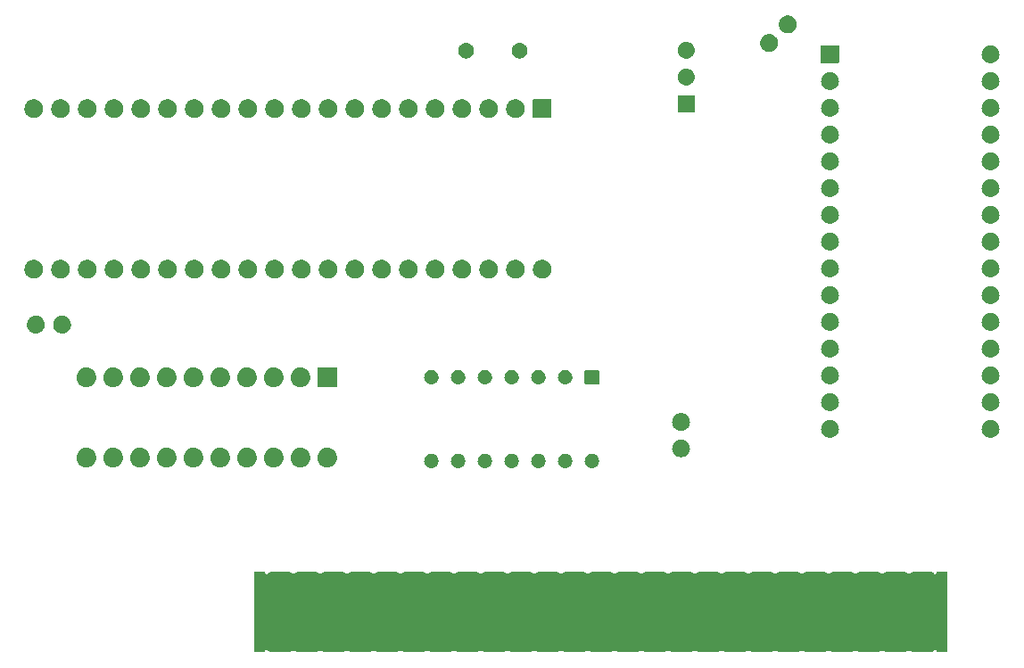
<source format=gbr>
G04 #@! TF.GenerationSoftware,KiCad,Pcbnew,8.99.0-unknown-5c22162d85~178~ubuntu22.04.1*
G04 #@! TF.CreationDate,2024-07-16T15:48:16+01:00*
G04 #@! TF.ProjectId,Leguino,4c656775-696e-46f2-9e6b-696361645f70,1.0.1*
G04 #@! TF.SameCoordinates,Original*
G04 #@! TF.FileFunction,Soldermask,Bot*
G04 #@! TF.FilePolarity,Negative*
%FSLAX46Y46*%
G04 Gerber Fmt 4.6, Leading zero omitted, Abs format (unit mm)*
G04 Created by KiCad (PCBNEW 8.99.0-unknown-5c22162d85~178~ubuntu22.04.1) date 2024-07-16 15:48:16*
%MOMM*%
%LPD*%
G01*
G04 APERTURE LIST*
G04 APERTURE END LIST*
G36*
X168782056Y-124587000D02*
G01*
X168783000Y-124587000D01*
X168783000Y-124587406D01*
X168785890Y-124590742D01*
X168788000Y-124600437D01*
X168788000Y-124742990D01*
X168942196Y-124806859D01*
X169028804Y-124720252D01*
X169098343Y-124679126D01*
X169150000Y-124647264D01*
X169155047Y-124645591D01*
X169165811Y-124639226D01*
X169234338Y-124619316D01*
X169290635Y-124600662D01*
X169302840Y-124599415D01*
X169318664Y-124594818D01*
X169418000Y-124587000D01*
X170942000Y-124587000D01*
X171041336Y-124594818D01*
X171057159Y-124599415D01*
X171069364Y-124600662D01*
X171125653Y-124619314D01*
X171194189Y-124639226D01*
X171204953Y-124645592D01*
X171209999Y-124647264D01*
X171261632Y-124679112D01*
X171331196Y-124720252D01*
X171398410Y-124787466D01*
X171501590Y-124787466D01*
X171568804Y-124720252D01*
X171638343Y-124679126D01*
X171690000Y-124647264D01*
X171695047Y-124645591D01*
X171705811Y-124639226D01*
X171774338Y-124619316D01*
X171830635Y-124600662D01*
X171842840Y-124599415D01*
X171858664Y-124594818D01*
X171958000Y-124587000D01*
X173482000Y-124587000D01*
X173581336Y-124594818D01*
X173597159Y-124599415D01*
X173609364Y-124600662D01*
X173665653Y-124619314D01*
X173734189Y-124639226D01*
X173744953Y-124645592D01*
X173749999Y-124647264D01*
X173801632Y-124679112D01*
X173871196Y-124720252D01*
X173938410Y-124787466D01*
X174041590Y-124787466D01*
X174108804Y-124720252D01*
X174178343Y-124679126D01*
X174230000Y-124647264D01*
X174235047Y-124645591D01*
X174245811Y-124639226D01*
X174314338Y-124619316D01*
X174370635Y-124600662D01*
X174382840Y-124599415D01*
X174398664Y-124594818D01*
X174498000Y-124587000D01*
X176022000Y-124587000D01*
X176121336Y-124594818D01*
X176137159Y-124599415D01*
X176149364Y-124600662D01*
X176205653Y-124619314D01*
X176274189Y-124639226D01*
X176284953Y-124645592D01*
X176289999Y-124647264D01*
X176341632Y-124679112D01*
X176411196Y-124720252D01*
X176478410Y-124787466D01*
X176581590Y-124787466D01*
X176648804Y-124720252D01*
X176718343Y-124679126D01*
X176770000Y-124647264D01*
X176775047Y-124645591D01*
X176785811Y-124639226D01*
X176854338Y-124619316D01*
X176910635Y-124600662D01*
X176922840Y-124599415D01*
X176938664Y-124594818D01*
X177038000Y-124587000D01*
X178562000Y-124587000D01*
X178661336Y-124594818D01*
X178677159Y-124599415D01*
X178689364Y-124600662D01*
X178745653Y-124619314D01*
X178814189Y-124639226D01*
X178824953Y-124645592D01*
X178829999Y-124647264D01*
X178881632Y-124679112D01*
X178951196Y-124720252D01*
X179018410Y-124787466D01*
X179121590Y-124787466D01*
X179188804Y-124720252D01*
X179258343Y-124679126D01*
X179310000Y-124647264D01*
X179315047Y-124645591D01*
X179325811Y-124639226D01*
X179394338Y-124619316D01*
X179450635Y-124600662D01*
X179462840Y-124599415D01*
X179478664Y-124594818D01*
X179578000Y-124587000D01*
X181102000Y-124587000D01*
X181201336Y-124594818D01*
X181217159Y-124599415D01*
X181229364Y-124600662D01*
X181285653Y-124619314D01*
X181354189Y-124639226D01*
X181364953Y-124645592D01*
X181369999Y-124647264D01*
X181421632Y-124679112D01*
X181491196Y-124720252D01*
X181558410Y-124787466D01*
X181661590Y-124787466D01*
X181728804Y-124720252D01*
X181798343Y-124679126D01*
X181850000Y-124647264D01*
X181855047Y-124645591D01*
X181865811Y-124639226D01*
X181934338Y-124619316D01*
X181990635Y-124600662D01*
X182002840Y-124599415D01*
X182018664Y-124594818D01*
X182118000Y-124587000D01*
X183642000Y-124587000D01*
X183741336Y-124594818D01*
X183757159Y-124599415D01*
X183769364Y-124600662D01*
X183825653Y-124619314D01*
X183894189Y-124639226D01*
X183904953Y-124645592D01*
X183909999Y-124647264D01*
X183961632Y-124679112D01*
X184031196Y-124720252D01*
X184098410Y-124787466D01*
X184201590Y-124787466D01*
X184268804Y-124720252D01*
X184338343Y-124679126D01*
X184390000Y-124647264D01*
X184395047Y-124645591D01*
X184405811Y-124639226D01*
X184474338Y-124619316D01*
X184530635Y-124600662D01*
X184542840Y-124599415D01*
X184558664Y-124594818D01*
X184658000Y-124587000D01*
X186182000Y-124587000D01*
X186281336Y-124594818D01*
X186297159Y-124599415D01*
X186309364Y-124600662D01*
X186365653Y-124619314D01*
X186434189Y-124639226D01*
X186444953Y-124645592D01*
X186449999Y-124647264D01*
X186501632Y-124679112D01*
X186571196Y-124720252D01*
X186638410Y-124787466D01*
X186741590Y-124787466D01*
X186808804Y-124720252D01*
X186878343Y-124679126D01*
X186930000Y-124647264D01*
X186935047Y-124645591D01*
X186945811Y-124639226D01*
X187014338Y-124619316D01*
X187070635Y-124600662D01*
X187082840Y-124599415D01*
X187098664Y-124594818D01*
X187198000Y-124587000D01*
X188722000Y-124587000D01*
X188821336Y-124594818D01*
X188837159Y-124599415D01*
X188849364Y-124600662D01*
X188905653Y-124619314D01*
X188974189Y-124639226D01*
X188984953Y-124645592D01*
X188989999Y-124647264D01*
X189041632Y-124679112D01*
X189111196Y-124720252D01*
X189178410Y-124787466D01*
X189281590Y-124787466D01*
X189348804Y-124720252D01*
X189418343Y-124679126D01*
X189470000Y-124647264D01*
X189475047Y-124645591D01*
X189485811Y-124639226D01*
X189554338Y-124619316D01*
X189610635Y-124600662D01*
X189622840Y-124599415D01*
X189638664Y-124594818D01*
X189738000Y-124587000D01*
X191262000Y-124587000D01*
X191361336Y-124594818D01*
X191377159Y-124599415D01*
X191389364Y-124600662D01*
X191445653Y-124619314D01*
X191514189Y-124639226D01*
X191524953Y-124645592D01*
X191529999Y-124647264D01*
X191581632Y-124679112D01*
X191651196Y-124720252D01*
X191718410Y-124787466D01*
X191821590Y-124787466D01*
X191888804Y-124720252D01*
X191958343Y-124679126D01*
X192010000Y-124647264D01*
X192015047Y-124645591D01*
X192025811Y-124639226D01*
X192094338Y-124619316D01*
X192150635Y-124600662D01*
X192162840Y-124599415D01*
X192178664Y-124594818D01*
X192278000Y-124587000D01*
X193802000Y-124587000D01*
X193901336Y-124594818D01*
X193917159Y-124599415D01*
X193929364Y-124600662D01*
X193985653Y-124619314D01*
X194054189Y-124639226D01*
X194064953Y-124645592D01*
X194069999Y-124647264D01*
X194121632Y-124679112D01*
X194191196Y-124720252D01*
X194258410Y-124787466D01*
X194361590Y-124787466D01*
X194428804Y-124720252D01*
X194498343Y-124679126D01*
X194550000Y-124647264D01*
X194555047Y-124645591D01*
X194565811Y-124639226D01*
X194634338Y-124619316D01*
X194690635Y-124600662D01*
X194702840Y-124599415D01*
X194718664Y-124594818D01*
X194818000Y-124587000D01*
X196342000Y-124587000D01*
X196441336Y-124594818D01*
X196457159Y-124599415D01*
X196469364Y-124600662D01*
X196525653Y-124619314D01*
X196594189Y-124639226D01*
X196604953Y-124645592D01*
X196609999Y-124647264D01*
X196661632Y-124679112D01*
X196731196Y-124720252D01*
X196798410Y-124787466D01*
X196901590Y-124787466D01*
X196968804Y-124720252D01*
X197038343Y-124679126D01*
X197090000Y-124647264D01*
X197095047Y-124645591D01*
X197105811Y-124639226D01*
X197174338Y-124619316D01*
X197230635Y-124600662D01*
X197242840Y-124599415D01*
X197258664Y-124594818D01*
X197358000Y-124587000D01*
X198882000Y-124587000D01*
X198981336Y-124594818D01*
X198997159Y-124599415D01*
X199009364Y-124600662D01*
X199065653Y-124619314D01*
X199134189Y-124639226D01*
X199144953Y-124645592D01*
X199149999Y-124647264D01*
X199201632Y-124679112D01*
X199271196Y-124720252D01*
X199338410Y-124787466D01*
X199441590Y-124787466D01*
X199508804Y-124720252D01*
X199578343Y-124679126D01*
X199630000Y-124647264D01*
X199635047Y-124645591D01*
X199645811Y-124639226D01*
X199714338Y-124619316D01*
X199770635Y-124600662D01*
X199782840Y-124599415D01*
X199798664Y-124594818D01*
X199898000Y-124587000D01*
X201422000Y-124587000D01*
X201521336Y-124594818D01*
X201537159Y-124599415D01*
X201549364Y-124600662D01*
X201605653Y-124619314D01*
X201674189Y-124639226D01*
X201684953Y-124645592D01*
X201689999Y-124647264D01*
X201741632Y-124679112D01*
X201811196Y-124720252D01*
X201878410Y-124787466D01*
X201981590Y-124787466D01*
X202048804Y-124720252D01*
X202118343Y-124679126D01*
X202170000Y-124647264D01*
X202175047Y-124645591D01*
X202185811Y-124639226D01*
X202254338Y-124619316D01*
X202310635Y-124600662D01*
X202322840Y-124599415D01*
X202338664Y-124594818D01*
X202438000Y-124587000D01*
X203962000Y-124587000D01*
X204061336Y-124594818D01*
X204077159Y-124599415D01*
X204089364Y-124600662D01*
X204145653Y-124619314D01*
X204214189Y-124639226D01*
X204224953Y-124645592D01*
X204229999Y-124647264D01*
X204281632Y-124679112D01*
X204351196Y-124720252D01*
X204418410Y-124787466D01*
X204521590Y-124787466D01*
X204588804Y-124720252D01*
X204658343Y-124679126D01*
X204710000Y-124647264D01*
X204715047Y-124645591D01*
X204725811Y-124639226D01*
X204794338Y-124619316D01*
X204850635Y-124600662D01*
X204862840Y-124599415D01*
X204878664Y-124594818D01*
X204978000Y-124587000D01*
X206502000Y-124587000D01*
X206601336Y-124594818D01*
X206617159Y-124599415D01*
X206629364Y-124600662D01*
X206685653Y-124619314D01*
X206754189Y-124639226D01*
X206764953Y-124645592D01*
X206769999Y-124647264D01*
X206821632Y-124679112D01*
X206891196Y-124720252D01*
X206958410Y-124787466D01*
X207061590Y-124787466D01*
X207128804Y-124720252D01*
X207198343Y-124679126D01*
X207250000Y-124647264D01*
X207255047Y-124645591D01*
X207265811Y-124639226D01*
X207334338Y-124619316D01*
X207390635Y-124600662D01*
X207402840Y-124599415D01*
X207418664Y-124594818D01*
X207518000Y-124587000D01*
X209042000Y-124587000D01*
X209141336Y-124594818D01*
X209157159Y-124599415D01*
X209169364Y-124600662D01*
X209225653Y-124619314D01*
X209294189Y-124639226D01*
X209304953Y-124645592D01*
X209309999Y-124647264D01*
X209361632Y-124679112D01*
X209431196Y-124720252D01*
X209498410Y-124787466D01*
X209601590Y-124787466D01*
X209668804Y-124720252D01*
X209738343Y-124679126D01*
X209790000Y-124647264D01*
X209795047Y-124645591D01*
X209805811Y-124639226D01*
X209874338Y-124619316D01*
X209930635Y-124600662D01*
X209942840Y-124599415D01*
X209958664Y-124594818D01*
X210058000Y-124587000D01*
X211582000Y-124587000D01*
X211681336Y-124594818D01*
X211697159Y-124599415D01*
X211709364Y-124600662D01*
X211765653Y-124619314D01*
X211834189Y-124639226D01*
X211844953Y-124645592D01*
X211849999Y-124647264D01*
X211901632Y-124679112D01*
X211971196Y-124720252D01*
X212038410Y-124787466D01*
X212141590Y-124787466D01*
X212208804Y-124720252D01*
X212278343Y-124679126D01*
X212330000Y-124647264D01*
X212335047Y-124645591D01*
X212345811Y-124639226D01*
X212414338Y-124619316D01*
X212470635Y-124600662D01*
X212482840Y-124599415D01*
X212498664Y-124594818D01*
X212598000Y-124587000D01*
X214122000Y-124587000D01*
X214221336Y-124594818D01*
X214237159Y-124599415D01*
X214249364Y-124600662D01*
X214305653Y-124619314D01*
X214374189Y-124639226D01*
X214384953Y-124645592D01*
X214389999Y-124647264D01*
X214441632Y-124679112D01*
X214511196Y-124720252D01*
X214578410Y-124787466D01*
X214681590Y-124787466D01*
X214748804Y-124720252D01*
X214818343Y-124679126D01*
X214870000Y-124647264D01*
X214875047Y-124645591D01*
X214885811Y-124639226D01*
X214954338Y-124619316D01*
X215010635Y-124600662D01*
X215022840Y-124599415D01*
X215038664Y-124594818D01*
X215138000Y-124587000D01*
X216662000Y-124587000D01*
X216761336Y-124594818D01*
X216777159Y-124599415D01*
X216789364Y-124600662D01*
X216845653Y-124619314D01*
X216914189Y-124639226D01*
X216924953Y-124645592D01*
X216929999Y-124647264D01*
X216981632Y-124679112D01*
X217051196Y-124720252D01*
X217118410Y-124787466D01*
X217221590Y-124787466D01*
X217288804Y-124720252D01*
X217358343Y-124679126D01*
X217410000Y-124647264D01*
X217415047Y-124645591D01*
X217425811Y-124639226D01*
X217494338Y-124619316D01*
X217550635Y-124600662D01*
X217562840Y-124599415D01*
X217578664Y-124594818D01*
X217678000Y-124587000D01*
X219202000Y-124587000D01*
X219301336Y-124594818D01*
X219317159Y-124599415D01*
X219329364Y-124600662D01*
X219385653Y-124619314D01*
X219454189Y-124639226D01*
X219464953Y-124645592D01*
X219469999Y-124647264D01*
X219521632Y-124679112D01*
X219591196Y-124720252D01*
X219658410Y-124787466D01*
X219761590Y-124787466D01*
X219828804Y-124720252D01*
X219898343Y-124679126D01*
X219950000Y-124647264D01*
X219955047Y-124645591D01*
X219965811Y-124639226D01*
X220034338Y-124619316D01*
X220090635Y-124600662D01*
X220102840Y-124599415D01*
X220118664Y-124594818D01*
X220218000Y-124587000D01*
X221742000Y-124587000D01*
X221841336Y-124594818D01*
X221857159Y-124599415D01*
X221869364Y-124600662D01*
X221925653Y-124619314D01*
X221994189Y-124639226D01*
X222004953Y-124645592D01*
X222009999Y-124647264D01*
X222061632Y-124679112D01*
X222131196Y-124720252D01*
X222198410Y-124787466D01*
X222301590Y-124787466D01*
X222368804Y-124720252D01*
X222438343Y-124679126D01*
X222490000Y-124647264D01*
X222495047Y-124645591D01*
X222505811Y-124639226D01*
X222574338Y-124619316D01*
X222630635Y-124600662D01*
X222642840Y-124599415D01*
X222658664Y-124594818D01*
X222758000Y-124587000D01*
X224282000Y-124587000D01*
X224381336Y-124594818D01*
X224397159Y-124599415D01*
X224409364Y-124600662D01*
X224465653Y-124619314D01*
X224534189Y-124639226D01*
X224544953Y-124645592D01*
X224549999Y-124647264D01*
X224601632Y-124679112D01*
X224671196Y-124720252D01*
X224738410Y-124787466D01*
X224841590Y-124787466D01*
X224908804Y-124720252D01*
X224978343Y-124679126D01*
X225030000Y-124647264D01*
X225035047Y-124645591D01*
X225045811Y-124639226D01*
X225114338Y-124619316D01*
X225170635Y-124600662D01*
X225182840Y-124599415D01*
X225198664Y-124594818D01*
X225298000Y-124587000D01*
X226822000Y-124587000D01*
X226921336Y-124594818D01*
X226937159Y-124599415D01*
X226949364Y-124600662D01*
X227005653Y-124619314D01*
X227074189Y-124639226D01*
X227084953Y-124645592D01*
X227089999Y-124647264D01*
X227141632Y-124679112D01*
X227211196Y-124720252D01*
X227278410Y-124787466D01*
X227381590Y-124787466D01*
X227448804Y-124720252D01*
X227518343Y-124679126D01*
X227570000Y-124647264D01*
X227575047Y-124645591D01*
X227585811Y-124639226D01*
X227654338Y-124619316D01*
X227710635Y-124600662D01*
X227722840Y-124599415D01*
X227738664Y-124594818D01*
X227838000Y-124587000D01*
X229362000Y-124587000D01*
X229461336Y-124594818D01*
X229477159Y-124599415D01*
X229489364Y-124600662D01*
X229545653Y-124619314D01*
X229614189Y-124639226D01*
X229624953Y-124645592D01*
X229629999Y-124647264D01*
X229681632Y-124679112D01*
X229751196Y-124720252D01*
X229818410Y-124787466D01*
X229921590Y-124787466D01*
X229988804Y-124720252D01*
X230058343Y-124679126D01*
X230110000Y-124647264D01*
X230115047Y-124645591D01*
X230125811Y-124639226D01*
X230194338Y-124619316D01*
X230250635Y-124600662D01*
X230262840Y-124599415D01*
X230278664Y-124594818D01*
X230378000Y-124587000D01*
X231902000Y-124587000D01*
X232001336Y-124594818D01*
X232017159Y-124599415D01*
X232029364Y-124600662D01*
X232085653Y-124619314D01*
X232154189Y-124639226D01*
X232164953Y-124645592D01*
X232169999Y-124647264D01*
X232221632Y-124679112D01*
X232291196Y-124720252D01*
X232377803Y-124806859D01*
X232532000Y-124742990D01*
X232532000Y-124604973D01*
X232537000Y-124587942D01*
X232537000Y-124587000D01*
X232537405Y-124587000D01*
X232540742Y-124584109D01*
X232550438Y-124582000D01*
X233535027Y-124582000D01*
X233552056Y-124587000D01*
X233553000Y-124587000D01*
X233553000Y-124587406D01*
X233555890Y-124590742D01*
X233558000Y-124600437D01*
X233558000Y-132189026D01*
X233553000Y-132206053D01*
X233553000Y-132207000D01*
X233552593Y-132207000D01*
X233549257Y-132209890D01*
X233539562Y-132212000D01*
X232554973Y-132212000D01*
X232537946Y-132207000D01*
X232537000Y-132207000D01*
X232537000Y-132206594D01*
X232534109Y-132203257D01*
X232532000Y-132193562D01*
X232532000Y-132051010D01*
X232377803Y-131987140D01*
X232291196Y-132073748D01*
X232221593Y-132114911D01*
X232169999Y-132146735D01*
X232164957Y-132148405D01*
X232154189Y-132154774D01*
X232085628Y-132174692D01*
X232029364Y-132193337D01*
X232017165Y-132194583D01*
X232001336Y-132199182D01*
X231902000Y-132207000D01*
X230378000Y-132207000D01*
X230278664Y-132199182D01*
X230262835Y-132194583D01*
X230250635Y-132193337D01*
X230194363Y-132174690D01*
X230125811Y-132154774D01*
X230115044Y-132148406D01*
X230110000Y-132146735D01*
X230058382Y-132114896D01*
X229988804Y-132073748D01*
X229921590Y-132006534D01*
X229818410Y-132006534D01*
X229751196Y-132073748D01*
X229681593Y-132114911D01*
X229629999Y-132146735D01*
X229624957Y-132148405D01*
X229614189Y-132154774D01*
X229545628Y-132174692D01*
X229489364Y-132193337D01*
X229477165Y-132194583D01*
X229461336Y-132199182D01*
X229362000Y-132207000D01*
X227838000Y-132207000D01*
X227738664Y-132199182D01*
X227722835Y-132194583D01*
X227710635Y-132193337D01*
X227654363Y-132174690D01*
X227585811Y-132154774D01*
X227575044Y-132148406D01*
X227570000Y-132146735D01*
X227518382Y-132114896D01*
X227448804Y-132073748D01*
X227381590Y-132006534D01*
X227278410Y-132006534D01*
X227211196Y-132073748D01*
X227141593Y-132114911D01*
X227089999Y-132146735D01*
X227084957Y-132148405D01*
X227074189Y-132154774D01*
X227005628Y-132174692D01*
X226949364Y-132193337D01*
X226937165Y-132194583D01*
X226921336Y-132199182D01*
X226822000Y-132207000D01*
X225298000Y-132207000D01*
X225198664Y-132199182D01*
X225182835Y-132194583D01*
X225170635Y-132193337D01*
X225114363Y-132174690D01*
X225045811Y-132154774D01*
X225035044Y-132148406D01*
X225030000Y-132146735D01*
X224978382Y-132114896D01*
X224908804Y-132073748D01*
X224841590Y-132006534D01*
X224738410Y-132006534D01*
X224671196Y-132073748D01*
X224601593Y-132114911D01*
X224549999Y-132146735D01*
X224544957Y-132148405D01*
X224534189Y-132154774D01*
X224465628Y-132174692D01*
X224409364Y-132193337D01*
X224397165Y-132194583D01*
X224381336Y-132199182D01*
X224282000Y-132207000D01*
X222758000Y-132207000D01*
X222658664Y-132199182D01*
X222642835Y-132194583D01*
X222630635Y-132193337D01*
X222574363Y-132174690D01*
X222505811Y-132154774D01*
X222495044Y-132148406D01*
X222490000Y-132146735D01*
X222438382Y-132114896D01*
X222368804Y-132073748D01*
X222301590Y-132006534D01*
X222198410Y-132006534D01*
X222131196Y-132073748D01*
X222061593Y-132114911D01*
X222009999Y-132146735D01*
X222004957Y-132148405D01*
X221994189Y-132154774D01*
X221925628Y-132174692D01*
X221869364Y-132193337D01*
X221857165Y-132194583D01*
X221841336Y-132199182D01*
X221742000Y-132207000D01*
X220218000Y-132207000D01*
X220118664Y-132199182D01*
X220102835Y-132194583D01*
X220090635Y-132193337D01*
X220034363Y-132174690D01*
X219965811Y-132154774D01*
X219955044Y-132148406D01*
X219950000Y-132146735D01*
X219898382Y-132114896D01*
X219828804Y-132073748D01*
X219761590Y-132006534D01*
X219658410Y-132006534D01*
X219591196Y-132073748D01*
X219521593Y-132114911D01*
X219469999Y-132146735D01*
X219464957Y-132148405D01*
X219454189Y-132154774D01*
X219385628Y-132174692D01*
X219329364Y-132193337D01*
X219317165Y-132194583D01*
X219301336Y-132199182D01*
X219202000Y-132207000D01*
X217678000Y-132207000D01*
X217578664Y-132199182D01*
X217562835Y-132194583D01*
X217550635Y-132193337D01*
X217494363Y-132174690D01*
X217425811Y-132154774D01*
X217415044Y-132148406D01*
X217410000Y-132146735D01*
X217358382Y-132114896D01*
X217288804Y-132073748D01*
X217221590Y-132006534D01*
X217118410Y-132006534D01*
X217051196Y-132073748D01*
X216981593Y-132114911D01*
X216929999Y-132146735D01*
X216924957Y-132148405D01*
X216914189Y-132154774D01*
X216845628Y-132174692D01*
X216789364Y-132193337D01*
X216777165Y-132194583D01*
X216761336Y-132199182D01*
X216662000Y-132207000D01*
X215138000Y-132207000D01*
X215038664Y-132199182D01*
X215022835Y-132194583D01*
X215010635Y-132193337D01*
X214954363Y-132174690D01*
X214885811Y-132154774D01*
X214875044Y-132148406D01*
X214870000Y-132146735D01*
X214818382Y-132114896D01*
X214748804Y-132073748D01*
X214681590Y-132006534D01*
X214578410Y-132006534D01*
X214511196Y-132073748D01*
X214441593Y-132114911D01*
X214389999Y-132146735D01*
X214384957Y-132148405D01*
X214374189Y-132154774D01*
X214305628Y-132174692D01*
X214249364Y-132193337D01*
X214237165Y-132194583D01*
X214221336Y-132199182D01*
X214122000Y-132207000D01*
X212598000Y-132207000D01*
X212498664Y-132199182D01*
X212482835Y-132194583D01*
X212470635Y-132193337D01*
X212414363Y-132174690D01*
X212345811Y-132154774D01*
X212335044Y-132148406D01*
X212330000Y-132146735D01*
X212278382Y-132114896D01*
X212208804Y-132073748D01*
X212141590Y-132006534D01*
X212038410Y-132006534D01*
X211971196Y-132073748D01*
X211901593Y-132114911D01*
X211849999Y-132146735D01*
X211844957Y-132148405D01*
X211834189Y-132154774D01*
X211765628Y-132174692D01*
X211709364Y-132193337D01*
X211697165Y-132194583D01*
X211681336Y-132199182D01*
X211582000Y-132207000D01*
X210058000Y-132207000D01*
X209958664Y-132199182D01*
X209942835Y-132194583D01*
X209930635Y-132193337D01*
X209874363Y-132174690D01*
X209805811Y-132154774D01*
X209795044Y-132148406D01*
X209790000Y-132146735D01*
X209738382Y-132114896D01*
X209668804Y-132073748D01*
X209601590Y-132006534D01*
X209498410Y-132006534D01*
X209431196Y-132073748D01*
X209361593Y-132114911D01*
X209309999Y-132146735D01*
X209304957Y-132148405D01*
X209294189Y-132154774D01*
X209225628Y-132174692D01*
X209169364Y-132193337D01*
X209157165Y-132194583D01*
X209141336Y-132199182D01*
X209042000Y-132207000D01*
X207518000Y-132207000D01*
X207418664Y-132199182D01*
X207402835Y-132194583D01*
X207390635Y-132193337D01*
X207334363Y-132174690D01*
X207265811Y-132154774D01*
X207255044Y-132148406D01*
X207250000Y-132146735D01*
X207198382Y-132114896D01*
X207128804Y-132073748D01*
X207061590Y-132006534D01*
X206958410Y-132006534D01*
X206891196Y-132073748D01*
X206821593Y-132114911D01*
X206769999Y-132146735D01*
X206764957Y-132148405D01*
X206754189Y-132154774D01*
X206685628Y-132174692D01*
X206629364Y-132193337D01*
X206617165Y-132194583D01*
X206601336Y-132199182D01*
X206502000Y-132207000D01*
X204978000Y-132207000D01*
X204878664Y-132199182D01*
X204862835Y-132194583D01*
X204850635Y-132193337D01*
X204794363Y-132174690D01*
X204725811Y-132154774D01*
X204715044Y-132148406D01*
X204710000Y-132146735D01*
X204658382Y-132114896D01*
X204588804Y-132073748D01*
X204521590Y-132006534D01*
X204418410Y-132006534D01*
X204351196Y-132073748D01*
X204281593Y-132114911D01*
X204229999Y-132146735D01*
X204224957Y-132148405D01*
X204214189Y-132154774D01*
X204145628Y-132174692D01*
X204089364Y-132193337D01*
X204077165Y-132194583D01*
X204061336Y-132199182D01*
X203962000Y-132207000D01*
X202438000Y-132207000D01*
X202338664Y-132199182D01*
X202322835Y-132194583D01*
X202310635Y-132193337D01*
X202254363Y-132174690D01*
X202185811Y-132154774D01*
X202175044Y-132148406D01*
X202170000Y-132146735D01*
X202118382Y-132114896D01*
X202048804Y-132073748D01*
X201981590Y-132006534D01*
X201878410Y-132006534D01*
X201811196Y-132073748D01*
X201741593Y-132114911D01*
X201689999Y-132146735D01*
X201684957Y-132148405D01*
X201674189Y-132154774D01*
X201605628Y-132174692D01*
X201549364Y-132193337D01*
X201537165Y-132194583D01*
X201521336Y-132199182D01*
X201422000Y-132207000D01*
X199898000Y-132207000D01*
X199798664Y-132199182D01*
X199782835Y-132194583D01*
X199770635Y-132193337D01*
X199714363Y-132174690D01*
X199645811Y-132154774D01*
X199635044Y-132148406D01*
X199630000Y-132146735D01*
X199578382Y-132114896D01*
X199508804Y-132073748D01*
X199441590Y-132006534D01*
X199338410Y-132006534D01*
X199271196Y-132073748D01*
X199201593Y-132114911D01*
X199149999Y-132146735D01*
X199144957Y-132148405D01*
X199134189Y-132154774D01*
X199065628Y-132174692D01*
X199009364Y-132193337D01*
X198997165Y-132194583D01*
X198981336Y-132199182D01*
X198882000Y-132207000D01*
X197358000Y-132207000D01*
X197258664Y-132199182D01*
X197242835Y-132194583D01*
X197230635Y-132193337D01*
X197174363Y-132174690D01*
X197105811Y-132154774D01*
X197095044Y-132148406D01*
X197090000Y-132146735D01*
X197038382Y-132114896D01*
X196968804Y-132073748D01*
X196901590Y-132006534D01*
X196798410Y-132006534D01*
X196731196Y-132073748D01*
X196661593Y-132114911D01*
X196609999Y-132146735D01*
X196604957Y-132148405D01*
X196594189Y-132154774D01*
X196525628Y-132174692D01*
X196469364Y-132193337D01*
X196457165Y-132194583D01*
X196441336Y-132199182D01*
X196342000Y-132207000D01*
X194818000Y-132207000D01*
X194718664Y-132199182D01*
X194702835Y-132194583D01*
X194690635Y-132193337D01*
X194634363Y-132174690D01*
X194565811Y-132154774D01*
X194555044Y-132148406D01*
X194550000Y-132146735D01*
X194498382Y-132114896D01*
X194428804Y-132073748D01*
X194361590Y-132006534D01*
X194258410Y-132006534D01*
X194191196Y-132073748D01*
X194121593Y-132114911D01*
X194069999Y-132146735D01*
X194064957Y-132148405D01*
X194054189Y-132154774D01*
X193985628Y-132174692D01*
X193929364Y-132193337D01*
X193917165Y-132194583D01*
X193901336Y-132199182D01*
X193802000Y-132207000D01*
X192278000Y-132207000D01*
X192178664Y-132199182D01*
X192162835Y-132194583D01*
X192150635Y-132193337D01*
X192094363Y-132174690D01*
X192025811Y-132154774D01*
X192015044Y-132148406D01*
X192010000Y-132146735D01*
X191958382Y-132114896D01*
X191888804Y-132073748D01*
X191821590Y-132006534D01*
X191718410Y-132006534D01*
X191651196Y-132073748D01*
X191581593Y-132114911D01*
X191529999Y-132146735D01*
X191524957Y-132148405D01*
X191514189Y-132154774D01*
X191445628Y-132174692D01*
X191389364Y-132193337D01*
X191377165Y-132194583D01*
X191361336Y-132199182D01*
X191262000Y-132207000D01*
X189738000Y-132207000D01*
X189638664Y-132199182D01*
X189622835Y-132194583D01*
X189610635Y-132193337D01*
X189554363Y-132174690D01*
X189485811Y-132154774D01*
X189475044Y-132148406D01*
X189470000Y-132146735D01*
X189418382Y-132114896D01*
X189348804Y-132073748D01*
X189281590Y-132006534D01*
X189178410Y-132006534D01*
X189111196Y-132073748D01*
X189041593Y-132114911D01*
X188989999Y-132146735D01*
X188984957Y-132148405D01*
X188974189Y-132154774D01*
X188905628Y-132174692D01*
X188849364Y-132193337D01*
X188837165Y-132194583D01*
X188821336Y-132199182D01*
X188722000Y-132207000D01*
X187198000Y-132207000D01*
X187098664Y-132199182D01*
X187082835Y-132194583D01*
X187070635Y-132193337D01*
X187014363Y-132174690D01*
X186945811Y-132154774D01*
X186935044Y-132148406D01*
X186930000Y-132146735D01*
X186878382Y-132114896D01*
X186808804Y-132073748D01*
X186741590Y-132006534D01*
X186638410Y-132006534D01*
X186571196Y-132073748D01*
X186501593Y-132114911D01*
X186449999Y-132146735D01*
X186444957Y-132148405D01*
X186434189Y-132154774D01*
X186365628Y-132174692D01*
X186309364Y-132193337D01*
X186297165Y-132194583D01*
X186281336Y-132199182D01*
X186182000Y-132207000D01*
X184658000Y-132207000D01*
X184558664Y-132199182D01*
X184542835Y-132194583D01*
X184530635Y-132193337D01*
X184474363Y-132174690D01*
X184405811Y-132154774D01*
X184395044Y-132148406D01*
X184390000Y-132146735D01*
X184338382Y-132114896D01*
X184268804Y-132073748D01*
X184201590Y-132006534D01*
X184098410Y-132006534D01*
X184031196Y-132073748D01*
X183961593Y-132114911D01*
X183909999Y-132146735D01*
X183904957Y-132148405D01*
X183894189Y-132154774D01*
X183825628Y-132174692D01*
X183769364Y-132193337D01*
X183757165Y-132194583D01*
X183741336Y-132199182D01*
X183642000Y-132207000D01*
X182118000Y-132207000D01*
X182018664Y-132199182D01*
X182002835Y-132194583D01*
X181990635Y-132193337D01*
X181934363Y-132174690D01*
X181865811Y-132154774D01*
X181855044Y-132148406D01*
X181850000Y-132146735D01*
X181798382Y-132114896D01*
X181728804Y-132073748D01*
X181661590Y-132006534D01*
X181558410Y-132006534D01*
X181491196Y-132073748D01*
X181421593Y-132114911D01*
X181369999Y-132146735D01*
X181364957Y-132148405D01*
X181354189Y-132154774D01*
X181285628Y-132174692D01*
X181229364Y-132193337D01*
X181217165Y-132194583D01*
X181201336Y-132199182D01*
X181102000Y-132207000D01*
X179578000Y-132207000D01*
X179478664Y-132199182D01*
X179462835Y-132194583D01*
X179450635Y-132193337D01*
X179394363Y-132174690D01*
X179325811Y-132154774D01*
X179315044Y-132148406D01*
X179310000Y-132146735D01*
X179258382Y-132114896D01*
X179188804Y-132073748D01*
X179121590Y-132006534D01*
X179018410Y-132006534D01*
X178951196Y-132073748D01*
X178881593Y-132114911D01*
X178829999Y-132146735D01*
X178824957Y-132148405D01*
X178814189Y-132154774D01*
X178745628Y-132174692D01*
X178689364Y-132193337D01*
X178677165Y-132194583D01*
X178661336Y-132199182D01*
X178562000Y-132207000D01*
X177038000Y-132207000D01*
X176938664Y-132199182D01*
X176922835Y-132194583D01*
X176910635Y-132193337D01*
X176854363Y-132174690D01*
X176785811Y-132154774D01*
X176775044Y-132148406D01*
X176770000Y-132146735D01*
X176718382Y-132114896D01*
X176648804Y-132073748D01*
X176581590Y-132006534D01*
X176478410Y-132006534D01*
X176411196Y-132073748D01*
X176341593Y-132114911D01*
X176289999Y-132146735D01*
X176284957Y-132148405D01*
X176274189Y-132154774D01*
X176205628Y-132174692D01*
X176149364Y-132193337D01*
X176137165Y-132194583D01*
X176121336Y-132199182D01*
X176022000Y-132207000D01*
X174498000Y-132207000D01*
X174398664Y-132199182D01*
X174382835Y-132194583D01*
X174370635Y-132193337D01*
X174314363Y-132174690D01*
X174245811Y-132154774D01*
X174235044Y-132148406D01*
X174230000Y-132146735D01*
X174178382Y-132114896D01*
X174108804Y-132073748D01*
X174041590Y-132006534D01*
X173938410Y-132006534D01*
X173871196Y-132073748D01*
X173801593Y-132114911D01*
X173749999Y-132146735D01*
X173744957Y-132148405D01*
X173734189Y-132154774D01*
X173665628Y-132174692D01*
X173609364Y-132193337D01*
X173597165Y-132194583D01*
X173581336Y-132199182D01*
X173482000Y-132207000D01*
X171958000Y-132207000D01*
X171858664Y-132199182D01*
X171842835Y-132194583D01*
X171830635Y-132193337D01*
X171774363Y-132174690D01*
X171705811Y-132154774D01*
X171695044Y-132148406D01*
X171690000Y-132146735D01*
X171638382Y-132114896D01*
X171568804Y-132073748D01*
X171501590Y-132006534D01*
X171398410Y-132006534D01*
X171331196Y-132073748D01*
X171261593Y-132114911D01*
X171209999Y-132146735D01*
X171204957Y-132148405D01*
X171194189Y-132154774D01*
X171125628Y-132174692D01*
X171069364Y-132193337D01*
X171057165Y-132194583D01*
X171041336Y-132199182D01*
X170942000Y-132207000D01*
X169418000Y-132207000D01*
X169318664Y-132199182D01*
X169302835Y-132194583D01*
X169290635Y-132193337D01*
X169234363Y-132174690D01*
X169165811Y-132154774D01*
X169155044Y-132148406D01*
X169150000Y-132146735D01*
X169098382Y-132114896D01*
X169028804Y-132073748D01*
X168942196Y-131987140D01*
X168788000Y-132051010D01*
X168788000Y-132189026D01*
X168783000Y-132206053D01*
X168783000Y-132207000D01*
X168782593Y-132207000D01*
X168779257Y-132209890D01*
X168769562Y-132212000D01*
X167784973Y-132212000D01*
X167767946Y-132207000D01*
X167767000Y-132207000D01*
X167767000Y-132206594D01*
X167764109Y-132203257D01*
X167762000Y-132193562D01*
X167762000Y-124604973D01*
X167767000Y-124587942D01*
X167767000Y-124587000D01*
X167767405Y-124587000D01*
X167770742Y-124584109D01*
X167780438Y-124582000D01*
X168765027Y-124582000D01*
X168782056Y-124587000D01*
G37*
G36*
X184591927Y-113371613D02*
G01*
X184637299Y-113371613D01*
X184675503Y-113381029D01*
X184707184Y-113384599D01*
X184748168Y-113398939D01*
X184798104Y-113411248D01*
X184827630Y-113426744D01*
X184852223Y-113435350D01*
X184893786Y-113461466D01*
X184944750Y-113488214D01*
X184965229Y-113506356D01*
X184982333Y-113517104D01*
X185020951Y-113555722D01*
X185068717Y-113598039D01*
X185080859Y-113615630D01*
X185090989Y-113625760D01*
X185122836Y-113676444D01*
X185162798Y-113734339D01*
X185168254Y-113748726D01*
X185172743Y-113755870D01*
X185193964Y-113816517D01*
X185221527Y-113889194D01*
X185222660Y-113898525D01*
X185223494Y-113900909D01*
X185230503Y-113963120D01*
X185241490Y-114053604D01*
X185230502Y-114144094D01*
X185223494Y-114206298D01*
X185222660Y-114208680D01*
X185221527Y-114218014D01*
X185193959Y-114290702D01*
X185172743Y-114351337D01*
X185168255Y-114358478D01*
X185162798Y-114372869D01*
X185122829Y-114430773D01*
X185090989Y-114481447D01*
X185080861Y-114491574D01*
X185068717Y-114509169D01*
X185020942Y-114551493D01*
X184982333Y-114590103D01*
X184965232Y-114600847D01*
X184944750Y-114618994D01*
X184893776Y-114645746D01*
X184852223Y-114671857D01*
X184827636Y-114680460D01*
X184798104Y-114695960D01*
X184748158Y-114708270D01*
X184707184Y-114722608D01*
X184675510Y-114726176D01*
X184637299Y-114735595D01*
X184591918Y-114735595D01*
X184554490Y-114739812D01*
X184517062Y-114735595D01*
X184471681Y-114735595D01*
X184433469Y-114726176D01*
X184401795Y-114722608D01*
X184360818Y-114708269D01*
X184310876Y-114695960D01*
X184281345Y-114680461D01*
X184256756Y-114671857D01*
X184215197Y-114645743D01*
X184164230Y-114618994D01*
X184143749Y-114600849D01*
X184126646Y-114590103D01*
X184088028Y-114551485D01*
X184040263Y-114509169D01*
X184028120Y-114491577D01*
X184017990Y-114481447D01*
X183986139Y-114430757D01*
X183946182Y-114372869D01*
X183940725Y-114358482D01*
X183936236Y-114351337D01*
X183915007Y-114290667D01*
X183887453Y-114218014D01*
X183886320Y-114208685D01*
X183885485Y-114206298D01*
X183878463Y-114143980D01*
X183867490Y-114053604D01*
X183878462Y-113963235D01*
X183885485Y-113900909D01*
X183886320Y-113898521D01*
X183887453Y-113889194D01*
X183915002Y-113816551D01*
X183936236Y-113755870D01*
X183940726Y-113748722D01*
X183946182Y-113734339D01*
X183986132Y-113676460D01*
X184017990Y-113625760D01*
X184028122Y-113615627D01*
X184040263Y-113598039D01*
X184088019Y-113555730D01*
X184126646Y-113517104D01*
X184143753Y-113506354D01*
X184164230Y-113488214D01*
X184215187Y-113461469D01*
X184256756Y-113435350D01*
X184281351Y-113426743D01*
X184310876Y-113411248D01*
X184360808Y-113398940D01*
X184401795Y-113384599D01*
X184433477Y-113381029D01*
X184471681Y-113371613D01*
X184517053Y-113371613D01*
X184554490Y-113367395D01*
X184591927Y-113371613D01*
G37*
G36*
X187131927Y-113371613D02*
G01*
X187177299Y-113371613D01*
X187215503Y-113381029D01*
X187247184Y-113384599D01*
X187288168Y-113398939D01*
X187338104Y-113411248D01*
X187367630Y-113426744D01*
X187392223Y-113435350D01*
X187433786Y-113461466D01*
X187484750Y-113488214D01*
X187505229Y-113506356D01*
X187522333Y-113517104D01*
X187560951Y-113555722D01*
X187608717Y-113598039D01*
X187620859Y-113615630D01*
X187630989Y-113625760D01*
X187662836Y-113676444D01*
X187702798Y-113734339D01*
X187708254Y-113748726D01*
X187712743Y-113755870D01*
X187733964Y-113816517D01*
X187761527Y-113889194D01*
X187762660Y-113898525D01*
X187763494Y-113900909D01*
X187770503Y-113963120D01*
X187781490Y-114053604D01*
X187770502Y-114144094D01*
X187763494Y-114206298D01*
X187762660Y-114208680D01*
X187761527Y-114218014D01*
X187733959Y-114290702D01*
X187712743Y-114351337D01*
X187708255Y-114358478D01*
X187702798Y-114372869D01*
X187662829Y-114430773D01*
X187630989Y-114481447D01*
X187620861Y-114491574D01*
X187608717Y-114509169D01*
X187560942Y-114551493D01*
X187522333Y-114590103D01*
X187505232Y-114600847D01*
X187484750Y-114618994D01*
X187433776Y-114645746D01*
X187392223Y-114671857D01*
X187367636Y-114680460D01*
X187338104Y-114695960D01*
X187288158Y-114708270D01*
X187247184Y-114722608D01*
X187215510Y-114726176D01*
X187177299Y-114735595D01*
X187131918Y-114735595D01*
X187094490Y-114739812D01*
X187057062Y-114735595D01*
X187011681Y-114735595D01*
X186973469Y-114726176D01*
X186941795Y-114722608D01*
X186900818Y-114708269D01*
X186850876Y-114695960D01*
X186821345Y-114680461D01*
X186796756Y-114671857D01*
X186755197Y-114645743D01*
X186704230Y-114618994D01*
X186683749Y-114600849D01*
X186666646Y-114590103D01*
X186628028Y-114551485D01*
X186580263Y-114509169D01*
X186568120Y-114491577D01*
X186557990Y-114481447D01*
X186526139Y-114430757D01*
X186486182Y-114372869D01*
X186480725Y-114358482D01*
X186476236Y-114351337D01*
X186455007Y-114290667D01*
X186427453Y-114218014D01*
X186426320Y-114208685D01*
X186425485Y-114206298D01*
X186418463Y-114143980D01*
X186407490Y-114053604D01*
X186418462Y-113963235D01*
X186425485Y-113900909D01*
X186426320Y-113898521D01*
X186427453Y-113889194D01*
X186455002Y-113816551D01*
X186476236Y-113755870D01*
X186480726Y-113748722D01*
X186486182Y-113734339D01*
X186526132Y-113676460D01*
X186557990Y-113625760D01*
X186568122Y-113615627D01*
X186580263Y-113598039D01*
X186628019Y-113555730D01*
X186666646Y-113517104D01*
X186683753Y-113506354D01*
X186704230Y-113488214D01*
X186755187Y-113461469D01*
X186796756Y-113435350D01*
X186821351Y-113426743D01*
X186850876Y-113411248D01*
X186900808Y-113398940D01*
X186941795Y-113384599D01*
X186973477Y-113381029D01*
X187011681Y-113371613D01*
X187057053Y-113371613D01*
X187094490Y-113367395D01*
X187131927Y-113371613D01*
G37*
G36*
X189671927Y-113371613D02*
G01*
X189717299Y-113371613D01*
X189755503Y-113381029D01*
X189787184Y-113384599D01*
X189828168Y-113398939D01*
X189878104Y-113411248D01*
X189907630Y-113426744D01*
X189932223Y-113435350D01*
X189973786Y-113461466D01*
X190024750Y-113488214D01*
X190045229Y-113506356D01*
X190062333Y-113517104D01*
X190100951Y-113555722D01*
X190148717Y-113598039D01*
X190160859Y-113615630D01*
X190170989Y-113625760D01*
X190202836Y-113676444D01*
X190242798Y-113734339D01*
X190248254Y-113748726D01*
X190252743Y-113755870D01*
X190273964Y-113816517D01*
X190301527Y-113889194D01*
X190302660Y-113898525D01*
X190303494Y-113900909D01*
X190310503Y-113963120D01*
X190321490Y-114053604D01*
X190310502Y-114144094D01*
X190303494Y-114206298D01*
X190302660Y-114208680D01*
X190301527Y-114218014D01*
X190273959Y-114290702D01*
X190252743Y-114351337D01*
X190248255Y-114358478D01*
X190242798Y-114372869D01*
X190202829Y-114430773D01*
X190170989Y-114481447D01*
X190160861Y-114491574D01*
X190148717Y-114509169D01*
X190100942Y-114551493D01*
X190062333Y-114590103D01*
X190045232Y-114600847D01*
X190024750Y-114618994D01*
X189973776Y-114645746D01*
X189932223Y-114671857D01*
X189907636Y-114680460D01*
X189878104Y-114695960D01*
X189828158Y-114708270D01*
X189787184Y-114722608D01*
X189755510Y-114726176D01*
X189717299Y-114735595D01*
X189671918Y-114735595D01*
X189634490Y-114739812D01*
X189597062Y-114735595D01*
X189551681Y-114735595D01*
X189513469Y-114726176D01*
X189481795Y-114722608D01*
X189440818Y-114708269D01*
X189390876Y-114695960D01*
X189361345Y-114680461D01*
X189336756Y-114671857D01*
X189295197Y-114645743D01*
X189244230Y-114618994D01*
X189223749Y-114600849D01*
X189206646Y-114590103D01*
X189168028Y-114551485D01*
X189120263Y-114509169D01*
X189108120Y-114491577D01*
X189097990Y-114481447D01*
X189066139Y-114430757D01*
X189026182Y-114372869D01*
X189020725Y-114358482D01*
X189016236Y-114351337D01*
X188995007Y-114290667D01*
X188967453Y-114218014D01*
X188966320Y-114208685D01*
X188965485Y-114206298D01*
X188958463Y-114143980D01*
X188947490Y-114053604D01*
X188958462Y-113963235D01*
X188965485Y-113900909D01*
X188966320Y-113898521D01*
X188967453Y-113889194D01*
X188995002Y-113816551D01*
X189016236Y-113755870D01*
X189020726Y-113748722D01*
X189026182Y-113734339D01*
X189066132Y-113676460D01*
X189097990Y-113625760D01*
X189108122Y-113615627D01*
X189120263Y-113598039D01*
X189168019Y-113555730D01*
X189206646Y-113517104D01*
X189223753Y-113506354D01*
X189244230Y-113488214D01*
X189295187Y-113461469D01*
X189336756Y-113435350D01*
X189361351Y-113426743D01*
X189390876Y-113411248D01*
X189440808Y-113398940D01*
X189481795Y-113384599D01*
X189513477Y-113381029D01*
X189551681Y-113371613D01*
X189597053Y-113371613D01*
X189634490Y-113367395D01*
X189671927Y-113371613D01*
G37*
G36*
X192211927Y-113371613D02*
G01*
X192257299Y-113371613D01*
X192295503Y-113381029D01*
X192327184Y-113384599D01*
X192368168Y-113398939D01*
X192418104Y-113411248D01*
X192447630Y-113426744D01*
X192472223Y-113435350D01*
X192513786Y-113461466D01*
X192564750Y-113488214D01*
X192585229Y-113506356D01*
X192602333Y-113517104D01*
X192640951Y-113555722D01*
X192688717Y-113598039D01*
X192700859Y-113615630D01*
X192710989Y-113625760D01*
X192742836Y-113676444D01*
X192782798Y-113734339D01*
X192788254Y-113748726D01*
X192792743Y-113755870D01*
X192813964Y-113816517D01*
X192841527Y-113889194D01*
X192842660Y-113898525D01*
X192843494Y-113900909D01*
X192850503Y-113963120D01*
X192861490Y-114053604D01*
X192850502Y-114144094D01*
X192843494Y-114206298D01*
X192842660Y-114208680D01*
X192841527Y-114218014D01*
X192813959Y-114290702D01*
X192792743Y-114351337D01*
X192788255Y-114358478D01*
X192782798Y-114372869D01*
X192742829Y-114430773D01*
X192710989Y-114481447D01*
X192700861Y-114491574D01*
X192688717Y-114509169D01*
X192640942Y-114551493D01*
X192602333Y-114590103D01*
X192585232Y-114600847D01*
X192564750Y-114618994D01*
X192513776Y-114645746D01*
X192472223Y-114671857D01*
X192447636Y-114680460D01*
X192418104Y-114695960D01*
X192368158Y-114708270D01*
X192327184Y-114722608D01*
X192295510Y-114726176D01*
X192257299Y-114735595D01*
X192211918Y-114735595D01*
X192174490Y-114739812D01*
X192137062Y-114735595D01*
X192091681Y-114735595D01*
X192053469Y-114726176D01*
X192021795Y-114722608D01*
X191980818Y-114708269D01*
X191930876Y-114695960D01*
X191901345Y-114680461D01*
X191876756Y-114671857D01*
X191835197Y-114645743D01*
X191784230Y-114618994D01*
X191763749Y-114600849D01*
X191746646Y-114590103D01*
X191708028Y-114551485D01*
X191660263Y-114509169D01*
X191648120Y-114491577D01*
X191637990Y-114481447D01*
X191606139Y-114430757D01*
X191566182Y-114372869D01*
X191560725Y-114358482D01*
X191556236Y-114351337D01*
X191535007Y-114290667D01*
X191507453Y-114218014D01*
X191506320Y-114208685D01*
X191505485Y-114206298D01*
X191498463Y-114143980D01*
X191487490Y-114053604D01*
X191498462Y-113963235D01*
X191505485Y-113900909D01*
X191506320Y-113898521D01*
X191507453Y-113889194D01*
X191535002Y-113816551D01*
X191556236Y-113755870D01*
X191560726Y-113748722D01*
X191566182Y-113734339D01*
X191606132Y-113676460D01*
X191637990Y-113625760D01*
X191648122Y-113615627D01*
X191660263Y-113598039D01*
X191708019Y-113555730D01*
X191746646Y-113517104D01*
X191763753Y-113506354D01*
X191784230Y-113488214D01*
X191835187Y-113461469D01*
X191876756Y-113435350D01*
X191901351Y-113426743D01*
X191930876Y-113411248D01*
X191980808Y-113398940D01*
X192021795Y-113384599D01*
X192053477Y-113381029D01*
X192091681Y-113371613D01*
X192137053Y-113371613D01*
X192174490Y-113367395D01*
X192211927Y-113371613D01*
G37*
G36*
X194751927Y-113371613D02*
G01*
X194797299Y-113371613D01*
X194835503Y-113381029D01*
X194867184Y-113384599D01*
X194908168Y-113398939D01*
X194958104Y-113411248D01*
X194987630Y-113426744D01*
X195012223Y-113435350D01*
X195053786Y-113461466D01*
X195104750Y-113488214D01*
X195125229Y-113506356D01*
X195142333Y-113517104D01*
X195180951Y-113555722D01*
X195228717Y-113598039D01*
X195240859Y-113615630D01*
X195250989Y-113625760D01*
X195282836Y-113676444D01*
X195322798Y-113734339D01*
X195328254Y-113748726D01*
X195332743Y-113755870D01*
X195353964Y-113816517D01*
X195381527Y-113889194D01*
X195382660Y-113898525D01*
X195383494Y-113900909D01*
X195390503Y-113963120D01*
X195401490Y-114053604D01*
X195390502Y-114144094D01*
X195383494Y-114206298D01*
X195382660Y-114208680D01*
X195381527Y-114218014D01*
X195353959Y-114290702D01*
X195332743Y-114351337D01*
X195328255Y-114358478D01*
X195322798Y-114372869D01*
X195282829Y-114430773D01*
X195250989Y-114481447D01*
X195240861Y-114491574D01*
X195228717Y-114509169D01*
X195180942Y-114551493D01*
X195142333Y-114590103D01*
X195125232Y-114600847D01*
X195104750Y-114618994D01*
X195053776Y-114645746D01*
X195012223Y-114671857D01*
X194987636Y-114680460D01*
X194958104Y-114695960D01*
X194908158Y-114708270D01*
X194867184Y-114722608D01*
X194835510Y-114726176D01*
X194797299Y-114735595D01*
X194751918Y-114735595D01*
X194714490Y-114739812D01*
X194677062Y-114735595D01*
X194631681Y-114735595D01*
X194593469Y-114726176D01*
X194561795Y-114722608D01*
X194520818Y-114708269D01*
X194470876Y-114695960D01*
X194441345Y-114680461D01*
X194416756Y-114671857D01*
X194375197Y-114645743D01*
X194324230Y-114618994D01*
X194303749Y-114600849D01*
X194286646Y-114590103D01*
X194248028Y-114551485D01*
X194200263Y-114509169D01*
X194188120Y-114491577D01*
X194177990Y-114481447D01*
X194146139Y-114430757D01*
X194106182Y-114372869D01*
X194100725Y-114358482D01*
X194096236Y-114351337D01*
X194075007Y-114290667D01*
X194047453Y-114218014D01*
X194046320Y-114208685D01*
X194045485Y-114206298D01*
X194038463Y-114143980D01*
X194027490Y-114053604D01*
X194038462Y-113963235D01*
X194045485Y-113900909D01*
X194046320Y-113898521D01*
X194047453Y-113889194D01*
X194075002Y-113816551D01*
X194096236Y-113755870D01*
X194100726Y-113748722D01*
X194106182Y-113734339D01*
X194146132Y-113676460D01*
X194177990Y-113625760D01*
X194188122Y-113615627D01*
X194200263Y-113598039D01*
X194248019Y-113555730D01*
X194286646Y-113517104D01*
X194303753Y-113506354D01*
X194324230Y-113488214D01*
X194375187Y-113461469D01*
X194416756Y-113435350D01*
X194441351Y-113426743D01*
X194470876Y-113411248D01*
X194520808Y-113398940D01*
X194561795Y-113384599D01*
X194593477Y-113381029D01*
X194631681Y-113371613D01*
X194677053Y-113371613D01*
X194714490Y-113367395D01*
X194751927Y-113371613D01*
G37*
G36*
X197291927Y-113371613D02*
G01*
X197337299Y-113371613D01*
X197375503Y-113381029D01*
X197407184Y-113384599D01*
X197448168Y-113398939D01*
X197498104Y-113411248D01*
X197527630Y-113426744D01*
X197552223Y-113435350D01*
X197593786Y-113461466D01*
X197644750Y-113488214D01*
X197665229Y-113506356D01*
X197682333Y-113517104D01*
X197720951Y-113555722D01*
X197768717Y-113598039D01*
X197780859Y-113615630D01*
X197790989Y-113625760D01*
X197822836Y-113676444D01*
X197862798Y-113734339D01*
X197868254Y-113748726D01*
X197872743Y-113755870D01*
X197893964Y-113816517D01*
X197921527Y-113889194D01*
X197922660Y-113898525D01*
X197923494Y-113900909D01*
X197930503Y-113963120D01*
X197941490Y-114053604D01*
X197930502Y-114144094D01*
X197923494Y-114206298D01*
X197922660Y-114208680D01*
X197921527Y-114218014D01*
X197893959Y-114290702D01*
X197872743Y-114351337D01*
X197868255Y-114358478D01*
X197862798Y-114372869D01*
X197822829Y-114430773D01*
X197790989Y-114481447D01*
X197780861Y-114491574D01*
X197768717Y-114509169D01*
X197720942Y-114551493D01*
X197682333Y-114590103D01*
X197665232Y-114600847D01*
X197644750Y-114618994D01*
X197593776Y-114645746D01*
X197552223Y-114671857D01*
X197527636Y-114680460D01*
X197498104Y-114695960D01*
X197448158Y-114708270D01*
X197407184Y-114722608D01*
X197375510Y-114726176D01*
X197337299Y-114735595D01*
X197291918Y-114735595D01*
X197254490Y-114739812D01*
X197217062Y-114735595D01*
X197171681Y-114735595D01*
X197133469Y-114726176D01*
X197101795Y-114722608D01*
X197060818Y-114708269D01*
X197010876Y-114695960D01*
X196981345Y-114680461D01*
X196956756Y-114671857D01*
X196915197Y-114645743D01*
X196864230Y-114618994D01*
X196843749Y-114600849D01*
X196826646Y-114590103D01*
X196788028Y-114551485D01*
X196740263Y-114509169D01*
X196728120Y-114491577D01*
X196717990Y-114481447D01*
X196686139Y-114430757D01*
X196646182Y-114372869D01*
X196640725Y-114358482D01*
X196636236Y-114351337D01*
X196615007Y-114290667D01*
X196587453Y-114218014D01*
X196586320Y-114208685D01*
X196585485Y-114206298D01*
X196578463Y-114143980D01*
X196567490Y-114053604D01*
X196578462Y-113963235D01*
X196585485Y-113900909D01*
X196586320Y-113898521D01*
X196587453Y-113889194D01*
X196615002Y-113816551D01*
X196636236Y-113755870D01*
X196640726Y-113748722D01*
X196646182Y-113734339D01*
X196686132Y-113676460D01*
X196717990Y-113625760D01*
X196728122Y-113615627D01*
X196740263Y-113598039D01*
X196788019Y-113555730D01*
X196826646Y-113517104D01*
X196843753Y-113506354D01*
X196864230Y-113488214D01*
X196915187Y-113461469D01*
X196956756Y-113435350D01*
X196981351Y-113426743D01*
X197010876Y-113411248D01*
X197060808Y-113398940D01*
X197101795Y-113384599D01*
X197133477Y-113381029D01*
X197171681Y-113371613D01*
X197217053Y-113371613D01*
X197254490Y-113367395D01*
X197291927Y-113371613D01*
G37*
G36*
X199831927Y-113371613D02*
G01*
X199877299Y-113371613D01*
X199915503Y-113381029D01*
X199947184Y-113384599D01*
X199988168Y-113398939D01*
X200038104Y-113411248D01*
X200067630Y-113426744D01*
X200092223Y-113435350D01*
X200133786Y-113461466D01*
X200184750Y-113488214D01*
X200205229Y-113506356D01*
X200222333Y-113517104D01*
X200260951Y-113555722D01*
X200308717Y-113598039D01*
X200320859Y-113615630D01*
X200330989Y-113625760D01*
X200362836Y-113676444D01*
X200402798Y-113734339D01*
X200408254Y-113748726D01*
X200412743Y-113755870D01*
X200433964Y-113816517D01*
X200461527Y-113889194D01*
X200462660Y-113898525D01*
X200463494Y-113900909D01*
X200470503Y-113963120D01*
X200481490Y-114053604D01*
X200470502Y-114144094D01*
X200463494Y-114206298D01*
X200462660Y-114208680D01*
X200461527Y-114218014D01*
X200433959Y-114290702D01*
X200412743Y-114351337D01*
X200408255Y-114358478D01*
X200402798Y-114372869D01*
X200362829Y-114430773D01*
X200330989Y-114481447D01*
X200320861Y-114491574D01*
X200308717Y-114509169D01*
X200260942Y-114551493D01*
X200222333Y-114590103D01*
X200205232Y-114600847D01*
X200184750Y-114618994D01*
X200133776Y-114645746D01*
X200092223Y-114671857D01*
X200067636Y-114680460D01*
X200038104Y-114695960D01*
X199988158Y-114708270D01*
X199947184Y-114722608D01*
X199915510Y-114726176D01*
X199877299Y-114735595D01*
X199831918Y-114735595D01*
X199794490Y-114739812D01*
X199757062Y-114735595D01*
X199711681Y-114735595D01*
X199673469Y-114726176D01*
X199641795Y-114722608D01*
X199600818Y-114708269D01*
X199550876Y-114695960D01*
X199521345Y-114680461D01*
X199496756Y-114671857D01*
X199455197Y-114645743D01*
X199404230Y-114618994D01*
X199383749Y-114600849D01*
X199366646Y-114590103D01*
X199328028Y-114551485D01*
X199280263Y-114509169D01*
X199268120Y-114491577D01*
X199257990Y-114481447D01*
X199226139Y-114430757D01*
X199186182Y-114372869D01*
X199180725Y-114358482D01*
X199176236Y-114351337D01*
X199155007Y-114290667D01*
X199127453Y-114218014D01*
X199126320Y-114208685D01*
X199125485Y-114206298D01*
X199118463Y-114143980D01*
X199107490Y-114053604D01*
X199118462Y-113963235D01*
X199125485Y-113900909D01*
X199126320Y-113898521D01*
X199127453Y-113889194D01*
X199155002Y-113816551D01*
X199176236Y-113755870D01*
X199180726Y-113748722D01*
X199186182Y-113734339D01*
X199226132Y-113676460D01*
X199257990Y-113625760D01*
X199268122Y-113615627D01*
X199280263Y-113598039D01*
X199328019Y-113555730D01*
X199366646Y-113517104D01*
X199383753Y-113506354D01*
X199404230Y-113488214D01*
X199455187Y-113461469D01*
X199496756Y-113435350D01*
X199521351Y-113426743D01*
X199550876Y-113411248D01*
X199600808Y-113398940D01*
X199641795Y-113384599D01*
X199673477Y-113381029D01*
X199711681Y-113371613D01*
X199757053Y-113371613D01*
X199794490Y-113367395D01*
X199831927Y-113371613D01*
G37*
G36*
X151852559Y-112798555D02*
G01*
X151904674Y-112798555D01*
X151949679Y-112808121D01*
X151989699Y-112812063D01*
X152039977Y-112827314D01*
X152096934Y-112839421D01*
X152133376Y-112855646D01*
X152165966Y-112865532D01*
X152217759Y-112893215D01*
X152276496Y-112919367D01*
X152303802Y-112939206D01*
X152328406Y-112952357D01*
X152378584Y-112993538D01*
X152435513Y-113034899D01*
X152454001Y-113055432D01*
X152470789Y-113069210D01*
X152515909Y-113124188D01*
X152567034Y-113180968D01*
X152577771Y-113199565D01*
X152587642Y-113211593D01*
X152624157Y-113279910D01*
X152665311Y-113351190D01*
X152670045Y-113365760D01*
X152674467Y-113374033D01*
X152698839Y-113454379D01*
X152726050Y-113538125D01*
X152727008Y-113547241D01*
X152727936Y-113550300D01*
X152736973Y-113642053D01*
X152746596Y-113733604D01*
X152736972Y-113825162D01*
X152727936Y-113916907D01*
X152727008Y-113919965D01*
X152726050Y-113929083D01*
X152698834Y-114012842D01*
X152674467Y-114093174D01*
X152670045Y-114101445D01*
X152665311Y-114116018D01*
X152624150Y-114187310D01*
X152587642Y-114255614D01*
X152577773Y-114267638D01*
X152567034Y-114286240D01*
X152515900Y-114343029D01*
X152470789Y-114397997D01*
X152454004Y-114411771D01*
X152435513Y-114432309D01*
X152378573Y-114473677D01*
X152328406Y-114514850D01*
X152303808Y-114527997D01*
X152276496Y-114547841D01*
X152217748Y-114573997D01*
X152165966Y-114601675D01*
X152133383Y-114611558D01*
X152096934Y-114627787D01*
X152039966Y-114639895D01*
X151989699Y-114655144D01*
X151949688Y-114659085D01*
X151904674Y-114668653D01*
X151852549Y-114668653D01*
X151806396Y-114673199D01*
X151760243Y-114668653D01*
X151708118Y-114668653D01*
X151663104Y-114659085D01*
X151623092Y-114655144D01*
X151572821Y-114639894D01*
X151515858Y-114627787D01*
X151479410Y-114611559D01*
X151446825Y-114601675D01*
X151395037Y-114573994D01*
X151336296Y-114547841D01*
X151308986Y-114527999D01*
X151284385Y-114514850D01*
X151234209Y-114473671D01*
X151177279Y-114432309D01*
X151158789Y-114411774D01*
X151142002Y-114397997D01*
X151096880Y-114343017D01*
X151045758Y-114286240D01*
X151035020Y-114267642D01*
X151025149Y-114255614D01*
X150988627Y-114187286D01*
X150947481Y-114116018D01*
X150942747Y-114101449D01*
X150938324Y-114093174D01*
X150913942Y-114012795D01*
X150886742Y-113929083D01*
X150885784Y-113919970D01*
X150884855Y-113916907D01*
X150875803Y-113825011D01*
X150866196Y-113733604D01*
X150875802Y-113642204D01*
X150884855Y-113550300D01*
X150885784Y-113547236D01*
X150886742Y-113538125D01*
X150913937Y-113454426D01*
X150938324Y-113374033D01*
X150942748Y-113365755D01*
X150947481Y-113351190D01*
X150988620Y-113279933D01*
X151025149Y-113211593D01*
X151035022Y-113199561D01*
X151045758Y-113180968D01*
X151096870Y-113124201D01*
X151142002Y-113069210D01*
X151158793Y-113055429D01*
X151177279Y-113034899D01*
X151234198Y-112993544D01*
X151284385Y-112952357D01*
X151308991Y-112939204D01*
X151336296Y-112919367D01*
X151395026Y-112893218D01*
X151446825Y-112865532D01*
X151479417Y-112855645D01*
X151515858Y-112839421D01*
X151572810Y-112827315D01*
X151623092Y-112812063D01*
X151663113Y-112808120D01*
X151708118Y-112798555D01*
X151760232Y-112798555D01*
X151806396Y-112794008D01*
X151852559Y-112798555D01*
G37*
G36*
X154392559Y-112798555D02*
G01*
X154444674Y-112798555D01*
X154489679Y-112808121D01*
X154529699Y-112812063D01*
X154579977Y-112827314D01*
X154636934Y-112839421D01*
X154673376Y-112855646D01*
X154705966Y-112865532D01*
X154757759Y-112893215D01*
X154816496Y-112919367D01*
X154843802Y-112939206D01*
X154868406Y-112952357D01*
X154918584Y-112993538D01*
X154975513Y-113034899D01*
X154994001Y-113055432D01*
X155010789Y-113069210D01*
X155055909Y-113124188D01*
X155107034Y-113180968D01*
X155117771Y-113199565D01*
X155127642Y-113211593D01*
X155164157Y-113279910D01*
X155205311Y-113351190D01*
X155210045Y-113365760D01*
X155214467Y-113374033D01*
X155238839Y-113454379D01*
X155266050Y-113538125D01*
X155267008Y-113547241D01*
X155267936Y-113550300D01*
X155276973Y-113642053D01*
X155286596Y-113733604D01*
X155276972Y-113825162D01*
X155267936Y-113916907D01*
X155267008Y-113919965D01*
X155266050Y-113929083D01*
X155238834Y-114012842D01*
X155214467Y-114093174D01*
X155210045Y-114101445D01*
X155205311Y-114116018D01*
X155164150Y-114187310D01*
X155127642Y-114255614D01*
X155117773Y-114267638D01*
X155107034Y-114286240D01*
X155055900Y-114343029D01*
X155010789Y-114397997D01*
X154994004Y-114411771D01*
X154975513Y-114432309D01*
X154918573Y-114473677D01*
X154868406Y-114514850D01*
X154843808Y-114527997D01*
X154816496Y-114547841D01*
X154757748Y-114573997D01*
X154705966Y-114601675D01*
X154673383Y-114611558D01*
X154636934Y-114627787D01*
X154579966Y-114639895D01*
X154529699Y-114655144D01*
X154489688Y-114659085D01*
X154444674Y-114668653D01*
X154392549Y-114668653D01*
X154346396Y-114673199D01*
X154300243Y-114668653D01*
X154248118Y-114668653D01*
X154203104Y-114659085D01*
X154163092Y-114655144D01*
X154112821Y-114639894D01*
X154055858Y-114627787D01*
X154019410Y-114611559D01*
X153986825Y-114601675D01*
X153935037Y-114573994D01*
X153876296Y-114547841D01*
X153848986Y-114527999D01*
X153824385Y-114514850D01*
X153774209Y-114473671D01*
X153717279Y-114432309D01*
X153698789Y-114411774D01*
X153682002Y-114397997D01*
X153636880Y-114343017D01*
X153585758Y-114286240D01*
X153575020Y-114267642D01*
X153565149Y-114255614D01*
X153528627Y-114187286D01*
X153487481Y-114116018D01*
X153482747Y-114101449D01*
X153478324Y-114093174D01*
X153453942Y-114012795D01*
X153426742Y-113929083D01*
X153425784Y-113919970D01*
X153424855Y-113916907D01*
X153415803Y-113825011D01*
X153406196Y-113733604D01*
X153415802Y-113642204D01*
X153424855Y-113550300D01*
X153425784Y-113547236D01*
X153426742Y-113538125D01*
X153453937Y-113454426D01*
X153478324Y-113374033D01*
X153482748Y-113365755D01*
X153487481Y-113351190D01*
X153528620Y-113279933D01*
X153565149Y-113211593D01*
X153575022Y-113199561D01*
X153585758Y-113180968D01*
X153636870Y-113124201D01*
X153682002Y-113069210D01*
X153698793Y-113055429D01*
X153717279Y-113034899D01*
X153774198Y-112993544D01*
X153824385Y-112952357D01*
X153848991Y-112939204D01*
X153876296Y-112919367D01*
X153935026Y-112893218D01*
X153986825Y-112865532D01*
X154019417Y-112855645D01*
X154055858Y-112839421D01*
X154112810Y-112827315D01*
X154163092Y-112812063D01*
X154203113Y-112808120D01*
X154248118Y-112798555D01*
X154300232Y-112798555D01*
X154346396Y-112794008D01*
X154392559Y-112798555D01*
G37*
G36*
X156932559Y-112798555D02*
G01*
X156984674Y-112798555D01*
X157029679Y-112808121D01*
X157069699Y-112812063D01*
X157119977Y-112827314D01*
X157176934Y-112839421D01*
X157213376Y-112855646D01*
X157245966Y-112865532D01*
X157297759Y-112893215D01*
X157356496Y-112919367D01*
X157383802Y-112939206D01*
X157408406Y-112952357D01*
X157458584Y-112993538D01*
X157515513Y-113034899D01*
X157534001Y-113055432D01*
X157550789Y-113069210D01*
X157595909Y-113124188D01*
X157647034Y-113180968D01*
X157657771Y-113199565D01*
X157667642Y-113211593D01*
X157704157Y-113279910D01*
X157745311Y-113351190D01*
X157750045Y-113365760D01*
X157754467Y-113374033D01*
X157778839Y-113454379D01*
X157806050Y-113538125D01*
X157807008Y-113547241D01*
X157807936Y-113550300D01*
X157816973Y-113642053D01*
X157826596Y-113733604D01*
X157816972Y-113825162D01*
X157807936Y-113916907D01*
X157807008Y-113919965D01*
X157806050Y-113929083D01*
X157778834Y-114012842D01*
X157754467Y-114093174D01*
X157750045Y-114101445D01*
X157745311Y-114116018D01*
X157704150Y-114187310D01*
X157667642Y-114255614D01*
X157657773Y-114267638D01*
X157647034Y-114286240D01*
X157595900Y-114343029D01*
X157550789Y-114397997D01*
X157534004Y-114411771D01*
X157515513Y-114432309D01*
X157458573Y-114473677D01*
X157408406Y-114514850D01*
X157383808Y-114527997D01*
X157356496Y-114547841D01*
X157297748Y-114573997D01*
X157245966Y-114601675D01*
X157213383Y-114611558D01*
X157176934Y-114627787D01*
X157119966Y-114639895D01*
X157069699Y-114655144D01*
X157029688Y-114659085D01*
X156984674Y-114668653D01*
X156932549Y-114668653D01*
X156886396Y-114673199D01*
X156840243Y-114668653D01*
X156788118Y-114668653D01*
X156743104Y-114659085D01*
X156703092Y-114655144D01*
X156652821Y-114639894D01*
X156595858Y-114627787D01*
X156559410Y-114611559D01*
X156526825Y-114601675D01*
X156475037Y-114573994D01*
X156416296Y-114547841D01*
X156388986Y-114527999D01*
X156364385Y-114514850D01*
X156314209Y-114473671D01*
X156257279Y-114432309D01*
X156238789Y-114411774D01*
X156222002Y-114397997D01*
X156176880Y-114343017D01*
X156125758Y-114286240D01*
X156115020Y-114267642D01*
X156105149Y-114255614D01*
X156068627Y-114187286D01*
X156027481Y-114116018D01*
X156022747Y-114101449D01*
X156018324Y-114093174D01*
X155993942Y-114012795D01*
X155966742Y-113929083D01*
X155965784Y-113919970D01*
X155964855Y-113916907D01*
X155955803Y-113825011D01*
X155946196Y-113733604D01*
X155955802Y-113642204D01*
X155964855Y-113550300D01*
X155965784Y-113547236D01*
X155966742Y-113538125D01*
X155993937Y-113454426D01*
X156018324Y-113374033D01*
X156022748Y-113365755D01*
X156027481Y-113351190D01*
X156068620Y-113279933D01*
X156105149Y-113211593D01*
X156115022Y-113199561D01*
X156125758Y-113180968D01*
X156176870Y-113124201D01*
X156222002Y-113069210D01*
X156238793Y-113055429D01*
X156257279Y-113034899D01*
X156314198Y-112993544D01*
X156364385Y-112952357D01*
X156388991Y-112939204D01*
X156416296Y-112919367D01*
X156475026Y-112893218D01*
X156526825Y-112865532D01*
X156559417Y-112855645D01*
X156595858Y-112839421D01*
X156652810Y-112827315D01*
X156703092Y-112812063D01*
X156743113Y-112808120D01*
X156788118Y-112798555D01*
X156840232Y-112798555D01*
X156886396Y-112794008D01*
X156932559Y-112798555D01*
G37*
G36*
X159472559Y-112798555D02*
G01*
X159524674Y-112798555D01*
X159569679Y-112808121D01*
X159609699Y-112812063D01*
X159659977Y-112827314D01*
X159716934Y-112839421D01*
X159753376Y-112855646D01*
X159785966Y-112865532D01*
X159837759Y-112893215D01*
X159896496Y-112919367D01*
X159923802Y-112939206D01*
X159948406Y-112952357D01*
X159998584Y-112993538D01*
X160055513Y-113034899D01*
X160074001Y-113055432D01*
X160090789Y-113069210D01*
X160135909Y-113124188D01*
X160187034Y-113180968D01*
X160197771Y-113199565D01*
X160207642Y-113211593D01*
X160244157Y-113279910D01*
X160285311Y-113351190D01*
X160290045Y-113365760D01*
X160294467Y-113374033D01*
X160318839Y-113454379D01*
X160346050Y-113538125D01*
X160347008Y-113547241D01*
X160347936Y-113550300D01*
X160356973Y-113642053D01*
X160366596Y-113733604D01*
X160356972Y-113825162D01*
X160347936Y-113916907D01*
X160347008Y-113919965D01*
X160346050Y-113929083D01*
X160318834Y-114012842D01*
X160294467Y-114093174D01*
X160290045Y-114101445D01*
X160285311Y-114116018D01*
X160244150Y-114187310D01*
X160207642Y-114255614D01*
X160197773Y-114267638D01*
X160187034Y-114286240D01*
X160135900Y-114343029D01*
X160090789Y-114397997D01*
X160074004Y-114411771D01*
X160055513Y-114432309D01*
X159998573Y-114473677D01*
X159948406Y-114514850D01*
X159923808Y-114527997D01*
X159896496Y-114547841D01*
X159837748Y-114573997D01*
X159785966Y-114601675D01*
X159753383Y-114611558D01*
X159716934Y-114627787D01*
X159659966Y-114639895D01*
X159609699Y-114655144D01*
X159569688Y-114659085D01*
X159524674Y-114668653D01*
X159472549Y-114668653D01*
X159426396Y-114673199D01*
X159380243Y-114668653D01*
X159328118Y-114668653D01*
X159283104Y-114659085D01*
X159243092Y-114655144D01*
X159192821Y-114639894D01*
X159135858Y-114627787D01*
X159099410Y-114611559D01*
X159066825Y-114601675D01*
X159015037Y-114573994D01*
X158956296Y-114547841D01*
X158928986Y-114527999D01*
X158904385Y-114514850D01*
X158854209Y-114473671D01*
X158797279Y-114432309D01*
X158778789Y-114411774D01*
X158762002Y-114397997D01*
X158716880Y-114343017D01*
X158665758Y-114286240D01*
X158655020Y-114267642D01*
X158645149Y-114255614D01*
X158608627Y-114187286D01*
X158567481Y-114116018D01*
X158562747Y-114101449D01*
X158558324Y-114093174D01*
X158533942Y-114012795D01*
X158506742Y-113929083D01*
X158505784Y-113919970D01*
X158504855Y-113916907D01*
X158495803Y-113825011D01*
X158486196Y-113733604D01*
X158495802Y-113642204D01*
X158504855Y-113550300D01*
X158505784Y-113547236D01*
X158506742Y-113538125D01*
X158533937Y-113454426D01*
X158558324Y-113374033D01*
X158562748Y-113365755D01*
X158567481Y-113351190D01*
X158608620Y-113279933D01*
X158645149Y-113211593D01*
X158655022Y-113199561D01*
X158665758Y-113180968D01*
X158716870Y-113124201D01*
X158762002Y-113069210D01*
X158778793Y-113055429D01*
X158797279Y-113034899D01*
X158854198Y-112993544D01*
X158904385Y-112952357D01*
X158928991Y-112939204D01*
X158956296Y-112919367D01*
X159015026Y-112893218D01*
X159066825Y-112865532D01*
X159099417Y-112855645D01*
X159135858Y-112839421D01*
X159192810Y-112827315D01*
X159243092Y-112812063D01*
X159283113Y-112808120D01*
X159328118Y-112798555D01*
X159380232Y-112798555D01*
X159426396Y-112794008D01*
X159472559Y-112798555D01*
G37*
G36*
X162012559Y-112798555D02*
G01*
X162064674Y-112798555D01*
X162109679Y-112808121D01*
X162149699Y-112812063D01*
X162199977Y-112827314D01*
X162256934Y-112839421D01*
X162293376Y-112855646D01*
X162325966Y-112865532D01*
X162377759Y-112893215D01*
X162436496Y-112919367D01*
X162463802Y-112939206D01*
X162488406Y-112952357D01*
X162538584Y-112993538D01*
X162595513Y-113034899D01*
X162614001Y-113055432D01*
X162630789Y-113069210D01*
X162675909Y-113124188D01*
X162727034Y-113180968D01*
X162737771Y-113199565D01*
X162747642Y-113211593D01*
X162784157Y-113279910D01*
X162825311Y-113351190D01*
X162830045Y-113365760D01*
X162834467Y-113374033D01*
X162858839Y-113454379D01*
X162886050Y-113538125D01*
X162887008Y-113547241D01*
X162887936Y-113550300D01*
X162896973Y-113642053D01*
X162906596Y-113733604D01*
X162896972Y-113825162D01*
X162887936Y-113916907D01*
X162887008Y-113919965D01*
X162886050Y-113929083D01*
X162858834Y-114012842D01*
X162834467Y-114093174D01*
X162830045Y-114101445D01*
X162825311Y-114116018D01*
X162784150Y-114187310D01*
X162747642Y-114255614D01*
X162737773Y-114267638D01*
X162727034Y-114286240D01*
X162675900Y-114343029D01*
X162630789Y-114397997D01*
X162614004Y-114411771D01*
X162595513Y-114432309D01*
X162538573Y-114473677D01*
X162488406Y-114514850D01*
X162463808Y-114527997D01*
X162436496Y-114547841D01*
X162377748Y-114573997D01*
X162325966Y-114601675D01*
X162293383Y-114611558D01*
X162256934Y-114627787D01*
X162199966Y-114639895D01*
X162149699Y-114655144D01*
X162109688Y-114659085D01*
X162064674Y-114668653D01*
X162012549Y-114668653D01*
X161966396Y-114673199D01*
X161920243Y-114668653D01*
X161868118Y-114668653D01*
X161823104Y-114659085D01*
X161783092Y-114655144D01*
X161732821Y-114639894D01*
X161675858Y-114627787D01*
X161639410Y-114611559D01*
X161606825Y-114601675D01*
X161555037Y-114573994D01*
X161496296Y-114547841D01*
X161468986Y-114527999D01*
X161444385Y-114514850D01*
X161394209Y-114473671D01*
X161337279Y-114432309D01*
X161318789Y-114411774D01*
X161302002Y-114397997D01*
X161256880Y-114343017D01*
X161205758Y-114286240D01*
X161195020Y-114267642D01*
X161185149Y-114255614D01*
X161148627Y-114187286D01*
X161107481Y-114116018D01*
X161102747Y-114101449D01*
X161098324Y-114093174D01*
X161073942Y-114012795D01*
X161046742Y-113929083D01*
X161045784Y-113919970D01*
X161044855Y-113916907D01*
X161035803Y-113825011D01*
X161026196Y-113733604D01*
X161035802Y-113642204D01*
X161044855Y-113550300D01*
X161045784Y-113547236D01*
X161046742Y-113538125D01*
X161073937Y-113454426D01*
X161098324Y-113374033D01*
X161102748Y-113365755D01*
X161107481Y-113351190D01*
X161148620Y-113279933D01*
X161185149Y-113211593D01*
X161195022Y-113199561D01*
X161205758Y-113180968D01*
X161256870Y-113124201D01*
X161302002Y-113069210D01*
X161318793Y-113055429D01*
X161337279Y-113034899D01*
X161394198Y-112993544D01*
X161444385Y-112952357D01*
X161468991Y-112939204D01*
X161496296Y-112919367D01*
X161555026Y-112893218D01*
X161606825Y-112865532D01*
X161639417Y-112855645D01*
X161675858Y-112839421D01*
X161732810Y-112827315D01*
X161783092Y-112812063D01*
X161823113Y-112808120D01*
X161868118Y-112798555D01*
X161920232Y-112798555D01*
X161966396Y-112794008D01*
X162012559Y-112798555D01*
G37*
G36*
X164552559Y-112798555D02*
G01*
X164604674Y-112798555D01*
X164649679Y-112808121D01*
X164689699Y-112812063D01*
X164739977Y-112827314D01*
X164796934Y-112839421D01*
X164833376Y-112855646D01*
X164865966Y-112865532D01*
X164917759Y-112893215D01*
X164976496Y-112919367D01*
X165003802Y-112939206D01*
X165028406Y-112952357D01*
X165078584Y-112993538D01*
X165135513Y-113034899D01*
X165154001Y-113055432D01*
X165170789Y-113069210D01*
X165215909Y-113124188D01*
X165267034Y-113180968D01*
X165277771Y-113199565D01*
X165287642Y-113211593D01*
X165324157Y-113279910D01*
X165365311Y-113351190D01*
X165370045Y-113365760D01*
X165374467Y-113374033D01*
X165398839Y-113454379D01*
X165426050Y-113538125D01*
X165427008Y-113547241D01*
X165427936Y-113550300D01*
X165436973Y-113642053D01*
X165446596Y-113733604D01*
X165436972Y-113825162D01*
X165427936Y-113916907D01*
X165427008Y-113919965D01*
X165426050Y-113929083D01*
X165398834Y-114012842D01*
X165374467Y-114093174D01*
X165370045Y-114101445D01*
X165365311Y-114116018D01*
X165324150Y-114187310D01*
X165287642Y-114255614D01*
X165277773Y-114267638D01*
X165267034Y-114286240D01*
X165215900Y-114343029D01*
X165170789Y-114397997D01*
X165154004Y-114411771D01*
X165135513Y-114432309D01*
X165078573Y-114473677D01*
X165028406Y-114514850D01*
X165003808Y-114527997D01*
X164976496Y-114547841D01*
X164917748Y-114573997D01*
X164865966Y-114601675D01*
X164833383Y-114611558D01*
X164796934Y-114627787D01*
X164739966Y-114639895D01*
X164689699Y-114655144D01*
X164649688Y-114659085D01*
X164604674Y-114668653D01*
X164552549Y-114668653D01*
X164506396Y-114673199D01*
X164460243Y-114668653D01*
X164408118Y-114668653D01*
X164363104Y-114659085D01*
X164323092Y-114655144D01*
X164272821Y-114639894D01*
X164215858Y-114627787D01*
X164179410Y-114611559D01*
X164146825Y-114601675D01*
X164095037Y-114573994D01*
X164036296Y-114547841D01*
X164008986Y-114527999D01*
X163984385Y-114514850D01*
X163934209Y-114473671D01*
X163877279Y-114432309D01*
X163858789Y-114411774D01*
X163842002Y-114397997D01*
X163796880Y-114343017D01*
X163745758Y-114286240D01*
X163735020Y-114267642D01*
X163725149Y-114255614D01*
X163688627Y-114187286D01*
X163647481Y-114116018D01*
X163642747Y-114101449D01*
X163638324Y-114093174D01*
X163613942Y-114012795D01*
X163586742Y-113929083D01*
X163585784Y-113919970D01*
X163584855Y-113916907D01*
X163575803Y-113825011D01*
X163566196Y-113733604D01*
X163575802Y-113642204D01*
X163584855Y-113550300D01*
X163585784Y-113547236D01*
X163586742Y-113538125D01*
X163613937Y-113454426D01*
X163638324Y-113374033D01*
X163642748Y-113365755D01*
X163647481Y-113351190D01*
X163688620Y-113279933D01*
X163725149Y-113211593D01*
X163735022Y-113199561D01*
X163745758Y-113180968D01*
X163796870Y-113124201D01*
X163842002Y-113069210D01*
X163858793Y-113055429D01*
X163877279Y-113034899D01*
X163934198Y-112993544D01*
X163984385Y-112952357D01*
X164008991Y-112939204D01*
X164036296Y-112919367D01*
X164095026Y-112893218D01*
X164146825Y-112865532D01*
X164179417Y-112855645D01*
X164215858Y-112839421D01*
X164272810Y-112827315D01*
X164323092Y-112812063D01*
X164363113Y-112808120D01*
X164408118Y-112798555D01*
X164460232Y-112798555D01*
X164506396Y-112794008D01*
X164552559Y-112798555D01*
G37*
G36*
X167092559Y-112798555D02*
G01*
X167144674Y-112798555D01*
X167189679Y-112808121D01*
X167229699Y-112812063D01*
X167279977Y-112827314D01*
X167336934Y-112839421D01*
X167373376Y-112855646D01*
X167405966Y-112865532D01*
X167457759Y-112893215D01*
X167516496Y-112919367D01*
X167543802Y-112939206D01*
X167568406Y-112952357D01*
X167618584Y-112993538D01*
X167675513Y-113034899D01*
X167694001Y-113055432D01*
X167710789Y-113069210D01*
X167755909Y-113124188D01*
X167807034Y-113180968D01*
X167817771Y-113199565D01*
X167827642Y-113211593D01*
X167864157Y-113279910D01*
X167905311Y-113351190D01*
X167910045Y-113365760D01*
X167914467Y-113374033D01*
X167938839Y-113454379D01*
X167966050Y-113538125D01*
X167967008Y-113547241D01*
X167967936Y-113550300D01*
X167976973Y-113642053D01*
X167986596Y-113733604D01*
X167976972Y-113825162D01*
X167967936Y-113916907D01*
X167967008Y-113919965D01*
X167966050Y-113929083D01*
X167938834Y-114012842D01*
X167914467Y-114093174D01*
X167910045Y-114101445D01*
X167905311Y-114116018D01*
X167864150Y-114187310D01*
X167827642Y-114255614D01*
X167817773Y-114267638D01*
X167807034Y-114286240D01*
X167755900Y-114343029D01*
X167710789Y-114397997D01*
X167694004Y-114411771D01*
X167675513Y-114432309D01*
X167618573Y-114473677D01*
X167568406Y-114514850D01*
X167543808Y-114527997D01*
X167516496Y-114547841D01*
X167457748Y-114573997D01*
X167405966Y-114601675D01*
X167373383Y-114611558D01*
X167336934Y-114627787D01*
X167279966Y-114639895D01*
X167229699Y-114655144D01*
X167189688Y-114659085D01*
X167144674Y-114668653D01*
X167092549Y-114668653D01*
X167046396Y-114673199D01*
X167000243Y-114668653D01*
X166948118Y-114668653D01*
X166903104Y-114659085D01*
X166863092Y-114655144D01*
X166812821Y-114639894D01*
X166755858Y-114627787D01*
X166719410Y-114611559D01*
X166686825Y-114601675D01*
X166635037Y-114573994D01*
X166576296Y-114547841D01*
X166548986Y-114527999D01*
X166524385Y-114514850D01*
X166474209Y-114473671D01*
X166417279Y-114432309D01*
X166398789Y-114411774D01*
X166382002Y-114397997D01*
X166336880Y-114343017D01*
X166285758Y-114286240D01*
X166275020Y-114267642D01*
X166265149Y-114255614D01*
X166228627Y-114187286D01*
X166187481Y-114116018D01*
X166182747Y-114101449D01*
X166178324Y-114093174D01*
X166153942Y-114012795D01*
X166126742Y-113929083D01*
X166125784Y-113919970D01*
X166124855Y-113916907D01*
X166115803Y-113825011D01*
X166106196Y-113733604D01*
X166115802Y-113642204D01*
X166124855Y-113550300D01*
X166125784Y-113547236D01*
X166126742Y-113538125D01*
X166153937Y-113454426D01*
X166178324Y-113374033D01*
X166182748Y-113365755D01*
X166187481Y-113351190D01*
X166228620Y-113279933D01*
X166265149Y-113211593D01*
X166275022Y-113199561D01*
X166285758Y-113180968D01*
X166336870Y-113124201D01*
X166382002Y-113069210D01*
X166398793Y-113055429D01*
X166417279Y-113034899D01*
X166474198Y-112993544D01*
X166524385Y-112952357D01*
X166548991Y-112939204D01*
X166576296Y-112919367D01*
X166635026Y-112893218D01*
X166686825Y-112865532D01*
X166719417Y-112855645D01*
X166755858Y-112839421D01*
X166812810Y-112827315D01*
X166863092Y-112812063D01*
X166903113Y-112808120D01*
X166948118Y-112798555D01*
X167000232Y-112798555D01*
X167046396Y-112794008D01*
X167092559Y-112798555D01*
G37*
G36*
X169632559Y-112798555D02*
G01*
X169684674Y-112798555D01*
X169729679Y-112808121D01*
X169769699Y-112812063D01*
X169819977Y-112827314D01*
X169876934Y-112839421D01*
X169913376Y-112855646D01*
X169945966Y-112865532D01*
X169997759Y-112893215D01*
X170056496Y-112919367D01*
X170083802Y-112939206D01*
X170108406Y-112952357D01*
X170158584Y-112993538D01*
X170215513Y-113034899D01*
X170234001Y-113055432D01*
X170250789Y-113069210D01*
X170295909Y-113124188D01*
X170347034Y-113180968D01*
X170357771Y-113199565D01*
X170367642Y-113211593D01*
X170404157Y-113279910D01*
X170445311Y-113351190D01*
X170450045Y-113365760D01*
X170454467Y-113374033D01*
X170478839Y-113454379D01*
X170506050Y-113538125D01*
X170507008Y-113547241D01*
X170507936Y-113550300D01*
X170516973Y-113642053D01*
X170526596Y-113733604D01*
X170516972Y-113825162D01*
X170507936Y-113916907D01*
X170507008Y-113919965D01*
X170506050Y-113929083D01*
X170478834Y-114012842D01*
X170454467Y-114093174D01*
X170450045Y-114101445D01*
X170445311Y-114116018D01*
X170404150Y-114187310D01*
X170367642Y-114255614D01*
X170357773Y-114267638D01*
X170347034Y-114286240D01*
X170295900Y-114343029D01*
X170250789Y-114397997D01*
X170234004Y-114411771D01*
X170215513Y-114432309D01*
X170158573Y-114473677D01*
X170108406Y-114514850D01*
X170083808Y-114527997D01*
X170056496Y-114547841D01*
X169997748Y-114573997D01*
X169945966Y-114601675D01*
X169913383Y-114611558D01*
X169876934Y-114627787D01*
X169819966Y-114639895D01*
X169769699Y-114655144D01*
X169729688Y-114659085D01*
X169684674Y-114668653D01*
X169632549Y-114668653D01*
X169586396Y-114673199D01*
X169540243Y-114668653D01*
X169488118Y-114668653D01*
X169443104Y-114659085D01*
X169403092Y-114655144D01*
X169352821Y-114639894D01*
X169295858Y-114627787D01*
X169259410Y-114611559D01*
X169226825Y-114601675D01*
X169175037Y-114573994D01*
X169116296Y-114547841D01*
X169088986Y-114527999D01*
X169064385Y-114514850D01*
X169014209Y-114473671D01*
X168957279Y-114432309D01*
X168938789Y-114411774D01*
X168922002Y-114397997D01*
X168876880Y-114343017D01*
X168825758Y-114286240D01*
X168815020Y-114267642D01*
X168805149Y-114255614D01*
X168768627Y-114187286D01*
X168727481Y-114116018D01*
X168722747Y-114101449D01*
X168718324Y-114093174D01*
X168693942Y-114012795D01*
X168666742Y-113929083D01*
X168665784Y-113919970D01*
X168664855Y-113916907D01*
X168655803Y-113825011D01*
X168646196Y-113733604D01*
X168655802Y-113642204D01*
X168664855Y-113550300D01*
X168665784Y-113547236D01*
X168666742Y-113538125D01*
X168693937Y-113454426D01*
X168718324Y-113374033D01*
X168722748Y-113365755D01*
X168727481Y-113351190D01*
X168768620Y-113279933D01*
X168805149Y-113211593D01*
X168815022Y-113199561D01*
X168825758Y-113180968D01*
X168876870Y-113124201D01*
X168922002Y-113069210D01*
X168938793Y-113055429D01*
X168957279Y-113034899D01*
X169014198Y-112993544D01*
X169064385Y-112952357D01*
X169088991Y-112939204D01*
X169116296Y-112919367D01*
X169175026Y-112893218D01*
X169226825Y-112865532D01*
X169259417Y-112855645D01*
X169295858Y-112839421D01*
X169352810Y-112827315D01*
X169403092Y-112812063D01*
X169443113Y-112808120D01*
X169488118Y-112798555D01*
X169540232Y-112798555D01*
X169586396Y-112794008D01*
X169632559Y-112798555D01*
G37*
G36*
X172172559Y-112798555D02*
G01*
X172224674Y-112798555D01*
X172269679Y-112808121D01*
X172309699Y-112812063D01*
X172359977Y-112827314D01*
X172416934Y-112839421D01*
X172453376Y-112855646D01*
X172485966Y-112865532D01*
X172537759Y-112893215D01*
X172596496Y-112919367D01*
X172623802Y-112939206D01*
X172648406Y-112952357D01*
X172698584Y-112993538D01*
X172755513Y-113034899D01*
X172774001Y-113055432D01*
X172790789Y-113069210D01*
X172835909Y-113124188D01*
X172887034Y-113180968D01*
X172897771Y-113199565D01*
X172907642Y-113211593D01*
X172944157Y-113279910D01*
X172985311Y-113351190D01*
X172990045Y-113365760D01*
X172994467Y-113374033D01*
X173018839Y-113454379D01*
X173046050Y-113538125D01*
X173047008Y-113547241D01*
X173047936Y-113550300D01*
X173056973Y-113642053D01*
X173066596Y-113733604D01*
X173056972Y-113825162D01*
X173047936Y-113916907D01*
X173047008Y-113919965D01*
X173046050Y-113929083D01*
X173018834Y-114012842D01*
X172994467Y-114093174D01*
X172990045Y-114101445D01*
X172985311Y-114116018D01*
X172944150Y-114187310D01*
X172907642Y-114255614D01*
X172897773Y-114267638D01*
X172887034Y-114286240D01*
X172835900Y-114343029D01*
X172790789Y-114397997D01*
X172774004Y-114411771D01*
X172755513Y-114432309D01*
X172698573Y-114473677D01*
X172648406Y-114514850D01*
X172623808Y-114527997D01*
X172596496Y-114547841D01*
X172537748Y-114573997D01*
X172485966Y-114601675D01*
X172453383Y-114611558D01*
X172416934Y-114627787D01*
X172359966Y-114639895D01*
X172309699Y-114655144D01*
X172269688Y-114659085D01*
X172224674Y-114668653D01*
X172172549Y-114668653D01*
X172126396Y-114673199D01*
X172080243Y-114668653D01*
X172028118Y-114668653D01*
X171983104Y-114659085D01*
X171943092Y-114655144D01*
X171892821Y-114639894D01*
X171835858Y-114627787D01*
X171799410Y-114611559D01*
X171766825Y-114601675D01*
X171715037Y-114573994D01*
X171656296Y-114547841D01*
X171628986Y-114527999D01*
X171604385Y-114514850D01*
X171554209Y-114473671D01*
X171497279Y-114432309D01*
X171478789Y-114411774D01*
X171462002Y-114397997D01*
X171416880Y-114343017D01*
X171365758Y-114286240D01*
X171355020Y-114267642D01*
X171345149Y-114255614D01*
X171308627Y-114187286D01*
X171267481Y-114116018D01*
X171262747Y-114101449D01*
X171258324Y-114093174D01*
X171233942Y-114012795D01*
X171206742Y-113929083D01*
X171205784Y-113919970D01*
X171204855Y-113916907D01*
X171195803Y-113825011D01*
X171186196Y-113733604D01*
X171195802Y-113642204D01*
X171204855Y-113550300D01*
X171205784Y-113547236D01*
X171206742Y-113538125D01*
X171233937Y-113454426D01*
X171258324Y-113374033D01*
X171262748Y-113365755D01*
X171267481Y-113351190D01*
X171308620Y-113279933D01*
X171345149Y-113211593D01*
X171355022Y-113199561D01*
X171365758Y-113180968D01*
X171416870Y-113124201D01*
X171462002Y-113069210D01*
X171478793Y-113055429D01*
X171497279Y-113034899D01*
X171554198Y-112993544D01*
X171604385Y-112952357D01*
X171628991Y-112939204D01*
X171656296Y-112919367D01*
X171715026Y-112893218D01*
X171766825Y-112865532D01*
X171799417Y-112855645D01*
X171835858Y-112839421D01*
X171892810Y-112827315D01*
X171943092Y-112812063D01*
X171983113Y-112808120D01*
X172028118Y-112798555D01*
X172080232Y-112798555D01*
X172126396Y-112794008D01*
X172172559Y-112798555D01*
G37*
G36*
X174712559Y-112798555D02*
G01*
X174764674Y-112798555D01*
X174809679Y-112808121D01*
X174849699Y-112812063D01*
X174899977Y-112827314D01*
X174956934Y-112839421D01*
X174993376Y-112855646D01*
X175025966Y-112865532D01*
X175077759Y-112893215D01*
X175136496Y-112919367D01*
X175163802Y-112939206D01*
X175188406Y-112952357D01*
X175238584Y-112993538D01*
X175295513Y-113034899D01*
X175314001Y-113055432D01*
X175330789Y-113069210D01*
X175375909Y-113124188D01*
X175427034Y-113180968D01*
X175437771Y-113199565D01*
X175447642Y-113211593D01*
X175484157Y-113279910D01*
X175525311Y-113351190D01*
X175530045Y-113365760D01*
X175534467Y-113374033D01*
X175558839Y-113454379D01*
X175586050Y-113538125D01*
X175587008Y-113547241D01*
X175587936Y-113550300D01*
X175596973Y-113642053D01*
X175606596Y-113733604D01*
X175596972Y-113825162D01*
X175587936Y-113916907D01*
X175587008Y-113919965D01*
X175586050Y-113929083D01*
X175558834Y-114012842D01*
X175534467Y-114093174D01*
X175530045Y-114101445D01*
X175525311Y-114116018D01*
X175484150Y-114187310D01*
X175447642Y-114255614D01*
X175437773Y-114267638D01*
X175427034Y-114286240D01*
X175375900Y-114343029D01*
X175330789Y-114397997D01*
X175314004Y-114411771D01*
X175295513Y-114432309D01*
X175238573Y-114473677D01*
X175188406Y-114514850D01*
X175163808Y-114527997D01*
X175136496Y-114547841D01*
X175077748Y-114573997D01*
X175025966Y-114601675D01*
X174993383Y-114611558D01*
X174956934Y-114627787D01*
X174899966Y-114639895D01*
X174849699Y-114655144D01*
X174809688Y-114659085D01*
X174764674Y-114668653D01*
X174712549Y-114668653D01*
X174666396Y-114673199D01*
X174620243Y-114668653D01*
X174568118Y-114668653D01*
X174523104Y-114659085D01*
X174483092Y-114655144D01*
X174432821Y-114639894D01*
X174375858Y-114627787D01*
X174339410Y-114611559D01*
X174306825Y-114601675D01*
X174255037Y-114573994D01*
X174196296Y-114547841D01*
X174168986Y-114527999D01*
X174144385Y-114514850D01*
X174094209Y-114473671D01*
X174037279Y-114432309D01*
X174018789Y-114411774D01*
X174002002Y-114397997D01*
X173956880Y-114343017D01*
X173905758Y-114286240D01*
X173895020Y-114267642D01*
X173885149Y-114255614D01*
X173848627Y-114187286D01*
X173807481Y-114116018D01*
X173802747Y-114101449D01*
X173798324Y-114093174D01*
X173773942Y-114012795D01*
X173746742Y-113929083D01*
X173745784Y-113919970D01*
X173744855Y-113916907D01*
X173735803Y-113825011D01*
X173726196Y-113733604D01*
X173735802Y-113642204D01*
X173744855Y-113550300D01*
X173745784Y-113547236D01*
X173746742Y-113538125D01*
X173773937Y-113454426D01*
X173798324Y-113374033D01*
X173802748Y-113365755D01*
X173807481Y-113351190D01*
X173848620Y-113279933D01*
X173885149Y-113211593D01*
X173895022Y-113199561D01*
X173905758Y-113180968D01*
X173956870Y-113124201D01*
X174002002Y-113069210D01*
X174018793Y-113055429D01*
X174037279Y-113034899D01*
X174094198Y-112993544D01*
X174144385Y-112952357D01*
X174168991Y-112939204D01*
X174196296Y-112919367D01*
X174255026Y-112893218D01*
X174306825Y-112865532D01*
X174339417Y-112855645D01*
X174375858Y-112839421D01*
X174432810Y-112827315D01*
X174483092Y-112812063D01*
X174523113Y-112808120D01*
X174568118Y-112798555D01*
X174620232Y-112798555D01*
X174666396Y-112794008D01*
X174712559Y-112798555D01*
G37*
G36*
X208295689Y-112017266D02*
G01*
X208343444Y-112017266D01*
X208384684Y-112026031D01*
X208420391Y-112029549D01*
X208465249Y-112043156D01*
X208517463Y-112054255D01*
X208550874Y-112069130D01*
X208579925Y-112077943D01*
X208626092Y-112102619D01*
X208679990Y-112126616D01*
X208705044Y-112144819D01*
X208726943Y-112156524D01*
X208771618Y-112193188D01*
X208823920Y-112231188D01*
X208840901Y-112250047D01*
X208855810Y-112262283D01*
X208895877Y-112311105D01*
X208942963Y-112363399D01*
X208952854Y-112380531D01*
X208961569Y-112391150D01*
X208993796Y-112451444D01*
X209031917Y-112517471D01*
X209036303Y-112530972D01*
X209040150Y-112538168D01*
X209061351Y-112608059D01*
X209086894Y-112686671D01*
X209087793Y-112695227D01*
X209088544Y-112697702D01*
X209095861Y-112771993D01*
X209105490Y-112863604D01*
X209095860Y-112955223D01*
X209088544Y-113029505D01*
X209087793Y-113031979D01*
X209086894Y-113040537D01*
X209061346Y-113119162D01*
X209040150Y-113189039D01*
X209036304Y-113196233D01*
X209031917Y-113209737D01*
X208993789Y-113275776D01*
X208961569Y-113336057D01*
X208952856Y-113346673D01*
X208942963Y-113363809D01*
X208895868Y-113416113D01*
X208855810Y-113464924D01*
X208840904Y-113477156D01*
X208823920Y-113496020D01*
X208771608Y-113534027D01*
X208726943Y-113570683D01*
X208705049Y-113582384D01*
X208679990Y-113600592D01*
X208626081Y-113624593D01*
X208579925Y-113649264D01*
X208550881Y-113658074D01*
X208517463Y-113672953D01*
X208465238Y-113684053D01*
X208420391Y-113697658D01*
X208384693Y-113701174D01*
X208343444Y-113709942D01*
X208295678Y-113709942D01*
X208254490Y-113713999D01*
X208213301Y-113709942D01*
X208165536Y-113709942D01*
X208124287Y-113701174D01*
X208088588Y-113697658D01*
X208043738Y-113684052D01*
X207991517Y-113672953D01*
X207958100Y-113658075D01*
X207929054Y-113649264D01*
X207882892Y-113624590D01*
X207828990Y-113600592D01*
X207803933Y-113582387D01*
X207782036Y-113570683D01*
X207737363Y-113534020D01*
X207685060Y-113496020D01*
X207668078Y-113477159D01*
X207653169Y-113464924D01*
X207613100Y-113416100D01*
X207566017Y-113363809D01*
X207556126Y-113346677D01*
X207547410Y-113336057D01*
X207515177Y-113275752D01*
X207477063Y-113209737D01*
X207472676Y-113196238D01*
X207468829Y-113189039D01*
X207447618Y-113119116D01*
X207422086Y-113040537D01*
X207421187Y-113031984D01*
X207420435Y-113029505D01*
X207413103Y-112955071D01*
X207403490Y-112863604D01*
X207413102Y-112772144D01*
X207420435Y-112697702D01*
X207421187Y-112695222D01*
X207422086Y-112686671D01*
X207447613Y-112608106D01*
X207468829Y-112538168D01*
X207472677Y-112530967D01*
X207477063Y-112517471D01*
X207515170Y-112451467D01*
X207547410Y-112391150D01*
X207556128Y-112380527D01*
X207566017Y-112363399D01*
X207613091Y-112311117D01*
X207653169Y-112262283D01*
X207668081Y-112250044D01*
X207685060Y-112231188D01*
X207737352Y-112193195D01*
X207782036Y-112156524D01*
X207803938Y-112144817D01*
X207828990Y-112126616D01*
X207882881Y-112102622D01*
X207929054Y-112077943D01*
X207958107Y-112069129D01*
X207991517Y-112054255D01*
X208043727Y-112043157D01*
X208088588Y-112029549D01*
X208124296Y-112026031D01*
X208165536Y-112017266D01*
X208213291Y-112017266D01*
X208254490Y-112013208D01*
X208295689Y-112017266D01*
G37*
G36*
X222431199Y-110163662D02*
G01*
X222478954Y-110163662D01*
X222520194Y-110172427D01*
X222555901Y-110175945D01*
X222600759Y-110189552D01*
X222652973Y-110200651D01*
X222686384Y-110215526D01*
X222715435Y-110224339D01*
X222761602Y-110249015D01*
X222815500Y-110273012D01*
X222840554Y-110291215D01*
X222862453Y-110302920D01*
X222907128Y-110339584D01*
X222959430Y-110377584D01*
X222976411Y-110396443D01*
X222991320Y-110408679D01*
X223031387Y-110457501D01*
X223078473Y-110509795D01*
X223088364Y-110526927D01*
X223097079Y-110537546D01*
X223129306Y-110597840D01*
X223167427Y-110663867D01*
X223171813Y-110677368D01*
X223175660Y-110684564D01*
X223196861Y-110754455D01*
X223222404Y-110833067D01*
X223223303Y-110841623D01*
X223224054Y-110844098D01*
X223231371Y-110918389D01*
X223241000Y-111010000D01*
X223231370Y-111101619D01*
X223224054Y-111175901D01*
X223223303Y-111178375D01*
X223222404Y-111186933D01*
X223196856Y-111265558D01*
X223175660Y-111335435D01*
X223171814Y-111342629D01*
X223167427Y-111356133D01*
X223129299Y-111422172D01*
X223097079Y-111482453D01*
X223088366Y-111493069D01*
X223078473Y-111510205D01*
X223031378Y-111562509D01*
X222991320Y-111611320D01*
X222976414Y-111623552D01*
X222959430Y-111642416D01*
X222907118Y-111680423D01*
X222862453Y-111717079D01*
X222840559Y-111728780D01*
X222815500Y-111746988D01*
X222761591Y-111770989D01*
X222715435Y-111795660D01*
X222686391Y-111804470D01*
X222652973Y-111819349D01*
X222600748Y-111830449D01*
X222555901Y-111844054D01*
X222520203Y-111847570D01*
X222478954Y-111856338D01*
X222431188Y-111856338D01*
X222390000Y-111860395D01*
X222348811Y-111856338D01*
X222301046Y-111856338D01*
X222259797Y-111847570D01*
X222224098Y-111844054D01*
X222179248Y-111830448D01*
X222127027Y-111819349D01*
X222093610Y-111804471D01*
X222064564Y-111795660D01*
X222018402Y-111770986D01*
X221964500Y-111746988D01*
X221939443Y-111728783D01*
X221917546Y-111717079D01*
X221872873Y-111680416D01*
X221820570Y-111642416D01*
X221803588Y-111623555D01*
X221788679Y-111611320D01*
X221748610Y-111562496D01*
X221701527Y-111510205D01*
X221691636Y-111493073D01*
X221682920Y-111482453D01*
X221650687Y-111422148D01*
X221612573Y-111356133D01*
X221608186Y-111342634D01*
X221604339Y-111335435D01*
X221583128Y-111265512D01*
X221557596Y-111186933D01*
X221556697Y-111178380D01*
X221555945Y-111175901D01*
X221548613Y-111101467D01*
X221539000Y-111010000D01*
X221548612Y-110918540D01*
X221555945Y-110844098D01*
X221556697Y-110841618D01*
X221557596Y-110833067D01*
X221583123Y-110754502D01*
X221604339Y-110684564D01*
X221608187Y-110677363D01*
X221612573Y-110663867D01*
X221650680Y-110597863D01*
X221682920Y-110537546D01*
X221691638Y-110526923D01*
X221701527Y-110509795D01*
X221748601Y-110457513D01*
X221788679Y-110408679D01*
X221803591Y-110396440D01*
X221820570Y-110377584D01*
X221872862Y-110339591D01*
X221917546Y-110302920D01*
X221939448Y-110291213D01*
X221964500Y-110273012D01*
X222018391Y-110249018D01*
X222064564Y-110224339D01*
X222093617Y-110215525D01*
X222127027Y-110200651D01*
X222179237Y-110189553D01*
X222224098Y-110175945D01*
X222259806Y-110172427D01*
X222301046Y-110163662D01*
X222348801Y-110163662D01*
X222390000Y-110159604D01*
X222431199Y-110163662D01*
G37*
G36*
X237671199Y-110163662D02*
G01*
X237718954Y-110163662D01*
X237760194Y-110172427D01*
X237795901Y-110175945D01*
X237840759Y-110189552D01*
X237892973Y-110200651D01*
X237926384Y-110215526D01*
X237955435Y-110224339D01*
X238001602Y-110249015D01*
X238055500Y-110273012D01*
X238080554Y-110291215D01*
X238102453Y-110302920D01*
X238147128Y-110339584D01*
X238199430Y-110377584D01*
X238216411Y-110396443D01*
X238231320Y-110408679D01*
X238271387Y-110457501D01*
X238318473Y-110509795D01*
X238328364Y-110526927D01*
X238337079Y-110537546D01*
X238369306Y-110597840D01*
X238407427Y-110663867D01*
X238411813Y-110677368D01*
X238415660Y-110684564D01*
X238436861Y-110754455D01*
X238462404Y-110833067D01*
X238463303Y-110841623D01*
X238464054Y-110844098D01*
X238471371Y-110918389D01*
X238481000Y-111010000D01*
X238471370Y-111101619D01*
X238464054Y-111175901D01*
X238463303Y-111178375D01*
X238462404Y-111186933D01*
X238436856Y-111265558D01*
X238415660Y-111335435D01*
X238411814Y-111342629D01*
X238407427Y-111356133D01*
X238369299Y-111422172D01*
X238337079Y-111482453D01*
X238328366Y-111493069D01*
X238318473Y-111510205D01*
X238271378Y-111562509D01*
X238231320Y-111611320D01*
X238216414Y-111623552D01*
X238199430Y-111642416D01*
X238147118Y-111680423D01*
X238102453Y-111717079D01*
X238080559Y-111728780D01*
X238055500Y-111746988D01*
X238001591Y-111770989D01*
X237955435Y-111795660D01*
X237926391Y-111804470D01*
X237892973Y-111819349D01*
X237840748Y-111830449D01*
X237795901Y-111844054D01*
X237760203Y-111847570D01*
X237718954Y-111856338D01*
X237671188Y-111856338D01*
X237630000Y-111860395D01*
X237588811Y-111856338D01*
X237541046Y-111856338D01*
X237499797Y-111847570D01*
X237464098Y-111844054D01*
X237419248Y-111830448D01*
X237367027Y-111819349D01*
X237333610Y-111804471D01*
X237304564Y-111795660D01*
X237258402Y-111770986D01*
X237204500Y-111746988D01*
X237179443Y-111728783D01*
X237157546Y-111717079D01*
X237112873Y-111680416D01*
X237060570Y-111642416D01*
X237043588Y-111623555D01*
X237028679Y-111611320D01*
X236988610Y-111562496D01*
X236941527Y-111510205D01*
X236931636Y-111493073D01*
X236922920Y-111482453D01*
X236890687Y-111422148D01*
X236852573Y-111356133D01*
X236848186Y-111342634D01*
X236844339Y-111335435D01*
X236823128Y-111265512D01*
X236797596Y-111186933D01*
X236796697Y-111178380D01*
X236795945Y-111175901D01*
X236788613Y-111101467D01*
X236779000Y-111010000D01*
X236788612Y-110918540D01*
X236795945Y-110844098D01*
X236796697Y-110841618D01*
X236797596Y-110833067D01*
X236823123Y-110754502D01*
X236844339Y-110684564D01*
X236848187Y-110677363D01*
X236852573Y-110663867D01*
X236890680Y-110597863D01*
X236922920Y-110537546D01*
X236931638Y-110526923D01*
X236941527Y-110509795D01*
X236988601Y-110457513D01*
X237028679Y-110408679D01*
X237043591Y-110396440D01*
X237060570Y-110377584D01*
X237112862Y-110339591D01*
X237157546Y-110302920D01*
X237179448Y-110291213D01*
X237204500Y-110273012D01*
X237258391Y-110249018D01*
X237304564Y-110224339D01*
X237333617Y-110215525D01*
X237367027Y-110200651D01*
X237419237Y-110189553D01*
X237464098Y-110175945D01*
X237499806Y-110172427D01*
X237541046Y-110163662D01*
X237588801Y-110163662D01*
X237630000Y-110159604D01*
X237671199Y-110163662D01*
G37*
G36*
X208295689Y-109517266D02*
G01*
X208343444Y-109517266D01*
X208384684Y-109526031D01*
X208420391Y-109529549D01*
X208465249Y-109543156D01*
X208517463Y-109554255D01*
X208550874Y-109569130D01*
X208579925Y-109577943D01*
X208626092Y-109602619D01*
X208679990Y-109626616D01*
X208705044Y-109644819D01*
X208726943Y-109656524D01*
X208771618Y-109693188D01*
X208823920Y-109731188D01*
X208840901Y-109750047D01*
X208855810Y-109762283D01*
X208895877Y-109811105D01*
X208942963Y-109863399D01*
X208952854Y-109880531D01*
X208961569Y-109891150D01*
X208993796Y-109951444D01*
X209031917Y-110017471D01*
X209036303Y-110030972D01*
X209040150Y-110038168D01*
X209061351Y-110108059D01*
X209086894Y-110186671D01*
X209087793Y-110195227D01*
X209088544Y-110197702D01*
X209095861Y-110271993D01*
X209105490Y-110363604D01*
X209095860Y-110455223D01*
X209088544Y-110529505D01*
X209087793Y-110531979D01*
X209086894Y-110540537D01*
X209061346Y-110619162D01*
X209040150Y-110689039D01*
X209036304Y-110696233D01*
X209031917Y-110709737D01*
X208993789Y-110775776D01*
X208961569Y-110836057D01*
X208952856Y-110846673D01*
X208942963Y-110863809D01*
X208895868Y-110916113D01*
X208855810Y-110964924D01*
X208840904Y-110977156D01*
X208823920Y-110996020D01*
X208771608Y-111034027D01*
X208726943Y-111070683D01*
X208705049Y-111082384D01*
X208679990Y-111100592D01*
X208626081Y-111124593D01*
X208579925Y-111149264D01*
X208550881Y-111158074D01*
X208517463Y-111172953D01*
X208465238Y-111184053D01*
X208420391Y-111197658D01*
X208384693Y-111201174D01*
X208343444Y-111209942D01*
X208295678Y-111209942D01*
X208254490Y-111213999D01*
X208213301Y-111209942D01*
X208165536Y-111209942D01*
X208124287Y-111201174D01*
X208088588Y-111197658D01*
X208043738Y-111184052D01*
X207991517Y-111172953D01*
X207958100Y-111158075D01*
X207929054Y-111149264D01*
X207882892Y-111124590D01*
X207828990Y-111100592D01*
X207803933Y-111082387D01*
X207782036Y-111070683D01*
X207737363Y-111034020D01*
X207685060Y-110996020D01*
X207668078Y-110977159D01*
X207653169Y-110964924D01*
X207613100Y-110916100D01*
X207566017Y-110863809D01*
X207556126Y-110846677D01*
X207547410Y-110836057D01*
X207515177Y-110775752D01*
X207477063Y-110709737D01*
X207472676Y-110696238D01*
X207468829Y-110689039D01*
X207447618Y-110619116D01*
X207422086Y-110540537D01*
X207421187Y-110531984D01*
X207420435Y-110529505D01*
X207413103Y-110455071D01*
X207403490Y-110363604D01*
X207413102Y-110272144D01*
X207420435Y-110197702D01*
X207421187Y-110195222D01*
X207422086Y-110186671D01*
X207447613Y-110108106D01*
X207468829Y-110038168D01*
X207472677Y-110030967D01*
X207477063Y-110017471D01*
X207515170Y-109951467D01*
X207547410Y-109891150D01*
X207556128Y-109880527D01*
X207566017Y-109863399D01*
X207613091Y-109811117D01*
X207653169Y-109762283D01*
X207668081Y-109750044D01*
X207685060Y-109731188D01*
X207737352Y-109693195D01*
X207782036Y-109656524D01*
X207803938Y-109644817D01*
X207828990Y-109626616D01*
X207882881Y-109602622D01*
X207929054Y-109577943D01*
X207958107Y-109569129D01*
X207991517Y-109554255D01*
X208043727Y-109543157D01*
X208088588Y-109529549D01*
X208124296Y-109526031D01*
X208165536Y-109517266D01*
X208213291Y-109517266D01*
X208254490Y-109513208D01*
X208295689Y-109517266D01*
G37*
G36*
X222431199Y-107623662D02*
G01*
X222478954Y-107623662D01*
X222520194Y-107632427D01*
X222555901Y-107635945D01*
X222600759Y-107649552D01*
X222652973Y-107660651D01*
X222686384Y-107675526D01*
X222715435Y-107684339D01*
X222761602Y-107709015D01*
X222815500Y-107733012D01*
X222840554Y-107751215D01*
X222862453Y-107762920D01*
X222907128Y-107799584D01*
X222959430Y-107837584D01*
X222976411Y-107856443D01*
X222991320Y-107868679D01*
X223031387Y-107917501D01*
X223078473Y-107969795D01*
X223088364Y-107986927D01*
X223097079Y-107997546D01*
X223129306Y-108057840D01*
X223167427Y-108123867D01*
X223171813Y-108137368D01*
X223175660Y-108144564D01*
X223196861Y-108214455D01*
X223222404Y-108293067D01*
X223223303Y-108301623D01*
X223224054Y-108304098D01*
X223231371Y-108378389D01*
X223241000Y-108470000D01*
X223231370Y-108561619D01*
X223224054Y-108635901D01*
X223223303Y-108638375D01*
X223222404Y-108646933D01*
X223196856Y-108725558D01*
X223175660Y-108795435D01*
X223171814Y-108802629D01*
X223167427Y-108816133D01*
X223129299Y-108882172D01*
X223097079Y-108942453D01*
X223088366Y-108953069D01*
X223078473Y-108970205D01*
X223031378Y-109022509D01*
X222991320Y-109071320D01*
X222976414Y-109083552D01*
X222959430Y-109102416D01*
X222907118Y-109140423D01*
X222862453Y-109177079D01*
X222840559Y-109188780D01*
X222815500Y-109206988D01*
X222761591Y-109230989D01*
X222715435Y-109255660D01*
X222686391Y-109264470D01*
X222652973Y-109279349D01*
X222600748Y-109290449D01*
X222555901Y-109304054D01*
X222520203Y-109307570D01*
X222478954Y-109316338D01*
X222431188Y-109316338D01*
X222390000Y-109320395D01*
X222348811Y-109316338D01*
X222301046Y-109316338D01*
X222259797Y-109307570D01*
X222224098Y-109304054D01*
X222179248Y-109290448D01*
X222127027Y-109279349D01*
X222093610Y-109264471D01*
X222064564Y-109255660D01*
X222018402Y-109230986D01*
X221964500Y-109206988D01*
X221939443Y-109188783D01*
X221917546Y-109177079D01*
X221872873Y-109140416D01*
X221820570Y-109102416D01*
X221803588Y-109083555D01*
X221788679Y-109071320D01*
X221748610Y-109022496D01*
X221701527Y-108970205D01*
X221691636Y-108953073D01*
X221682920Y-108942453D01*
X221650687Y-108882148D01*
X221612573Y-108816133D01*
X221608186Y-108802634D01*
X221604339Y-108795435D01*
X221583128Y-108725512D01*
X221557596Y-108646933D01*
X221556697Y-108638380D01*
X221555945Y-108635901D01*
X221548613Y-108561467D01*
X221539000Y-108470000D01*
X221548612Y-108378540D01*
X221555945Y-108304098D01*
X221556697Y-108301618D01*
X221557596Y-108293067D01*
X221583123Y-108214502D01*
X221604339Y-108144564D01*
X221608187Y-108137363D01*
X221612573Y-108123867D01*
X221650680Y-108057863D01*
X221682920Y-107997546D01*
X221691638Y-107986923D01*
X221701527Y-107969795D01*
X221748601Y-107917513D01*
X221788679Y-107868679D01*
X221803591Y-107856440D01*
X221820570Y-107837584D01*
X221872862Y-107799591D01*
X221917546Y-107762920D01*
X221939448Y-107751213D01*
X221964500Y-107733012D01*
X222018391Y-107709018D01*
X222064564Y-107684339D01*
X222093617Y-107675525D01*
X222127027Y-107660651D01*
X222179237Y-107649553D01*
X222224098Y-107635945D01*
X222259806Y-107632427D01*
X222301046Y-107623662D01*
X222348801Y-107623662D01*
X222390000Y-107619604D01*
X222431199Y-107623662D01*
G37*
G36*
X237671199Y-107623662D02*
G01*
X237718954Y-107623662D01*
X237760194Y-107632427D01*
X237795901Y-107635945D01*
X237840759Y-107649552D01*
X237892973Y-107660651D01*
X237926384Y-107675526D01*
X237955435Y-107684339D01*
X238001602Y-107709015D01*
X238055500Y-107733012D01*
X238080554Y-107751215D01*
X238102453Y-107762920D01*
X238147128Y-107799584D01*
X238199430Y-107837584D01*
X238216411Y-107856443D01*
X238231320Y-107868679D01*
X238271387Y-107917501D01*
X238318473Y-107969795D01*
X238328364Y-107986927D01*
X238337079Y-107997546D01*
X238369306Y-108057840D01*
X238407427Y-108123867D01*
X238411813Y-108137368D01*
X238415660Y-108144564D01*
X238436861Y-108214455D01*
X238462404Y-108293067D01*
X238463303Y-108301623D01*
X238464054Y-108304098D01*
X238471371Y-108378389D01*
X238481000Y-108470000D01*
X238471370Y-108561619D01*
X238464054Y-108635901D01*
X238463303Y-108638375D01*
X238462404Y-108646933D01*
X238436856Y-108725558D01*
X238415660Y-108795435D01*
X238411814Y-108802629D01*
X238407427Y-108816133D01*
X238369299Y-108882172D01*
X238337079Y-108942453D01*
X238328366Y-108953069D01*
X238318473Y-108970205D01*
X238271378Y-109022509D01*
X238231320Y-109071320D01*
X238216414Y-109083552D01*
X238199430Y-109102416D01*
X238147118Y-109140423D01*
X238102453Y-109177079D01*
X238080559Y-109188780D01*
X238055500Y-109206988D01*
X238001591Y-109230989D01*
X237955435Y-109255660D01*
X237926391Y-109264470D01*
X237892973Y-109279349D01*
X237840748Y-109290449D01*
X237795901Y-109304054D01*
X237760203Y-109307570D01*
X237718954Y-109316338D01*
X237671188Y-109316338D01*
X237630000Y-109320395D01*
X237588811Y-109316338D01*
X237541046Y-109316338D01*
X237499797Y-109307570D01*
X237464098Y-109304054D01*
X237419248Y-109290448D01*
X237367027Y-109279349D01*
X237333610Y-109264471D01*
X237304564Y-109255660D01*
X237258402Y-109230986D01*
X237204500Y-109206988D01*
X237179443Y-109188783D01*
X237157546Y-109177079D01*
X237112873Y-109140416D01*
X237060570Y-109102416D01*
X237043588Y-109083555D01*
X237028679Y-109071320D01*
X236988610Y-109022496D01*
X236941527Y-108970205D01*
X236931636Y-108953073D01*
X236922920Y-108942453D01*
X236890687Y-108882148D01*
X236852573Y-108816133D01*
X236848186Y-108802634D01*
X236844339Y-108795435D01*
X236823128Y-108725512D01*
X236797596Y-108646933D01*
X236796697Y-108638380D01*
X236795945Y-108635901D01*
X236788613Y-108561467D01*
X236779000Y-108470000D01*
X236788612Y-108378540D01*
X236795945Y-108304098D01*
X236796697Y-108301618D01*
X236797596Y-108293067D01*
X236823123Y-108214502D01*
X236844339Y-108144564D01*
X236848187Y-108137363D01*
X236852573Y-108123867D01*
X236890680Y-108057863D01*
X236922920Y-107997546D01*
X236931638Y-107986923D01*
X236941527Y-107969795D01*
X236988601Y-107917513D01*
X237028679Y-107868679D01*
X237043591Y-107856440D01*
X237060570Y-107837584D01*
X237112862Y-107799591D01*
X237157546Y-107762920D01*
X237179448Y-107751213D01*
X237204500Y-107733012D01*
X237258391Y-107709018D01*
X237304564Y-107684339D01*
X237333617Y-107675525D01*
X237367027Y-107660651D01*
X237419237Y-107649553D01*
X237464098Y-107635945D01*
X237499806Y-107632427D01*
X237541046Y-107623662D01*
X237588801Y-107623662D01*
X237630000Y-107619604D01*
X237671199Y-107623662D01*
G37*
G36*
X175543630Y-105181168D02*
G01*
X175576721Y-105203279D01*
X175598832Y-105236370D01*
X175606596Y-105275404D01*
X175606596Y-106951804D01*
X175598832Y-106990838D01*
X175576721Y-107023929D01*
X175543630Y-107046040D01*
X175504596Y-107053804D01*
X173828196Y-107053804D01*
X173789162Y-107046040D01*
X173756071Y-107023929D01*
X173733960Y-106990838D01*
X173726196Y-106951804D01*
X173726196Y-105275404D01*
X173733960Y-105236370D01*
X173756071Y-105203279D01*
X173789162Y-105181168D01*
X173828196Y-105173404D01*
X175504596Y-105173404D01*
X175543630Y-105181168D01*
G37*
G36*
X151852559Y-105178555D02*
G01*
X151904674Y-105178555D01*
X151949679Y-105188121D01*
X151989699Y-105192063D01*
X152039977Y-105207314D01*
X152096934Y-105219421D01*
X152133376Y-105235646D01*
X152165966Y-105245532D01*
X152217759Y-105273215D01*
X152276496Y-105299367D01*
X152303802Y-105319206D01*
X152328406Y-105332357D01*
X152378584Y-105373538D01*
X152435513Y-105414899D01*
X152454001Y-105435432D01*
X152470789Y-105449210D01*
X152515909Y-105504188D01*
X152567034Y-105560968D01*
X152577771Y-105579565D01*
X152587642Y-105591593D01*
X152624157Y-105659910D01*
X152665311Y-105731190D01*
X152670045Y-105745760D01*
X152674467Y-105754033D01*
X152698839Y-105834379D01*
X152726050Y-105918125D01*
X152727008Y-105927241D01*
X152727936Y-105930300D01*
X152736973Y-106022053D01*
X152746596Y-106113604D01*
X152736972Y-106205162D01*
X152727936Y-106296907D01*
X152727008Y-106299965D01*
X152726050Y-106309083D01*
X152698834Y-106392842D01*
X152674467Y-106473174D01*
X152670045Y-106481445D01*
X152665311Y-106496018D01*
X152624150Y-106567310D01*
X152587642Y-106635614D01*
X152577773Y-106647638D01*
X152567034Y-106666240D01*
X152515900Y-106723029D01*
X152470789Y-106777997D01*
X152454004Y-106791771D01*
X152435513Y-106812309D01*
X152378573Y-106853677D01*
X152328406Y-106894850D01*
X152303808Y-106907997D01*
X152276496Y-106927841D01*
X152217748Y-106953997D01*
X152165966Y-106981675D01*
X152133383Y-106991558D01*
X152096934Y-107007787D01*
X152039966Y-107019895D01*
X151989699Y-107035144D01*
X151949688Y-107039085D01*
X151904674Y-107048653D01*
X151852549Y-107048653D01*
X151806396Y-107053199D01*
X151760243Y-107048653D01*
X151708118Y-107048653D01*
X151663104Y-107039085D01*
X151623092Y-107035144D01*
X151572821Y-107019894D01*
X151515858Y-107007787D01*
X151479410Y-106991559D01*
X151446825Y-106981675D01*
X151395037Y-106953994D01*
X151336296Y-106927841D01*
X151308986Y-106907999D01*
X151284385Y-106894850D01*
X151234209Y-106853671D01*
X151177279Y-106812309D01*
X151158789Y-106791774D01*
X151142002Y-106777997D01*
X151096880Y-106723017D01*
X151045758Y-106666240D01*
X151035020Y-106647642D01*
X151025149Y-106635614D01*
X150988627Y-106567286D01*
X150947481Y-106496018D01*
X150942747Y-106481449D01*
X150938324Y-106473174D01*
X150913942Y-106392795D01*
X150886742Y-106309083D01*
X150885784Y-106299970D01*
X150884855Y-106296907D01*
X150875803Y-106205011D01*
X150866196Y-106113604D01*
X150875802Y-106022204D01*
X150884855Y-105930300D01*
X150885784Y-105927236D01*
X150886742Y-105918125D01*
X150913937Y-105834426D01*
X150938324Y-105754033D01*
X150942748Y-105745755D01*
X150947481Y-105731190D01*
X150988620Y-105659933D01*
X151025149Y-105591593D01*
X151035022Y-105579561D01*
X151045758Y-105560968D01*
X151096870Y-105504201D01*
X151142002Y-105449210D01*
X151158793Y-105435429D01*
X151177279Y-105414899D01*
X151234198Y-105373544D01*
X151284385Y-105332357D01*
X151308991Y-105319204D01*
X151336296Y-105299367D01*
X151395026Y-105273218D01*
X151446825Y-105245532D01*
X151479417Y-105235645D01*
X151515858Y-105219421D01*
X151572810Y-105207315D01*
X151623092Y-105192063D01*
X151663113Y-105188120D01*
X151708118Y-105178555D01*
X151760232Y-105178555D01*
X151806396Y-105174008D01*
X151852559Y-105178555D01*
G37*
G36*
X154392559Y-105178555D02*
G01*
X154444674Y-105178555D01*
X154489679Y-105188121D01*
X154529699Y-105192063D01*
X154579977Y-105207314D01*
X154636934Y-105219421D01*
X154673376Y-105235646D01*
X154705966Y-105245532D01*
X154757759Y-105273215D01*
X154816496Y-105299367D01*
X154843802Y-105319206D01*
X154868406Y-105332357D01*
X154918584Y-105373538D01*
X154975513Y-105414899D01*
X154994001Y-105435432D01*
X155010789Y-105449210D01*
X155055909Y-105504188D01*
X155107034Y-105560968D01*
X155117771Y-105579565D01*
X155127642Y-105591593D01*
X155164157Y-105659910D01*
X155205311Y-105731190D01*
X155210045Y-105745760D01*
X155214467Y-105754033D01*
X155238839Y-105834379D01*
X155266050Y-105918125D01*
X155267008Y-105927241D01*
X155267936Y-105930300D01*
X155276973Y-106022053D01*
X155286596Y-106113604D01*
X155276972Y-106205162D01*
X155267936Y-106296907D01*
X155267008Y-106299965D01*
X155266050Y-106309083D01*
X155238834Y-106392842D01*
X155214467Y-106473174D01*
X155210045Y-106481445D01*
X155205311Y-106496018D01*
X155164150Y-106567310D01*
X155127642Y-106635614D01*
X155117773Y-106647638D01*
X155107034Y-106666240D01*
X155055900Y-106723029D01*
X155010789Y-106777997D01*
X154994004Y-106791771D01*
X154975513Y-106812309D01*
X154918573Y-106853677D01*
X154868406Y-106894850D01*
X154843808Y-106907997D01*
X154816496Y-106927841D01*
X154757748Y-106953997D01*
X154705966Y-106981675D01*
X154673383Y-106991558D01*
X154636934Y-107007787D01*
X154579966Y-107019895D01*
X154529699Y-107035144D01*
X154489688Y-107039085D01*
X154444674Y-107048653D01*
X154392549Y-107048653D01*
X154346396Y-107053199D01*
X154300243Y-107048653D01*
X154248118Y-107048653D01*
X154203104Y-107039085D01*
X154163092Y-107035144D01*
X154112821Y-107019894D01*
X154055858Y-107007787D01*
X154019410Y-106991559D01*
X153986825Y-106981675D01*
X153935037Y-106953994D01*
X153876296Y-106927841D01*
X153848986Y-106907999D01*
X153824385Y-106894850D01*
X153774209Y-106853671D01*
X153717279Y-106812309D01*
X153698789Y-106791774D01*
X153682002Y-106777997D01*
X153636880Y-106723017D01*
X153585758Y-106666240D01*
X153575020Y-106647642D01*
X153565149Y-106635614D01*
X153528627Y-106567286D01*
X153487481Y-106496018D01*
X153482747Y-106481449D01*
X153478324Y-106473174D01*
X153453942Y-106392795D01*
X153426742Y-106309083D01*
X153425784Y-106299970D01*
X153424855Y-106296907D01*
X153415803Y-106205011D01*
X153406196Y-106113604D01*
X153415802Y-106022204D01*
X153424855Y-105930300D01*
X153425784Y-105927236D01*
X153426742Y-105918125D01*
X153453937Y-105834426D01*
X153478324Y-105754033D01*
X153482748Y-105745755D01*
X153487481Y-105731190D01*
X153528620Y-105659933D01*
X153565149Y-105591593D01*
X153575022Y-105579561D01*
X153585758Y-105560968D01*
X153636870Y-105504201D01*
X153682002Y-105449210D01*
X153698793Y-105435429D01*
X153717279Y-105414899D01*
X153774198Y-105373544D01*
X153824385Y-105332357D01*
X153848991Y-105319204D01*
X153876296Y-105299367D01*
X153935026Y-105273218D01*
X153986825Y-105245532D01*
X154019417Y-105235645D01*
X154055858Y-105219421D01*
X154112810Y-105207315D01*
X154163092Y-105192063D01*
X154203113Y-105188120D01*
X154248118Y-105178555D01*
X154300232Y-105178555D01*
X154346396Y-105174008D01*
X154392559Y-105178555D01*
G37*
G36*
X156932559Y-105178555D02*
G01*
X156984674Y-105178555D01*
X157029679Y-105188121D01*
X157069699Y-105192063D01*
X157119977Y-105207314D01*
X157176934Y-105219421D01*
X157213376Y-105235646D01*
X157245966Y-105245532D01*
X157297759Y-105273215D01*
X157356496Y-105299367D01*
X157383802Y-105319206D01*
X157408406Y-105332357D01*
X157458584Y-105373538D01*
X157515513Y-105414899D01*
X157534001Y-105435432D01*
X157550789Y-105449210D01*
X157595909Y-105504188D01*
X157647034Y-105560968D01*
X157657771Y-105579565D01*
X157667642Y-105591593D01*
X157704157Y-105659910D01*
X157745311Y-105731190D01*
X157750045Y-105745760D01*
X157754467Y-105754033D01*
X157778839Y-105834379D01*
X157806050Y-105918125D01*
X157807008Y-105927241D01*
X157807936Y-105930300D01*
X157816973Y-106022053D01*
X157826596Y-106113604D01*
X157816972Y-106205162D01*
X157807936Y-106296907D01*
X157807008Y-106299965D01*
X157806050Y-106309083D01*
X157778834Y-106392842D01*
X157754467Y-106473174D01*
X157750045Y-106481445D01*
X157745311Y-106496018D01*
X157704150Y-106567310D01*
X157667642Y-106635614D01*
X157657773Y-106647638D01*
X157647034Y-106666240D01*
X157595900Y-106723029D01*
X157550789Y-106777997D01*
X157534004Y-106791771D01*
X157515513Y-106812309D01*
X157458573Y-106853677D01*
X157408406Y-106894850D01*
X157383808Y-106907997D01*
X157356496Y-106927841D01*
X157297748Y-106953997D01*
X157245966Y-106981675D01*
X157213383Y-106991558D01*
X157176934Y-107007787D01*
X157119966Y-107019895D01*
X157069699Y-107035144D01*
X157029688Y-107039085D01*
X156984674Y-107048653D01*
X156932549Y-107048653D01*
X156886396Y-107053199D01*
X156840243Y-107048653D01*
X156788118Y-107048653D01*
X156743104Y-107039085D01*
X156703092Y-107035144D01*
X156652821Y-107019894D01*
X156595858Y-107007787D01*
X156559410Y-106991559D01*
X156526825Y-106981675D01*
X156475037Y-106953994D01*
X156416296Y-106927841D01*
X156388986Y-106907999D01*
X156364385Y-106894850D01*
X156314209Y-106853671D01*
X156257279Y-106812309D01*
X156238789Y-106791774D01*
X156222002Y-106777997D01*
X156176880Y-106723017D01*
X156125758Y-106666240D01*
X156115020Y-106647642D01*
X156105149Y-106635614D01*
X156068627Y-106567286D01*
X156027481Y-106496018D01*
X156022747Y-106481449D01*
X156018324Y-106473174D01*
X155993942Y-106392795D01*
X155966742Y-106309083D01*
X155965784Y-106299970D01*
X155964855Y-106296907D01*
X155955803Y-106205011D01*
X155946196Y-106113604D01*
X155955802Y-106022204D01*
X155964855Y-105930300D01*
X155965784Y-105927236D01*
X155966742Y-105918125D01*
X155993937Y-105834426D01*
X156018324Y-105754033D01*
X156022748Y-105745755D01*
X156027481Y-105731190D01*
X156068620Y-105659933D01*
X156105149Y-105591593D01*
X156115022Y-105579561D01*
X156125758Y-105560968D01*
X156176870Y-105504201D01*
X156222002Y-105449210D01*
X156238793Y-105435429D01*
X156257279Y-105414899D01*
X156314198Y-105373544D01*
X156364385Y-105332357D01*
X156388991Y-105319204D01*
X156416296Y-105299367D01*
X156475026Y-105273218D01*
X156526825Y-105245532D01*
X156559417Y-105235645D01*
X156595858Y-105219421D01*
X156652810Y-105207315D01*
X156703092Y-105192063D01*
X156743113Y-105188120D01*
X156788118Y-105178555D01*
X156840232Y-105178555D01*
X156886396Y-105174008D01*
X156932559Y-105178555D01*
G37*
G36*
X159472559Y-105178555D02*
G01*
X159524674Y-105178555D01*
X159569679Y-105188121D01*
X159609699Y-105192063D01*
X159659977Y-105207314D01*
X159716934Y-105219421D01*
X159753376Y-105235646D01*
X159785966Y-105245532D01*
X159837759Y-105273215D01*
X159896496Y-105299367D01*
X159923802Y-105319206D01*
X159948406Y-105332357D01*
X159998584Y-105373538D01*
X160055513Y-105414899D01*
X160074001Y-105435432D01*
X160090789Y-105449210D01*
X160135909Y-105504188D01*
X160187034Y-105560968D01*
X160197771Y-105579565D01*
X160207642Y-105591593D01*
X160244157Y-105659910D01*
X160285311Y-105731190D01*
X160290045Y-105745760D01*
X160294467Y-105754033D01*
X160318839Y-105834379D01*
X160346050Y-105918125D01*
X160347008Y-105927241D01*
X160347936Y-105930300D01*
X160356973Y-106022053D01*
X160366596Y-106113604D01*
X160356972Y-106205162D01*
X160347936Y-106296907D01*
X160347008Y-106299965D01*
X160346050Y-106309083D01*
X160318834Y-106392842D01*
X160294467Y-106473174D01*
X160290045Y-106481445D01*
X160285311Y-106496018D01*
X160244150Y-106567310D01*
X160207642Y-106635614D01*
X160197773Y-106647638D01*
X160187034Y-106666240D01*
X160135900Y-106723029D01*
X160090789Y-106777997D01*
X160074004Y-106791771D01*
X160055513Y-106812309D01*
X159998573Y-106853677D01*
X159948406Y-106894850D01*
X159923808Y-106907997D01*
X159896496Y-106927841D01*
X159837748Y-106953997D01*
X159785966Y-106981675D01*
X159753383Y-106991558D01*
X159716934Y-107007787D01*
X159659966Y-107019895D01*
X159609699Y-107035144D01*
X159569688Y-107039085D01*
X159524674Y-107048653D01*
X159472549Y-107048653D01*
X159426396Y-107053199D01*
X159380243Y-107048653D01*
X159328118Y-107048653D01*
X159283104Y-107039085D01*
X159243092Y-107035144D01*
X159192821Y-107019894D01*
X159135858Y-107007787D01*
X159099410Y-106991559D01*
X159066825Y-106981675D01*
X159015037Y-106953994D01*
X158956296Y-106927841D01*
X158928986Y-106907999D01*
X158904385Y-106894850D01*
X158854209Y-106853671D01*
X158797279Y-106812309D01*
X158778789Y-106791774D01*
X158762002Y-106777997D01*
X158716880Y-106723017D01*
X158665758Y-106666240D01*
X158655020Y-106647642D01*
X158645149Y-106635614D01*
X158608627Y-106567286D01*
X158567481Y-106496018D01*
X158562747Y-106481449D01*
X158558324Y-106473174D01*
X158533942Y-106392795D01*
X158506742Y-106309083D01*
X158505784Y-106299970D01*
X158504855Y-106296907D01*
X158495803Y-106205011D01*
X158486196Y-106113604D01*
X158495802Y-106022204D01*
X158504855Y-105930300D01*
X158505784Y-105927236D01*
X158506742Y-105918125D01*
X158533937Y-105834426D01*
X158558324Y-105754033D01*
X158562748Y-105745755D01*
X158567481Y-105731190D01*
X158608620Y-105659933D01*
X158645149Y-105591593D01*
X158655022Y-105579561D01*
X158665758Y-105560968D01*
X158716870Y-105504201D01*
X158762002Y-105449210D01*
X158778793Y-105435429D01*
X158797279Y-105414899D01*
X158854198Y-105373544D01*
X158904385Y-105332357D01*
X158928991Y-105319204D01*
X158956296Y-105299367D01*
X159015026Y-105273218D01*
X159066825Y-105245532D01*
X159099417Y-105235645D01*
X159135858Y-105219421D01*
X159192810Y-105207315D01*
X159243092Y-105192063D01*
X159283113Y-105188120D01*
X159328118Y-105178555D01*
X159380232Y-105178555D01*
X159426396Y-105174008D01*
X159472559Y-105178555D01*
G37*
G36*
X162012559Y-105178555D02*
G01*
X162064674Y-105178555D01*
X162109679Y-105188121D01*
X162149699Y-105192063D01*
X162199977Y-105207314D01*
X162256934Y-105219421D01*
X162293376Y-105235646D01*
X162325966Y-105245532D01*
X162377759Y-105273215D01*
X162436496Y-105299367D01*
X162463802Y-105319206D01*
X162488406Y-105332357D01*
X162538584Y-105373538D01*
X162595513Y-105414899D01*
X162614001Y-105435432D01*
X162630789Y-105449210D01*
X162675909Y-105504188D01*
X162727034Y-105560968D01*
X162737771Y-105579565D01*
X162747642Y-105591593D01*
X162784157Y-105659910D01*
X162825311Y-105731190D01*
X162830045Y-105745760D01*
X162834467Y-105754033D01*
X162858839Y-105834379D01*
X162886050Y-105918125D01*
X162887008Y-105927241D01*
X162887936Y-105930300D01*
X162896973Y-106022053D01*
X162906596Y-106113604D01*
X162896972Y-106205162D01*
X162887936Y-106296907D01*
X162887008Y-106299965D01*
X162886050Y-106309083D01*
X162858834Y-106392842D01*
X162834467Y-106473174D01*
X162830045Y-106481445D01*
X162825311Y-106496018D01*
X162784150Y-106567310D01*
X162747642Y-106635614D01*
X162737773Y-106647638D01*
X162727034Y-106666240D01*
X162675900Y-106723029D01*
X162630789Y-106777997D01*
X162614004Y-106791771D01*
X162595513Y-106812309D01*
X162538573Y-106853677D01*
X162488406Y-106894850D01*
X162463808Y-106907997D01*
X162436496Y-106927841D01*
X162377748Y-106953997D01*
X162325966Y-106981675D01*
X162293383Y-106991558D01*
X162256934Y-107007787D01*
X162199966Y-107019895D01*
X162149699Y-107035144D01*
X162109688Y-107039085D01*
X162064674Y-107048653D01*
X162012549Y-107048653D01*
X161966396Y-107053199D01*
X161920243Y-107048653D01*
X161868118Y-107048653D01*
X161823104Y-107039085D01*
X161783092Y-107035144D01*
X161732821Y-107019894D01*
X161675858Y-107007787D01*
X161639410Y-106991559D01*
X161606825Y-106981675D01*
X161555037Y-106953994D01*
X161496296Y-106927841D01*
X161468986Y-106907999D01*
X161444385Y-106894850D01*
X161394209Y-106853671D01*
X161337279Y-106812309D01*
X161318789Y-106791774D01*
X161302002Y-106777997D01*
X161256880Y-106723017D01*
X161205758Y-106666240D01*
X161195020Y-106647642D01*
X161185149Y-106635614D01*
X161148627Y-106567286D01*
X161107481Y-106496018D01*
X161102747Y-106481449D01*
X161098324Y-106473174D01*
X161073942Y-106392795D01*
X161046742Y-106309083D01*
X161045784Y-106299970D01*
X161044855Y-106296907D01*
X161035803Y-106205011D01*
X161026196Y-106113604D01*
X161035802Y-106022204D01*
X161044855Y-105930300D01*
X161045784Y-105927236D01*
X161046742Y-105918125D01*
X161073937Y-105834426D01*
X161098324Y-105754033D01*
X161102748Y-105745755D01*
X161107481Y-105731190D01*
X161148620Y-105659933D01*
X161185149Y-105591593D01*
X161195022Y-105579561D01*
X161205758Y-105560968D01*
X161256870Y-105504201D01*
X161302002Y-105449210D01*
X161318793Y-105435429D01*
X161337279Y-105414899D01*
X161394198Y-105373544D01*
X161444385Y-105332357D01*
X161468991Y-105319204D01*
X161496296Y-105299367D01*
X161555026Y-105273218D01*
X161606825Y-105245532D01*
X161639417Y-105235645D01*
X161675858Y-105219421D01*
X161732810Y-105207315D01*
X161783092Y-105192063D01*
X161823113Y-105188120D01*
X161868118Y-105178555D01*
X161920232Y-105178555D01*
X161966396Y-105174008D01*
X162012559Y-105178555D01*
G37*
G36*
X164552559Y-105178555D02*
G01*
X164604674Y-105178555D01*
X164649679Y-105188121D01*
X164689699Y-105192063D01*
X164739977Y-105207314D01*
X164796934Y-105219421D01*
X164833376Y-105235646D01*
X164865966Y-105245532D01*
X164917759Y-105273215D01*
X164976496Y-105299367D01*
X165003802Y-105319206D01*
X165028406Y-105332357D01*
X165078584Y-105373538D01*
X165135513Y-105414899D01*
X165154001Y-105435432D01*
X165170789Y-105449210D01*
X165215909Y-105504188D01*
X165267034Y-105560968D01*
X165277771Y-105579565D01*
X165287642Y-105591593D01*
X165324157Y-105659910D01*
X165365311Y-105731190D01*
X165370045Y-105745760D01*
X165374467Y-105754033D01*
X165398839Y-105834379D01*
X165426050Y-105918125D01*
X165427008Y-105927241D01*
X165427936Y-105930300D01*
X165436973Y-106022053D01*
X165446596Y-106113604D01*
X165436972Y-106205162D01*
X165427936Y-106296907D01*
X165427008Y-106299965D01*
X165426050Y-106309083D01*
X165398834Y-106392842D01*
X165374467Y-106473174D01*
X165370045Y-106481445D01*
X165365311Y-106496018D01*
X165324150Y-106567310D01*
X165287642Y-106635614D01*
X165277773Y-106647638D01*
X165267034Y-106666240D01*
X165215900Y-106723029D01*
X165170789Y-106777997D01*
X165154004Y-106791771D01*
X165135513Y-106812309D01*
X165078573Y-106853677D01*
X165028406Y-106894850D01*
X165003808Y-106907997D01*
X164976496Y-106927841D01*
X164917748Y-106953997D01*
X164865966Y-106981675D01*
X164833383Y-106991558D01*
X164796934Y-107007787D01*
X164739966Y-107019895D01*
X164689699Y-107035144D01*
X164649688Y-107039085D01*
X164604674Y-107048653D01*
X164552549Y-107048653D01*
X164506396Y-107053199D01*
X164460243Y-107048653D01*
X164408118Y-107048653D01*
X164363104Y-107039085D01*
X164323092Y-107035144D01*
X164272821Y-107019894D01*
X164215858Y-107007787D01*
X164179410Y-106991559D01*
X164146825Y-106981675D01*
X164095037Y-106953994D01*
X164036296Y-106927841D01*
X164008986Y-106907999D01*
X163984385Y-106894850D01*
X163934209Y-106853671D01*
X163877279Y-106812309D01*
X163858789Y-106791774D01*
X163842002Y-106777997D01*
X163796880Y-106723017D01*
X163745758Y-106666240D01*
X163735020Y-106647642D01*
X163725149Y-106635614D01*
X163688627Y-106567286D01*
X163647481Y-106496018D01*
X163642747Y-106481449D01*
X163638324Y-106473174D01*
X163613942Y-106392795D01*
X163586742Y-106309083D01*
X163585784Y-106299970D01*
X163584855Y-106296907D01*
X163575803Y-106205011D01*
X163566196Y-106113604D01*
X163575802Y-106022204D01*
X163584855Y-105930300D01*
X163585784Y-105927236D01*
X163586742Y-105918125D01*
X163613937Y-105834426D01*
X163638324Y-105754033D01*
X163642748Y-105745755D01*
X163647481Y-105731190D01*
X163688620Y-105659933D01*
X163725149Y-105591593D01*
X163735022Y-105579561D01*
X163745758Y-105560968D01*
X163796870Y-105504201D01*
X163842002Y-105449210D01*
X163858793Y-105435429D01*
X163877279Y-105414899D01*
X163934198Y-105373544D01*
X163984385Y-105332357D01*
X164008991Y-105319204D01*
X164036296Y-105299367D01*
X164095026Y-105273218D01*
X164146825Y-105245532D01*
X164179417Y-105235645D01*
X164215858Y-105219421D01*
X164272810Y-105207315D01*
X164323092Y-105192063D01*
X164363113Y-105188120D01*
X164408118Y-105178555D01*
X164460232Y-105178555D01*
X164506396Y-105174008D01*
X164552559Y-105178555D01*
G37*
G36*
X167092559Y-105178555D02*
G01*
X167144674Y-105178555D01*
X167189679Y-105188121D01*
X167229699Y-105192063D01*
X167279977Y-105207314D01*
X167336934Y-105219421D01*
X167373376Y-105235646D01*
X167405966Y-105245532D01*
X167457759Y-105273215D01*
X167516496Y-105299367D01*
X167543802Y-105319206D01*
X167568406Y-105332357D01*
X167618584Y-105373538D01*
X167675513Y-105414899D01*
X167694001Y-105435432D01*
X167710789Y-105449210D01*
X167755909Y-105504188D01*
X167807034Y-105560968D01*
X167817771Y-105579565D01*
X167827642Y-105591593D01*
X167864157Y-105659910D01*
X167905311Y-105731190D01*
X167910045Y-105745760D01*
X167914467Y-105754033D01*
X167938839Y-105834379D01*
X167966050Y-105918125D01*
X167967008Y-105927241D01*
X167967936Y-105930300D01*
X167976973Y-106022053D01*
X167986596Y-106113604D01*
X167976972Y-106205162D01*
X167967936Y-106296907D01*
X167967008Y-106299965D01*
X167966050Y-106309083D01*
X167938834Y-106392842D01*
X167914467Y-106473174D01*
X167910045Y-106481445D01*
X167905311Y-106496018D01*
X167864150Y-106567310D01*
X167827642Y-106635614D01*
X167817773Y-106647638D01*
X167807034Y-106666240D01*
X167755900Y-106723029D01*
X167710789Y-106777997D01*
X167694004Y-106791771D01*
X167675513Y-106812309D01*
X167618573Y-106853677D01*
X167568406Y-106894850D01*
X167543808Y-106907997D01*
X167516496Y-106927841D01*
X167457748Y-106953997D01*
X167405966Y-106981675D01*
X167373383Y-106991558D01*
X167336934Y-107007787D01*
X167279966Y-107019895D01*
X167229699Y-107035144D01*
X167189688Y-107039085D01*
X167144674Y-107048653D01*
X167092549Y-107048653D01*
X167046396Y-107053199D01*
X167000243Y-107048653D01*
X166948118Y-107048653D01*
X166903104Y-107039085D01*
X166863092Y-107035144D01*
X166812821Y-107019894D01*
X166755858Y-107007787D01*
X166719410Y-106991559D01*
X166686825Y-106981675D01*
X166635037Y-106953994D01*
X166576296Y-106927841D01*
X166548986Y-106907999D01*
X166524385Y-106894850D01*
X166474209Y-106853671D01*
X166417279Y-106812309D01*
X166398789Y-106791774D01*
X166382002Y-106777997D01*
X166336880Y-106723017D01*
X166285758Y-106666240D01*
X166275020Y-106647642D01*
X166265149Y-106635614D01*
X166228627Y-106567286D01*
X166187481Y-106496018D01*
X166182747Y-106481449D01*
X166178324Y-106473174D01*
X166153942Y-106392795D01*
X166126742Y-106309083D01*
X166125784Y-106299970D01*
X166124855Y-106296907D01*
X166115803Y-106205011D01*
X166106196Y-106113604D01*
X166115802Y-106022204D01*
X166124855Y-105930300D01*
X166125784Y-105927236D01*
X166126742Y-105918125D01*
X166153937Y-105834426D01*
X166178324Y-105754033D01*
X166182748Y-105745755D01*
X166187481Y-105731190D01*
X166228620Y-105659933D01*
X166265149Y-105591593D01*
X166275022Y-105579561D01*
X166285758Y-105560968D01*
X166336870Y-105504201D01*
X166382002Y-105449210D01*
X166398793Y-105435429D01*
X166417279Y-105414899D01*
X166474198Y-105373544D01*
X166524385Y-105332357D01*
X166548991Y-105319204D01*
X166576296Y-105299367D01*
X166635026Y-105273218D01*
X166686825Y-105245532D01*
X166719417Y-105235645D01*
X166755858Y-105219421D01*
X166812810Y-105207315D01*
X166863092Y-105192063D01*
X166903113Y-105188120D01*
X166948118Y-105178555D01*
X167000232Y-105178555D01*
X167046396Y-105174008D01*
X167092559Y-105178555D01*
G37*
G36*
X169632559Y-105178555D02*
G01*
X169684674Y-105178555D01*
X169729679Y-105188121D01*
X169769699Y-105192063D01*
X169819977Y-105207314D01*
X169876934Y-105219421D01*
X169913376Y-105235646D01*
X169945966Y-105245532D01*
X169997759Y-105273215D01*
X170056496Y-105299367D01*
X170083802Y-105319206D01*
X170108406Y-105332357D01*
X170158584Y-105373538D01*
X170215513Y-105414899D01*
X170234001Y-105435432D01*
X170250789Y-105449210D01*
X170295909Y-105504188D01*
X170347034Y-105560968D01*
X170357771Y-105579565D01*
X170367642Y-105591593D01*
X170404157Y-105659910D01*
X170445311Y-105731190D01*
X170450045Y-105745760D01*
X170454467Y-105754033D01*
X170478839Y-105834379D01*
X170506050Y-105918125D01*
X170507008Y-105927241D01*
X170507936Y-105930300D01*
X170516973Y-106022053D01*
X170526596Y-106113604D01*
X170516972Y-106205162D01*
X170507936Y-106296907D01*
X170507008Y-106299965D01*
X170506050Y-106309083D01*
X170478834Y-106392842D01*
X170454467Y-106473174D01*
X170450045Y-106481445D01*
X170445311Y-106496018D01*
X170404150Y-106567310D01*
X170367642Y-106635614D01*
X170357773Y-106647638D01*
X170347034Y-106666240D01*
X170295900Y-106723029D01*
X170250789Y-106777997D01*
X170234004Y-106791771D01*
X170215513Y-106812309D01*
X170158573Y-106853677D01*
X170108406Y-106894850D01*
X170083808Y-106907997D01*
X170056496Y-106927841D01*
X169997748Y-106953997D01*
X169945966Y-106981675D01*
X169913383Y-106991558D01*
X169876934Y-107007787D01*
X169819966Y-107019895D01*
X169769699Y-107035144D01*
X169729688Y-107039085D01*
X169684674Y-107048653D01*
X169632549Y-107048653D01*
X169586396Y-107053199D01*
X169540243Y-107048653D01*
X169488118Y-107048653D01*
X169443104Y-107039085D01*
X169403092Y-107035144D01*
X169352821Y-107019894D01*
X169295858Y-107007787D01*
X169259410Y-106991559D01*
X169226825Y-106981675D01*
X169175037Y-106953994D01*
X169116296Y-106927841D01*
X169088986Y-106907999D01*
X169064385Y-106894850D01*
X169014209Y-106853671D01*
X168957279Y-106812309D01*
X168938789Y-106791774D01*
X168922002Y-106777997D01*
X168876880Y-106723017D01*
X168825758Y-106666240D01*
X168815020Y-106647642D01*
X168805149Y-106635614D01*
X168768627Y-106567286D01*
X168727481Y-106496018D01*
X168722747Y-106481449D01*
X168718324Y-106473174D01*
X168693942Y-106392795D01*
X168666742Y-106309083D01*
X168665784Y-106299970D01*
X168664855Y-106296907D01*
X168655803Y-106205011D01*
X168646196Y-106113604D01*
X168655802Y-106022204D01*
X168664855Y-105930300D01*
X168665784Y-105927236D01*
X168666742Y-105918125D01*
X168693937Y-105834426D01*
X168718324Y-105754033D01*
X168722748Y-105745755D01*
X168727481Y-105731190D01*
X168768620Y-105659933D01*
X168805149Y-105591593D01*
X168815022Y-105579561D01*
X168825758Y-105560968D01*
X168876870Y-105504201D01*
X168922002Y-105449210D01*
X168938793Y-105435429D01*
X168957279Y-105414899D01*
X169014198Y-105373544D01*
X169064385Y-105332357D01*
X169088991Y-105319204D01*
X169116296Y-105299367D01*
X169175026Y-105273218D01*
X169226825Y-105245532D01*
X169259417Y-105235645D01*
X169295858Y-105219421D01*
X169352810Y-105207315D01*
X169403092Y-105192063D01*
X169443113Y-105188120D01*
X169488118Y-105178555D01*
X169540232Y-105178555D01*
X169586396Y-105174008D01*
X169632559Y-105178555D01*
G37*
G36*
X172172559Y-105178555D02*
G01*
X172224674Y-105178555D01*
X172269679Y-105188121D01*
X172309699Y-105192063D01*
X172359977Y-105207314D01*
X172416934Y-105219421D01*
X172453376Y-105235646D01*
X172485966Y-105245532D01*
X172537759Y-105273215D01*
X172596496Y-105299367D01*
X172623802Y-105319206D01*
X172648406Y-105332357D01*
X172698584Y-105373538D01*
X172755513Y-105414899D01*
X172774001Y-105435432D01*
X172790789Y-105449210D01*
X172835909Y-105504188D01*
X172887034Y-105560968D01*
X172897771Y-105579565D01*
X172907642Y-105591593D01*
X172944157Y-105659910D01*
X172985311Y-105731190D01*
X172990045Y-105745760D01*
X172994467Y-105754033D01*
X173018839Y-105834379D01*
X173046050Y-105918125D01*
X173047008Y-105927241D01*
X173047936Y-105930300D01*
X173056973Y-106022053D01*
X173066596Y-106113604D01*
X173056972Y-106205162D01*
X173047936Y-106296907D01*
X173047008Y-106299965D01*
X173046050Y-106309083D01*
X173018834Y-106392842D01*
X172994467Y-106473174D01*
X172990045Y-106481445D01*
X172985311Y-106496018D01*
X172944150Y-106567310D01*
X172907642Y-106635614D01*
X172897773Y-106647638D01*
X172887034Y-106666240D01*
X172835900Y-106723029D01*
X172790789Y-106777997D01*
X172774004Y-106791771D01*
X172755513Y-106812309D01*
X172698573Y-106853677D01*
X172648406Y-106894850D01*
X172623808Y-106907997D01*
X172596496Y-106927841D01*
X172537748Y-106953997D01*
X172485966Y-106981675D01*
X172453383Y-106991558D01*
X172416934Y-107007787D01*
X172359966Y-107019895D01*
X172309699Y-107035144D01*
X172269688Y-107039085D01*
X172224674Y-107048653D01*
X172172549Y-107048653D01*
X172126396Y-107053199D01*
X172080243Y-107048653D01*
X172028118Y-107048653D01*
X171983104Y-107039085D01*
X171943092Y-107035144D01*
X171892821Y-107019894D01*
X171835858Y-107007787D01*
X171799410Y-106991559D01*
X171766825Y-106981675D01*
X171715037Y-106953994D01*
X171656296Y-106927841D01*
X171628986Y-106907999D01*
X171604385Y-106894850D01*
X171554209Y-106853671D01*
X171497279Y-106812309D01*
X171478789Y-106791774D01*
X171462002Y-106777997D01*
X171416880Y-106723017D01*
X171365758Y-106666240D01*
X171355020Y-106647642D01*
X171345149Y-106635614D01*
X171308627Y-106567286D01*
X171267481Y-106496018D01*
X171262747Y-106481449D01*
X171258324Y-106473174D01*
X171233942Y-106392795D01*
X171206742Y-106309083D01*
X171205784Y-106299970D01*
X171204855Y-106296907D01*
X171195803Y-106205011D01*
X171186196Y-106113604D01*
X171195802Y-106022204D01*
X171204855Y-105930300D01*
X171205784Y-105927236D01*
X171206742Y-105918125D01*
X171233937Y-105834426D01*
X171258324Y-105754033D01*
X171262748Y-105745755D01*
X171267481Y-105731190D01*
X171308620Y-105659933D01*
X171345149Y-105591593D01*
X171355022Y-105579561D01*
X171365758Y-105560968D01*
X171416870Y-105504201D01*
X171462002Y-105449210D01*
X171478793Y-105435429D01*
X171497279Y-105414899D01*
X171554198Y-105373544D01*
X171604385Y-105332357D01*
X171628991Y-105319204D01*
X171656296Y-105299367D01*
X171715026Y-105273218D01*
X171766825Y-105245532D01*
X171799417Y-105235645D01*
X171835858Y-105219421D01*
X171892810Y-105207315D01*
X171943092Y-105192063D01*
X171983113Y-105188120D01*
X172028118Y-105178555D01*
X172080232Y-105178555D01*
X172126396Y-105174008D01*
X172172559Y-105178555D01*
G37*
G36*
X200418524Y-105434368D02*
G01*
X200451615Y-105456479D01*
X200473726Y-105489570D01*
X200481490Y-105528604D01*
X200481490Y-106698604D01*
X200473726Y-106737638D01*
X200451615Y-106770729D01*
X200418524Y-106792840D01*
X200379490Y-106800604D01*
X199209490Y-106800604D01*
X199170456Y-106792840D01*
X199137365Y-106770729D01*
X199115254Y-106737638D01*
X199107490Y-106698604D01*
X199107490Y-105528604D01*
X199115254Y-105489570D01*
X199137365Y-105456479D01*
X199170456Y-105434368D01*
X199209490Y-105426604D01*
X200379490Y-105426604D01*
X200418524Y-105434368D01*
G37*
G36*
X184591927Y-105431613D02*
G01*
X184637299Y-105431613D01*
X184675503Y-105441029D01*
X184707184Y-105444599D01*
X184748168Y-105458939D01*
X184798104Y-105471248D01*
X184827630Y-105486744D01*
X184852223Y-105495350D01*
X184893786Y-105521466D01*
X184944750Y-105548214D01*
X184965229Y-105566356D01*
X184982333Y-105577104D01*
X185020951Y-105615722D01*
X185068717Y-105658039D01*
X185080859Y-105675630D01*
X185090989Y-105685760D01*
X185122836Y-105736444D01*
X185162798Y-105794339D01*
X185168254Y-105808726D01*
X185172743Y-105815870D01*
X185193964Y-105876517D01*
X185221527Y-105949194D01*
X185222660Y-105958525D01*
X185223494Y-105960909D01*
X185230503Y-106023120D01*
X185241490Y-106113604D01*
X185230502Y-106204094D01*
X185223494Y-106266298D01*
X185222660Y-106268680D01*
X185221527Y-106278014D01*
X185193959Y-106350702D01*
X185172743Y-106411337D01*
X185168255Y-106418478D01*
X185162798Y-106432869D01*
X185122829Y-106490773D01*
X185090989Y-106541447D01*
X185080861Y-106551574D01*
X185068717Y-106569169D01*
X185020942Y-106611493D01*
X184982333Y-106650103D01*
X184965232Y-106660847D01*
X184944750Y-106678994D01*
X184893776Y-106705746D01*
X184852223Y-106731857D01*
X184827636Y-106740460D01*
X184798104Y-106755960D01*
X184748158Y-106768270D01*
X184707184Y-106782608D01*
X184675510Y-106786176D01*
X184637299Y-106795595D01*
X184591918Y-106795595D01*
X184554490Y-106799812D01*
X184517062Y-106795595D01*
X184471681Y-106795595D01*
X184433469Y-106786176D01*
X184401795Y-106782608D01*
X184360818Y-106768269D01*
X184310876Y-106755960D01*
X184281345Y-106740461D01*
X184256756Y-106731857D01*
X184215197Y-106705743D01*
X184164230Y-106678994D01*
X184143749Y-106660849D01*
X184126646Y-106650103D01*
X184088028Y-106611485D01*
X184040263Y-106569169D01*
X184028120Y-106551577D01*
X184017990Y-106541447D01*
X183986139Y-106490757D01*
X183946182Y-106432869D01*
X183940725Y-106418482D01*
X183936236Y-106411337D01*
X183915007Y-106350667D01*
X183887453Y-106278014D01*
X183886320Y-106268685D01*
X183885485Y-106266298D01*
X183878463Y-106203980D01*
X183867490Y-106113604D01*
X183878462Y-106023235D01*
X183885485Y-105960909D01*
X183886320Y-105958521D01*
X183887453Y-105949194D01*
X183915002Y-105876551D01*
X183936236Y-105815870D01*
X183940726Y-105808722D01*
X183946182Y-105794339D01*
X183986132Y-105736460D01*
X184017990Y-105685760D01*
X184028122Y-105675627D01*
X184040263Y-105658039D01*
X184088019Y-105615730D01*
X184126646Y-105577104D01*
X184143753Y-105566354D01*
X184164230Y-105548214D01*
X184215187Y-105521469D01*
X184256756Y-105495350D01*
X184281351Y-105486743D01*
X184310876Y-105471248D01*
X184360808Y-105458940D01*
X184401795Y-105444599D01*
X184433477Y-105441029D01*
X184471681Y-105431613D01*
X184517053Y-105431613D01*
X184554490Y-105427395D01*
X184591927Y-105431613D01*
G37*
G36*
X187131927Y-105431613D02*
G01*
X187177299Y-105431613D01*
X187215503Y-105441029D01*
X187247184Y-105444599D01*
X187288168Y-105458939D01*
X187338104Y-105471248D01*
X187367630Y-105486744D01*
X187392223Y-105495350D01*
X187433786Y-105521466D01*
X187484750Y-105548214D01*
X187505229Y-105566356D01*
X187522333Y-105577104D01*
X187560951Y-105615722D01*
X187608717Y-105658039D01*
X187620859Y-105675630D01*
X187630989Y-105685760D01*
X187662836Y-105736444D01*
X187702798Y-105794339D01*
X187708254Y-105808726D01*
X187712743Y-105815870D01*
X187733964Y-105876517D01*
X187761527Y-105949194D01*
X187762660Y-105958525D01*
X187763494Y-105960909D01*
X187770503Y-106023120D01*
X187781490Y-106113604D01*
X187770502Y-106204094D01*
X187763494Y-106266298D01*
X187762660Y-106268680D01*
X187761527Y-106278014D01*
X187733959Y-106350702D01*
X187712743Y-106411337D01*
X187708255Y-106418478D01*
X187702798Y-106432869D01*
X187662829Y-106490773D01*
X187630989Y-106541447D01*
X187620861Y-106551574D01*
X187608717Y-106569169D01*
X187560942Y-106611493D01*
X187522333Y-106650103D01*
X187505232Y-106660847D01*
X187484750Y-106678994D01*
X187433776Y-106705746D01*
X187392223Y-106731857D01*
X187367636Y-106740460D01*
X187338104Y-106755960D01*
X187288158Y-106768270D01*
X187247184Y-106782608D01*
X187215510Y-106786176D01*
X187177299Y-106795595D01*
X187131918Y-106795595D01*
X187094490Y-106799812D01*
X187057062Y-106795595D01*
X187011681Y-106795595D01*
X186973469Y-106786176D01*
X186941795Y-106782608D01*
X186900818Y-106768269D01*
X186850876Y-106755960D01*
X186821345Y-106740461D01*
X186796756Y-106731857D01*
X186755197Y-106705743D01*
X186704230Y-106678994D01*
X186683749Y-106660849D01*
X186666646Y-106650103D01*
X186628028Y-106611485D01*
X186580263Y-106569169D01*
X186568120Y-106551577D01*
X186557990Y-106541447D01*
X186526139Y-106490757D01*
X186486182Y-106432869D01*
X186480725Y-106418482D01*
X186476236Y-106411337D01*
X186455007Y-106350667D01*
X186427453Y-106278014D01*
X186426320Y-106268685D01*
X186425485Y-106266298D01*
X186418463Y-106203980D01*
X186407490Y-106113604D01*
X186418462Y-106023235D01*
X186425485Y-105960909D01*
X186426320Y-105958521D01*
X186427453Y-105949194D01*
X186455002Y-105876551D01*
X186476236Y-105815870D01*
X186480726Y-105808722D01*
X186486182Y-105794339D01*
X186526132Y-105736460D01*
X186557990Y-105685760D01*
X186568122Y-105675627D01*
X186580263Y-105658039D01*
X186628019Y-105615730D01*
X186666646Y-105577104D01*
X186683753Y-105566354D01*
X186704230Y-105548214D01*
X186755187Y-105521469D01*
X186796756Y-105495350D01*
X186821351Y-105486743D01*
X186850876Y-105471248D01*
X186900808Y-105458940D01*
X186941795Y-105444599D01*
X186973477Y-105441029D01*
X187011681Y-105431613D01*
X187057053Y-105431613D01*
X187094490Y-105427395D01*
X187131927Y-105431613D01*
G37*
G36*
X189671927Y-105431613D02*
G01*
X189717299Y-105431613D01*
X189755503Y-105441029D01*
X189787184Y-105444599D01*
X189828168Y-105458939D01*
X189878104Y-105471248D01*
X189907630Y-105486744D01*
X189932223Y-105495350D01*
X189973786Y-105521466D01*
X190024750Y-105548214D01*
X190045229Y-105566356D01*
X190062333Y-105577104D01*
X190100951Y-105615722D01*
X190148717Y-105658039D01*
X190160859Y-105675630D01*
X190170989Y-105685760D01*
X190202836Y-105736444D01*
X190242798Y-105794339D01*
X190248254Y-105808726D01*
X190252743Y-105815870D01*
X190273964Y-105876517D01*
X190301527Y-105949194D01*
X190302660Y-105958525D01*
X190303494Y-105960909D01*
X190310503Y-106023120D01*
X190321490Y-106113604D01*
X190310502Y-106204094D01*
X190303494Y-106266298D01*
X190302660Y-106268680D01*
X190301527Y-106278014D01*
X190273959Y-106350702D01*
X190252743Y-106411337D01*
X190248255Y-106418478D01*
X190242798Y-106432869D01*
X190202829Y-106490773D01*
X190170989Y-106541447D01*
X190160861Y-106551574D01*
X190148717Y-106569169D01*
X190100942Y-106611493D01*
X190062333Y-106650103D01*
X190045232Y-106660847D01*
X190024750Y-106678994D01*
X189973776Y-106705746D01*
X189932223Y-106731857D01*
X189907636Y-106740460D01*
X189878104Y-106755960D01*
X189828158Y-106768270D01*
X189787184Y-106782608D01*
X189755510Y-106786176D01*
X189717299Y-106795595D01*
X189671918Y-106795595D01*
X189634490Y-106799812D01*
X189597062Y-106795595D01*
X189551681Y-106795595D01*
X189513469Y-106786176D01*
X189481795Y-106782608D01*
X189440818Y-106768269D01*
X189390876Y-106755960D01*
X189361345Y-106740461D01*
X189336756Y-106731857D01*
X189295197Y-106705743D01*
X189244230Y-106678994D01*
X189223749Y-106660849D01*
X189206646Y-106650103D01*
X189168028Y-106611485D01*
X189120263Y-106569169D01*
X189108120Y-106551577D01*
X189097990Y-106541447D01*
X189066139Y-106490757D01*
X189026182Y-106432869D01*
X189020725Y-106418482D01*
X189016236Y-106411337D01*
X188995007Y-106350667D01*
X188967453Y-106278014D01*
X188966320Y-106268685D01*
X188965485Y-106266298D01*
X188958463Y-106203980D01*
X188947490Y-106113604D01*
X188958462Y-106023235D01*
X188965485Y-105960909D01*
X188966320Y-105958521D01*
X188967453Y-105949194D01*
X188995002Y-105876551D01*
X189016236Y-105815870D01*
X189020726Y-105808722D01*
X189026182Y-105794339D01*
X189066132Y-105736460D01*
X189097990Y-105685760D01*
X189108122Y-105675627D01*
X189120263Y-105658039D01*
X189168019Y-105615730D01*
X189206646Y-105577104D01*
X189223753Y-105566354D01*
X189244230Y-105548214D01*
X189295187Y-105521469D01*
X189336756Y-105495350D01*
X189361351Y-105486743D01*
X189390876Y-105471248D01*
X189440808Y-105458940D01*
X189481795Y-105444599D01*
X189513477Y-105441029D01*
X189551681Y-105431613D01*
X189597053Y-105431613D01*
X189634490Y-105427395D01*
X189671927Y-105431613D01*
G37*
G36*
X192211927Y-105431613D02*
G01*
X192257299Y-105431613D01*
X192295503Y-105441029D01*
X192327184Y-105444599D01*
X192368168Y-105458939D01*
X192418104Y-105471248D01*
X192447630Y-105486744D01*
X192472223Y-105495350D01*
X192513786Y-105521466D01*
X192564750Y-105548214D01*
X192585229Y-105566356D01*
X192602333Y-105577104D01*
X192640951Y-105615722D01*
X192688717Y-105658039D01*
X192700859Y-105675630D01*
X192710989Y-105685760D01*
X192742836Y-105736444D01*
X192782798Y-105794339D01*
X192788254Y-105808726D01*
X192792743Y-105815870D01*
X192813964Y-105876517D01*
X192841527Y-105949194D01*
X192842660Y-105958525D01*
X192843494Y-105960909D01*
X192850503Y-106023120D01*
X192861490Y-106113604D01*
X192850502Y-106204094D01*
X192843494Y-106266298D01*
X192842660Y-106268680D01*
X192841527Y-106278014D01*
X192813959Y-106350702D01*
X192792743Y-106411337D01*
X192788255Y-106418478D01*
X192782798Y-106432869D01*
X192742829Y-106490773D01*
X192710989Y-106541447D01*
X192700861Y-106551574D01*
X192688717Y-106569169D01*
X192640942Y-106611493D01*
X192602333Y-106650103D01*
X192585232Y-106660847D01*
X192564750Y-106678994D01*
X192513776Y-106705746D01*
X192472223Y-106731857D01*
X192447636Y-106740460D01*
X192418104Y-106755960D01*
X192368158Y-106768270D01*
X192327184Y-106782608D01*
X192295510Y-106786176D01*
X192257299Y-106795595D01*
X192211918Y-106795595D01*
X192174490Y-106799812D01*
X192137062Y-106795595D01*
X192091681Y-106795595D01*
X192053469Y-106786176D01*
X192021795Y-106782608D01*
X191980818Y-106768269D01*
X191930876Y-106755960D01*
X191901345Y-106740461D01*
X191876756Y-106731857D01*
X191835197Y-106705743D01*
X191784230Y-106678994D01*
X191763749Y-106660849D01*
X191746646Y-106650103D01*
X191708028Y-106611485D01*
X191660263Y-106569169D01*
X191648120Y-106551577D01*
X191637990Y-106541447D01*
X191606139Y-106490757D01*
X191566182Y-106432869D01*
X191560725Y-106418482D01*
X191556236Y-106411337D01*
X191535007Y-106350667D01*
X191507453Y-106278014D01*
X191506320Y-106268685D01*
X191505485Y-106266298D01*
X191498463Y-106203980D01*
X191487490Y-106113604D01*
X191498462Y-106023235D01*
X191505485Y-105960909D01*
X191506320Y-105958521D01*
X191507453Y-105949194D01*
X191535002Y-105876551D01*
X191556236Y-105815870D01*
X191560726Y-105808722D01*
X191566182Y-105794339D01*
X191606132Y-105736460D01*
X191637990Y-105685760D01*
X191648122Y-105675627D01*
X191660263Y-105658039D01*
X191708019Y-105615730D01*
X191746646Y-105577104D01*
X191763753Y-105566354D01*
X191784230Y-105548214D01*
X191835187Y-105521469D01*
X191876756Y-105495350D01*
X191901351Y-105486743D01*
X191930876Y-105471248D01*
X191980808Y-105458940D01*
X192021795Y-105444599D01*
X192053477Y-105441029D01*
X192091681Y-105431613D01*
X192137053Y-105431613D01*
X192174490Y-105427395D01*
X192211927Y-105431613D01*
G37*
G36*
X194751927Y-105431613D02*
G01*
X194797299Y-105431613D01*
X194835503Y-105441029D01*
X194867184Y-105444599D01*
X194908168Y-105458939D01*
X194958104Y-105471248D01*
X194987630Y-105486744D01*
X195012223Y-105495350D01*
X195053786Y-105521466D01*
X195104750Y-105548214D01*
X195125229Y-105566356D01*
X195142333Y-105577104D01*
X195180951Y-105615722D01*
X195228717Y-105658039D01*
X195240859Y-105675630D01*
X195250989Y-105685760D01*
X195282836Y-105736444D01*
X195322798Y-105794339D01*
X195328254Y-105808726D01*
X195332743Y-105815870D01*
X195353964Y-105876517D01*
X195381527Y-105949194D01*
X195382660Y-105958525D01*
X195383494Y-105960909D01*
X195390503Y-106023120D01*
X195401490Y-106113604D01*
X195390502Y-106204094D01*
X195383494Y-106266298D01*
X195382660Y-106268680D01*
X195381527Y-106278014D01*
X195353959Y-106350702D01*
X195332743Y-106411337D01*
X195328255Y-106418478D01*
X195322798Y-106432869D01*
X195282829Y-106490773D01*
X195250989Y-106541447D01*
X195240861Y-106551574D01*
X195228717Y-106569169D01*
X195180942Y-106611493D01*
X195142333Y-106650103D01*
X195125232Y-106660847D01*
X195104750Y-106678994D01*
X195053776Y-106705746D01*
X195012223Y-106731857D01*
X194987636Y-106740460D01*
X194958104Y-106755960D01*
X194908158Y-106768270D01*
X194867184Y-106782608D01*
X194835510Y-106786176D01*
X194797299Y-106795595D01*
X194751918Y-106795595D01*
X194714490Y-106799812D01*
X194677062Y-106795595D01*
X194631681Y-106795595D01*
X194593469Y-106786176D01*
X194561795Y-106782608D01*
X194520818Y-106768269D01*
X194470876Y-106755960D01*
X194441345Y-106740461D01*
X194416756Y-106731857D01*
X194375197Y-106705743D01*
X194324230Y-106678994D01*
X194303749Y-106660849D01*
X194286646Y-106650103D01*
X194248028Y-106611485D01*
X194200263Y-106569169D01*
X194188120Y-106551577D01*
X194177990Y-106541447D01*
X194146139Y-106490757D01*
X194106182Y-106432869D01*
X194100725Y-106418482D01*
X194096236Y-106411337D01*
X194075007Y-106350667D01*
X194047453Y-106278014D01*
X194046320Y-106268685D01*
X194045485Y-106266298D01*
X194038463Y-106203980D01*
X194027490Y-106113604D01*
X194038462Y-106023235D01*
X194045485Y-105960909D01*
X194046320Y-105958521D01*
X194047453Y-105949194D01*
X194075002Y-105876551D01*
X194096236Y-105815870D01*
X194100726Y-105808722D01*
X194106182Y-105794339D01*
X194146132Y-105736460D01*
X194177990Y-105685760D01*
X194188122Y-105675627D01*
X194200263Y-105658039D01*
X194248019Y-105615730D01*
X194286646Y-105577104D01*
X194303753Y-105566354D01*
X194324230Y-105548214D01*
X194375187Y-105521469D01*
X194416756Y-105495350D01*
X194441351Y-105486743D01*
X194470876Y-105471248D01*
X194520808Y-105458940D01*
X194561795Y-105444599D01*
X194593477Y-105441029D01*
X194631681Y-105431613D01*
X194677053Y-105431613D01*
X194714490Y-105427395D01*
X194751927Y-105431613D01*
G37*
G36*
X197291927Y-105431613D02*
G01*
X197337299Y-105431613D01*
X197375503Y-105441029D01*
X197407184Y-105444599D01*
X197448168Y-105458939D01*
X197498104Y-105471248D01*
X197527630Y-105486744D01*
X197552223Y-105495350D01*
X197593786Y-105521466D01*
X197644750Y-105548214D01*
X197665229Y-105566356D01*
X197682333Y-105577104D01*
X197720951Y-105615722D01*
X197768717Y-105658039D01*
X197780859Y-105675630D01*
X197790989Y-105685760D01*
X197822836Y-105736444D01*
X197862798Y-105794339D01*
X197868254Y-105808726D01*
X197872743Y-105815870D01*
X197893964Y-105876517D01*
X197921527Y-105949194D01*
X197922660Y-105958525D01*
X197923494Y-105960909D01*
X197930503Y-106023120D01*
X197941490Y-106113604D01*
X197930502Y-106204094D01*
X197923494Y-106266298D01*
X197922660Y-106268680D01*
X197921527Y-106278014D01*
X197893959Y-106350702D01*
X197872743Y-106411337D01*
X197868255Y-106418478D01*
X197862798Y-106432869D01*
X197822829Y-106490773D01*
X197790989Y-106541447D01*
X197780861Y-106551574D01*
X197768717Y-106569169D01*
X197720942Y-106611493D01*
X197682333Y-106650103D01*
X197665232Y-106660847D01*
X197644750Y-106678994D01*
X197593776Y-106705746D01*
X197552223Y-106731857D01*
X197527636Y-106740460D01*
X197498104Y-106755960D01*
X197448158Y-106768270D01*
X197407184Y-106782608D01*
X197375510Y-106786176D01*
X197337299Y-106795595D01*
X197291918Y-106795595D01*
X197254490Y-106799812D01*
X197217062Y-106795595D01*
X197171681Y-106795595D01*
X197133469Y-106786176D01*
X197101795Y-106782608D01*
X197060818Y-106768269D01*
X197010876Y-106755960D01*
X196981345Y-106740461D01*
X196956756Y-106731857D01*
X196915197Y-106705743D01*
X196864230Y-106678994D01*
X196843749Y-106660849D01*
X196826646Y-106650103D01*
X196788028Y-106611485D01*
X196740263Y-106569169D01*
X196728120Y-106551577D01*
X196717990Y-106541447D01*
X196686139Y-106490757D01*
X196646182Y-106432869D01*
X196640725Y-106418482D01*
X196636236Y-106411337D01*
X196615007Y-106350667D01*
X196587453Y-106278014D01*
X196586320Y-106268685D01*
X196585485Y-106266298D01*
X196578463Y-106203980D01*
X196567490Y-106113604D01*
X196578462Y-106023235D01*
X196585485Y-105960909D01*
X196586320Y-105958521D01*
X196587453Y-105949194D01*
X196615002Y-105876551D01*
X196636236Y-105815870D01*
X196640726Y-105808722D01*
X196646182Y-105794339D01*
X196686132Y-105736460D01*
X196717990Y-105685760D01*
X196728122Y-105675627D01*
X196740263Y-105658039D01*
X196788019Y-105615730D01*
X196826646Y-105577104D01*
X196843753Y-105566354D01*
X196864230Y-105548214D01*
X196915187Y-105521469D01*
X196956756Y-105495350D01*
X196981351Y-105486743D01*
X197010876Y-105471248D01*
X197060808Y-105458940D01*
X197101795Y-105444599D01*
X197133477Y-105441029D01*
X197171681Y-105431613D01*
X197217053Y-105431613D01*
X197254490Y-105427395D01*
X197291927Y-105431613D01*
G37*
G36*
X222431199Y-105083662D02*
G01*
X222478954Y-105083662D01*
X222520194Y-105092427D01*
X222555901Y-105095945D01*
X222600759Y-105109552D01*
X222652973Y-105120651D01*
X222686384Y-105135526D01*
X222715435Y-105144339D01*
X222761602Y-105169015D01*
X222815500Y-105193012D01*
X222840554Y-105211215D01*
X222862453Y-105222920D01*
X222907128Y-105259584D01*
X222959430Y-105297584D01*
X222976411Y-105316443D01*
X222991320Y-105328679D01*
X223031387Y-105377501D01*
X223078473Y-105429795D01*
X223088364Y-105446927D01*
X223097079Y-105457546D01*
X223129306Y-105517840D01*
X223167427Y-105583867D01*
X223171813Y-105597368D01*
X223175660Y-105604564D01*
X223196861Y-105674455D01*
X223222404Y-105753067D01*
X223223303Y-105761623D01*
X223224054Y-105764098D01*
X223231371Y-105838389D01*
X223241000Y-105930000D01*
X223231370Y-106021619D01*
X223224054Y-106095901D01*
X223223303Y-106098375D01*
X223222404Y-106106933D01*
X223196856Y-106185558D01*
X223175660Y-106255435D01*
X223171814Y-106262629D01*
X223167427Y-106276133D01*
X223129299Y-106342172D01*
X223097079Y-106402453D01*
X223088366Y-106413069D01*
X223078473Y-106430205D01*
X223031378Y-106482509D01*
X222991320Y-106531320D01*
X222976414Y-106543552D01*
X222959430Y-106562416D01*
X222907118Y-106600423D01*
X222862453Y-106637079D01*
X222840559Y-106648780D01*
X222815500Y-106666988D01*
X222761591Y-106690989D01*
X222715435Y-106715660D01*
X222686391Y-106724470D01*
X222652973Y-106739349D01*
X222600748Y-106750449D01*
X222555901Y-106764054D01*
X222520203Y-106767570D01*
X222478954Y-106776338D01*
X222431188Y-106776338D01*
X222390000Y-106780395D01*
X222348811Y-106776338D01*
X222301046Y-106776338D01*
X222259797Y-106767570D01*
X222224098Y-106764054D01*
X222179248Y-106750448D01*
X222127027Y-106739349D01*
X222093610Y-106724471D01*
X222064564Y-106715660D01*
X222018402Y-106690986D01*
X221964500Y-106666988D01*
X221939443Y-106648783D01*
X221917546Y-106637079D01*
X221872873Y-106600416D01*
X221820570Y-106562416D01*
X221803588Y-106543555D01*
X221788679Y-106531320D01*
X221748610Y-106482496D01*
X221701527Y-106430205D01*
X221691636Y-106413073D01*
X221682920Y-106402453D01*
X221650687Y-106342148D01*
X221612573Y-106276133D01*
X221608186Y-106262634D01*
X221604339Y-106255435D01*
X221583128Y-106185512D01*
X221557596Y-106106933D01*
X221556697Y-106098380D01*
X221555945Y-106095901D01*
X221548613Y-106021467D01*
X221539000Y-105930000D01*
X221548612Y-105838540D01*
X221555945Y-105764098D01*
X221556697Y-105761618D01*
X221557596Y-105753067D01*
X221583123Y-105674502D01*
X221604339Y-105604564D01*
X221608187Y-105597363D01*
X221612573Y-105583867D01*
X221650680Y-105517863D01*
X221682920Y-105457546D01*
X221691638Y-105446923D01*
X221701527Y-105429795D01*
X221748601Y-105377513D01*
X221788679Y-105328679D01*
X221803591Y-105316440D01*
X221820570Y-105297584D01*
X221872862Y-105259591D01*
X221917546Y-105222920D01*
X221939448Y-105211213D01*
X221964500Y-105193012D01*
X222018391Y-105169018D01*
X222064564Y-105144339D01*
X222093617Y-105135525D01*
X222127027Y-105120651D01*
X222179237Y-105109553D01*
X222224098Y-105095945D01*
X222259806Y-105092427D01*
X222301046Y-105083662D01*
X222348801Y-105083662D01*
X222390000Y-105079604D01*
X222431199Y-105083662D01*
G37*
G36*
X237671199Y-105083662D02*
G01*
X237718954Y-105083662D01*
X237760194Y-105092427D01*
X237795901Y-105095945D01*
X237840759Y-105109552D01*
X237892973Y-105120651D01*
X237926384Y-105135526D01*
X237955435Y-105144339D01*
X238001602Y-105169015D01*
X238055500Y-105193012D01*
X238080554Y-105211215D01*
X238102453Y-105222920D01*
X238147128Y-105259584D01*
X238199430Y-105297584D01*
X238216411Y-105316443D01*
X238231320Y-105328679D01*
X238271387Y-105377501D01*
X238318473Y-105429795D01*
X238328364Y-105446927D01*
X238337079Y-105457546D01*
X238369306Y-105517840D01*
X238407427Y-105583867D01*
X238411813Y-105597368D01*
X238415660Y-105604564D01*
X238436861Y-105674455D01*
X238462404Y-105753067D01*
X238463303Y-105761623D01*
X238464054Y-105764098D01*
X238471371Y-105838389D01*
X238481000Y-105930000D01*
X238471370Y-106021619D01*
X238464054Y-106095901D01*
X238463303Y-106098375D01*
X238462404Y-106106933D01*
X238436856Y-106185558D01*
X238415660Y-106255435D01*
X238411814Y-106262629D01*
X238407427Y-106276133D01*
X238369299Y-106342172D01*
X238337079Y-106402453D01*
X238328366Y-106413069D01*
X238318473Y-106430205D01*
X238271378Y-106482509D01*
X238231320Y-106531320D01*
X238216414Y-106543552D01*
X238199430Y-106562416D01*
X238147118Y-106600423D01*
X238102453Y-106637079D01*
X238080559Y-106648780D01*
X238055500Y-106666988D01*
X238001591Y-106690989D01*
X237955435Y-106715660D01*
X237926391Y-106724470D01*
X237892973Y-106739349D01*
X237840748Y-106750449D01*
X237795901Y-106764054D01*
X237760203Y-106767570D01*
X237718954Y-106776338D01*
X237671188Y-106776338D01*
X237630000Y-106780395D01*
X237588811Y-106776338D01*
X237541046Y-106776338D01*
X237499797Y-106767570D01*
X237464098Y-106764054D01*
X237419248Y-106750448D01*
X237367027Y-106739349D01*
X237333610Y-106724471D01*
X237304564Y-106715660D01*
X237258402Y-106690986D01*
X237204500Y-106666988D01*
X237179443Y-106648783D01*
X237157546Y-106637079D01*
X237112873Y-106600416D01*
X237060570Y-106562416D01*
X237043588Y-106543555D01*
X237028679Y-106531320D01*
X236988610Y-106482496D01*
X236941527Y-106430205D01*
X236931636Y-106413073D01*
X236922920Y-106402453D01*
X236890687Y-106342148D01*
X236852573Y-106276133D01*
X236848186Y-106262634D01*
X236844339Y-106255435D01*
X236823128Y-106185512D01*
X236797596Y-106106933D01*
X236796697Y-106098380D01*
X236795945Y-106095901D01*
X236788613Y-106021467D01*
X236779000Y-105930000D01*
X236788612Y-105838540D01*
X236795945Y-105764098D01*
X236796697Y-105761618D01*
X236797596Y-105753067D01*
X236823123Y-105674502D01*
X236844339Y-105604564D01*
X236848187Y-105597363D01*
X236852573Y-105583867D01*
X236890680Y-105517863D01*
X236922920Y-105457546D01*
X236931638Y-105446923D01*
X236941527Y-105429795D01*
X236988601Y-105377513D01*
X237028679Y-105328679D01*
X237043591Y-105316440D01*
X237060570Y-105297584D01*
X237112862Y-105259591D01*
X237157546Y-105222920D01*
X237179448Y-105211213D01*
X237204500Y-105193012D01*
X237258391Y-105169018D01*
X237304564Y-105144339D01*
X237333617Y-105135525D01*
X237367027Y-105120651D01*
X237419237Y-105109553D01*
X237464098Y-105095945D01*
X237499806Y-105092427D01*
X237541046Y-105083662D01*
X237588801Y-105083662D01*
X237630000Y-105079604D01*
X237671199Y-105083662D01*
G37*
G36*
X222431199Y-102543662D02*
G01*
X222478954Y-102543662D01*
X222520194Y-102552427D01*
X222555901Y-102555945D01*
X222600759Y-102569552D01*
X222652973Y-102580651D01*
X222686384Y-102595526D01*
X222715435Y-102604339D01*
X222761602Y-102629015D01*
X222815500Y-102653012D01*
X222840554Y-102671215D01*
X222862453Y-102682920D01*
X222907128Y-102719584D01*
X222959430Y-102757584D01*
X222976411Y-102776443D01*
X222991320Y-102788679D01*
X223031387Y-102837501D01*
X223078473Y-102889795D01*
X223088364Y-102906927D01*
X223097079Y-102917546D01*
X223129306Y-102977840D01*
X223167427Y-103043867D01*
X223171813Y-103057368D01*
X223175660Y-103064564D01*
X223196861Y-103134455D01*
X223222404Y-103213067D01*
X223223303Y-103221623D01*
X223224054Y-103224098D01*
X223231371Y-103298389D01*
X223241000Y-103390000D01*
X223231370Y-103481619D01*
X223224054Y-103555901D01*
X223223303Y-103558375D01*
X223222404Y-103566933D01*
X223196856Y-103645558D01*
X223175660Y-103715435D01*
X223171814Y-103722629D01*
X223167427Y-103736133D01*
X223129299Y-103802172D01*
X223097079Y-103862453D01*
X223088366Y-103873069D01*
X223078473Y-103890205D01*
X223031378Y-103942509D01*
X222991320Y-103991320D01*
X222976414Y-104003552D01*
X222959430Y-104022416D01*
X222907118Y-104060423D01*
X222862453Y-104097079D01*
X222840559Y-104108780D01*
X222815500Y-104126988D01*
X222761591Y-104150989D01*
X222715435Y-104175660D01*
X222686391Y-104184470D01*
X222652973Y-104199349D01*
X222600748Y-104210449D01*
X222555901Y-104224054D01*
X222520203Y-104227570D01*
X222478954Y-104236338D01*
X222431188Y-104236338D01*
X222390000Y-104240395D01*
X222348811Y-104236338D01*
X222301046Y-104236338D01*
X222259797Y-104227570D01*
X222224098Y-104224054D01*
X222179248Y-104210448D01*
X222127027Y-104199349D01*
X222093610Y-104184471D01*
X222064564Y-104175660D01*
X222018402Y-104150986D01*
X221964500Y-104126988D01*
X221939443Y-104108783D01*
X221917546Y-104097079D01*
X221872873Y-104060416D01*
X221820570Y-104022416D01*
X221803588Y-104003555D01*
X221788679Y-103991320D01*
X221748610Y-103942496D01*
X221701527Y-103890205D01*
X221691636Y-103873073D01*
X221682920Y-103862453D01*
X221650687Y-103802148D01*
X221612573Y-103736133D01*
X221608186Y-103722634D01*
X221604339Y-103715435D01*
X221583128Y-103645512D01*
X221557596Y-103566933D01*
X221556697Y-103558380D01*
X221555945Y-103555901D01*
X221548613Y-103481467D01*
X221539000Y-103390000D01*
X221548612Y-103298540D01*
X221555945Y-103224098D01*
X221556697Y-103221618D01*
X221557596Y-103213067D01*
X221583123Y-103134502D01*
X221604339Y-103064564D01*
X221608187Y-103057363D01*
X221612573Y-103043867D01*
X221650680Y-102977863D01*
X221682920Y-102917546D01*
X221691638Y-102906923D01*
X221701527Y-102889795D01*
X221748601Y-102837513D01*
X221788679Y-102788679D01*
X221803591Y-102776440D01*
X221820570Y-102757584D01*
X221872862Y-102719591D01*
X221917546Y-102682920D01*
X221939448Y-102671213D01*
X221964500Y-102653012D01*
X222018391Y-102629018D01*
X222064564Y-102604339D01*
X222093617Y-102595525D01*
X222127027Y-102580651D01*
X222179237Y-102569553D01*
X222224098Y-102555945D01*
X222259806Y-102552427D01*
X222301046Y-102543662D01*
X222348801Y-102543662D01*
X222390000Y-102539604D01*
X222431199Y-102543662D01*
G37*
G36*
X237671199Y-102543662D02*
G01*
X237718954Y-102543662D01*
X237760194Y-102552427D01*
X237795901Y-102555945D01*
X237840759Y-102569552D01*
X237892973Y-102580651D01*
X237926384Y-102595526D01*
X237955435Y-102604339D01*
X238001602Y-102629015D01*
X238055500Y-102653012D01*
X238080554Y-102671215D01*
X238102453Y-102682920D01*
X238147128Y-102719584D01*
X238199430Y-102757584D01*
X238216411Y-102776443D01*
X238231320Y-102788679D01*
X238271387Y-102837501D01*
X238318473Y-102889795D01*
X238328364Y-102906927D01*
X238337079Y-102917546D01*
X238369306Y-102977840D01*
X238407427Y-103043867D01*
X238411813Y-103057368D01*
X238415660Y-103064564D01*
X238436861Y-103134455D01*
X238462404Y-103213067D01*
X238463303Y-103221623D01*
X238464054Y-103224098D01*
X238471371Y-103298389D01*
X238481000Y-103390000D01*
X238471370Y-103481619D01*
X238464054Y-103555901D01*
X238463303Y-103558375D01*
X238462404Y-103566933D01*
X238436856Y-103645558D01*
X238415660Y-103715435D01*
X238411814Y-103722629D01*
X238407427Y-103736133D01*
X238369299Y-103802172D01*
X238337079Y-103862453D01*
X238328366Y-103873069D01*
X238318473Y-103890205D01*
X238271378Y-103942509D01*
X238231320Y-103991320D01*
X238216414Y-104003552D01*
X238199430Y-104022416D01*
X238147118Y-104060423D01*
X238102453Y-104097079D01*
X238080559Y-104108780D01*
X238055500Y-104126988D01*
X238001591Y-104150989D01*
X237955435Y-104175660D01*
X237926391Y-104184470D01*
X237892973Y-104199349D01*
X237840748Y-104210449D01*
X237795901Y-104224054D01*
X237760203Y-104227570D01*
X237718954Y-104236338D01*
X237671188Y-104236338D01*
X237630000Y-104240395D01*
X237588811Y-104236338D01*
X237541046Y-104236338D01*
X237499797Y-104227570D01*
X237464098Y-104224054D01*
X237419248Y-104210448D01*
X237367027Y-104199349D01*
X237333610Y-104184471D01*
X237304564Y-104175660D01*
X237258402Y-104150986D01*
X237204500Y-104126988D01*
X237179443Y-104108783D01*
X237157546Y-104097079D01*
X237112873Y-104060416D01*
X237060570Y-104022416D01*
X237043588Y-104003555D01*
X237028679Y-103991320D01*
X236988610Y-103942496D01*
X236941527Y-103890205D01*
X236931636Y-103873073D01*
X236922920Y-103862453D01*
X236890687Y-103802148D01*
X236852573Y-103736133D01*
X236848186Y-103722634D01*
X236844339Y-103715435D01*
X236823128Y-103645512D01*
X236797596Y-103566933D01*
X236796697Y-103558380D01*
X236795945Y-103555901D01*
X236788613Y-103481467D01*
X236779000Y-103390000D01*
X236788612Y-103298540D01*
X236795945Y-103224098D01*
X236796697Y-103221618D01*
X236797596Y-103213067D01*
X236823123Y-103134502D01*
X236844339Y-103064564D01*
X236848187Y-103057363D01*
X236852573Y-103043867D01*
X236890680Y-102977863D01*
X236922920Y-102917546D01*
X236931638Y-102906923D01*
X236941527Y-102889795D01*
X236988601Y-102837513D01*
X237028679Y-102788679D01*
X237043591Y-102776440D01*
X237060570Y-102757584D01*
X237112862Y-102719591D01*
X237157546Y-102682920D01*
X237179448Y-102671213D01*
X237204500Y-102653012D01*
X237258391Y-102629018D01*
X237304564Y-102604339D01*
X237333617Y-102595525D01*
X237367027Y-102580651D01*
X237419237Y-102569553D01*
X237464098Y-102555945D01*
X237499806Y-102552427D01*
X237541046Y-102543662D01*
X237588801Y-102543662D01*
X237630000Y-102539604D01*
X237671199Y-102543662D01*
G37*
G36*
X147045689Y-100267266D02*
G01*
X147093444Y-100267266D01*
X147134684Y-100276031D01*
X147170391Y-100279549D01*
X147215249Y-100293156D01*
X147267463Y-100304255D01*
X147300874Y-100319130D01*
X147329925Y-100327943D01*
X147376092Y-100352619D01*
X147429990Y-100376616D01*
X147455044Y-100394819D01*
X147476943Y-100406524D01*
X147521618Y-100443188D01*
X147573920Y-100481188D01*
X147590901Y-100500047D01*
X147605810Y-100512283D01*
X147645877Y-100561105D01*
X147692963Y-100613399D01*
X147702854Y-100630531D01*
X147711569Y-100641150D01*
X147743796Y-100701444D01*
X147781917Y-100767471D01*
X147786303Y-100780972D01*
X147790150Y-100788168D01*
X147811351Y-100858059D01*
X147836894Y-100936671D01*
X147837793Y-100945227D01*
X147838544Y-100947702D01*
X147845861Y-101021993D01*
X147855490Y-101113604D01*
X147845860Y-101205223D01*
X147838544Y-101279505D01*
X147837793Y-101281979D01*
X147836894Y-101290537D01*
X147811346Y-101369162D01*
X147790150Y-101439039D01*
X147786304Y-101446233D01*
X147781917Y-101459737D01*
X147743789Y-101525776D01*
X147711569Y-101586057D01*
X147702856Y-101596673D01*
X147692963Y-101613809D01*
X147645868Y-101666113D01*
X147605810Y-101714924D01*
X147590904Y-101727156D01*
X147573920Y-101746020D01*
X147521608Y-101784027D01*
X147476943Y-101820683D01*
X147455049Y-101832384D01*
X147429990Y-101850592D01*
X147376081Y-101874593D01*
X147329925Y-101899264D01*
X147300881Y-101908074D01*
X147267463Y-101922953D01*
X147215238Y-101934053D01*
X147170391Y-101947658D01*
X147134693Y-101951174D01*
X147093444Y-101959942D01*
X147045678Y-101959942D01*
X147004490Y-101963999D01*
X146963301Y-101959942D01*
X146915536Y-101959942D01*
X146874287Y-101951174D01*
X146838588Y-101947658D01*
X146793738Y-101934052D01*
X146741517Y-101922953D01*
X146708100Y-101908075D01*
X146679054Y-101899264D01*
X146632892Y-101874590D01*
X146578990Y-101850592D01*
X146553933Y-101832387D01*
X146532036Y-101820683D01*
X146487363Y-101784020D01*
X146435060Y-101746020D01*
X146418078Y-101727159D01*
X146403169Y-101714924D01*
X146363100Y-101666100D01*
X146316017Y-101613809D01*
X146306126Y-101596677D01*
X146297410Y-101586057D01*
X146265177Y-101525752D01*
X146227063Y-101459737D01*
X146222676Y-101446238D01*
X146218829Y-101439039D01*
X146197618Y-101369116D01*
X146172086Y-101290537D01*
X146171187Y-101281984D01*
X146170435Y-101279505D01*
X146163103Y-101205071D01*
X146153490Y-101113604D01*
X146163102Y-101022144D01*
X146170435Y-100947702D01*
X146171187Y-100945222D01*
X146172086Y-100936671D01*
X146197613Y-100858106D01*
X146218829Y-100788168D01*
X146222677Y-100780967D01*
X146227063Y-100767471D01*
X146265170Y-100701467D01*
X146297410Y-100641150D01*
X146306128Y-100630527D01*
X146316017Y-100613399D01*
X146363091Y-100561117D01*
X146403169Y-100512283D01*
X146418081Y-100500044D01*
X146435060Y-100481188D01*
X146487352Y-100443195D01*
X146532036Y-100406524D01*
X146553938Y-100394817D01*
X146578990Y-100376616D01*
X146632881Y-100352622D01*
X146679054Y-100327943D01*
X146708107Y-100319129D01*
X146741517Y-100304255D01*
X146793727Y-100293157D01*
X146838588Y-100279549D01*
X146874296Y-100276031D01*
X146915536Y-100267266D01*
X146963291Y-100267266D01*
X147004490Y-100263208D01*
X147045689Y-100267266D01*
G37*
G36*
X149545689Y-100267266D02*
G01*
X149593444Y-100267266D01*
X149634684Y-100276031D01*
X149670391Y-100279549D01*
X149715249Y-100293156D01*
X149767463Y-100304255D01*
X149800874Y-100319130D01*
X149829925Y-100327943D01*
X149876092Y-100352619D01*
X149929990Y-100376616D01*
X149955044Y-100394819D01*
X149976943Y-100406524D01*
X150021618Y-100443188D01*
X150073920Y-100481188D01*
X150090901Y-100500047D01*
X150105810Y-100512283D01*
X150145877Y-100561105D01*
X150192963Y-100613399D01*
X150202854Y-100630531D01*
X150211569Y-100641150D01*
X150243796Y-100701444D01*
X150281917Y-100767471D01*
X150286303Y-100780972D01*
X150290150Y-100788168D01*
X150311351Y-100858059D01*
X150336894Y-100936671D01*
X150337793Y-100945227D01*
X150338544Y-100947702D01*
X150345861Y-101021993D01*
X150355490Y-101113604D01*
X150345860Y-101205223D01*
X150338544Y-101279505D01*
X150337793Y-101281979D01*
X150336894Y-101290537D01*
X150311346Y-101369162D01*
X150290150Y-101439039D01*
X150286304Y-101446233D01*
X150281917Y-101459737D01*
X150243789Y-101525776D01*
X150211569Y-101586057D01*
X150202856Y-101596673D01*
X150192963Y-101613809D01*
X150145868Y-101666113D01*
X150105810Y-101714924D01*
X150090904Y-101727156D01*
X150073920Y-101746020D01*
X150021608Y-101784027D01*
X149976943Y-101820683D01*
X149955049Y-101832384D01*
X149929990Y-101850592D01*
X149876081Y-101874593D01*
X149829925Y-101899264D01*
X149800881Y-101908074D01*
X149767463Y-101922953D01*
X149715238Y-101934053D01*
X149670391Y-101947658D01*
X149634693Y-101951174D01*
X149593444Y-101959942D01*
X149545678Y-101959942D01*
X149504490Y-101963999D01*
X149463301Y-101959942D01*
X149415536Y-101959942D01*
X149374287Y-101951174D01*
X149338588Y-101947658D01*
X149293738Y-101934052D01*
X149241517Y-101922953D01*
X149208100Y-101908075D01*
X149179054Y-101899264D01*
X149132892Y-101874590D01*
X149078990Y-101850592D01*
X149053933Y-101832387D01*
X149032036Y-101820683D01*
X148987363Y-101784020D01*
X148935060Y-101746020D01*
X148918078Y-101727159D01*
X148903169Y-101714924D01*
X148863100Y-101666100D01*
X148816017Y-101613809D01*
X148806126Y-101596677D01*
X148797410Y-101586057D01*
X148765177Y-101525752D01*
X148727063Y-101459737D01*
X148722676Y-101446238D01*
X148718829Y-101439039D01*
X148697618Y-101369116D01*
X148672086Y-101290537D01*
X148671187Y-101281984D01*
X148670435Y-101279505D01*
X148663103Y-101205071D01*
X148653490Y-101113604D01*
X148663102Y-101022144D01*
X148670435Y-100947702D01*
X148671187Y-100945222D01*
X148672086Y-100936671D01*
X148697613Y-100858106D01*
X148718829Y-100788168D01*
X148722677Y-100780967D01*
X148727063Y-100767471D01*
X148765170Y-100701467D01*
X148797410Y-100641150D01*
X148806128Y-100630527D01*
X148816017Y-100613399D01*
X148863091Y-100561117D01*
X148903169Y-100512283D01*
X148918081Y-100500044D01*
X148935060Y-100481188D01*
X148987352Y-100443195D01*
X149032036Y-100406524D01*
X149053938Y-100394817D01*
X149078990Y-100376616D01*
X149132881Y-100352622D01*
X149179054Y-100327943D01*
X149208107Y-100319129D01*
X149241517Y-100304255D01*
X149293727Y-100293157D01*
X149338588Y-100279549D01*
X149374296Y-100276031D01*
X149415536Y-100267266D01*
X149463291Y-100267266D01*
X149504490Y-100263208D01*
X149545689Y-100267266D01*
G37*
G36*
X222431199Y-100003662D02*
G01*
X222478954Y-100003662D01*
X222520194Y-100012427D01*
X222555901Y-100015945D01*
X222600759Y-100029552D01*
X222652973Y-100040651D01*
X222686384Y-100055526D01*
X222715435Y-100064339D01*
X222761602Y-100089015D01*
X222815500Y-100113012D01*
X222840554Y-100131215D01*
X222862453Y-100142920D01*
X222907128Y-100179584D01*
X222959430Y-100217584D01*
X222976411Y-100236443D01*
X222991320Y-100248679D01*
X223031387Y-100297501D01*
X223078473Y-100349795D01*
X223088364Y-100366927D01*
X223097079Y-100377546D01*
X223129306Y-100437840D01*
X223167427Y-100503867D01*
X223171813Y-100517368D01*
X223175660Y-100524564D01*
X223196861Y-100594455D01*
X223222404Y-100673067D01*
X223223303Y-100681623D01*
X223224054Y-100684098D01*
X223231371Y-100758389D01*
X223241000Y-100850000D01*
X223231370Y-100941619D01*
X223224054Y-101015901D01*
X223223303Y-101018375D01*
X223222404Y-101026933D01*
X223196856Y-101105558D01*
X223175660Y-101175435D01*
X223171814Y-101182629D01*
X223167427Y-101196133D01*
X223129299Y-101262172D01*
X223097079Y-101322453D01*
X223088366Y-101333069D01*
X223078473Y-101350205D01*
X223031378Y-101402509D01*
X222991320Y-101451320D01*
X222976414Y-101463552D01*
X222959430Y-101482416D01*
X222907118Y-101520423D01*
X222862453Y-101557079D01*
X222840559Y-101568780D01*
X222815500Y-101586988D01*
X222761591Y-101610989D01*
X222715435Y-101635660D01*
X222686391Y-101644470D01*
X222652973Y-101659349D01*
X222600748Y-101670449D01*
X222555901Y-101684054D01*
X222520203Y-101687570D01*
X222478954Y-101696338D01*
X222431188Y-101696338D01*
X222390000Y-101700395D01*
X222348811Y-101696338D01*
X222301046Y-101696338D01*
X222259797Y-101687570D01*
X222224098Y-101684054D01*
X222179248Y-101670448D01*
X222127027Y-101659349D01*
X222093610Y-101644471D01*
X222064564Y-101635660D01*
X222018402Y-101610986D01*
X221964500Y-101586988D01*
X221939443Y-101568783D01*
X221917546Y-101557079D01*
X221872873Y-101520416D01*
X221820570Y-101482416D01*
X221803588Y-101463555D01*
X221788679Y-101451320D01*
X221748610Y-101402496D01*
X221701527Y-101350205D01*
X221691636Y-101333073D01*
X221682920Y-101322453D01*
X221650687Y-101262148D01*
X221612573Y-101196133D01*
X221608186Y-101182634D01*
X221604339Y-101175435D01*
X221583128Y-101105512D01*
X221557596Y-101026933D01*
X221556697Y-101018380D01*
X221555945Y-101015901D01*
X221548613Y-100941467D01*
X221539000Y-100850000D01*
X221548612Y-100758540D01*
X221555945Y-100684098D01*
X221556697Y-100681618D01*
X221557596Y-100673067D01*
X221583123Y-100594502D01*
X221604339Y-100524564D01*
X221608187Y-100517363D01*
X221612573Y-100503867D01*
X221650680Y-100437863D01*
X221682920Y-100377546D01*
X221691638Y-100366923D01*
X221701527Y-100349795D01*
X221748601Y-100297513D01*
X221788679Y-100248679D01*
X221803591Y-100236440D01*
X221820570Y-100217584D01*
X221872862Y-100179591D01*
X221917546Y-100142920D01*
X221939448Y-100131213D01*
X221964500Y-100113012D01*
X222018391Y-100089018D01*
X222064564Y-100064339D01*
X222093617Y-100055525D01*
X222127027Y-100040651D01*
X222179237Y-100029553D01*
X222224098Y-100015945D01*
X222259806Y-100012427D01*
X222301046Y-100003662D01*
X222348801Y-100003662D01*
X222390000Y-99999604D01*
X222431199Y-100003662D01*
G37*
G36*
X237671199Y-100003662D02*
G01*
X237718954Y-100003662D01*
X237760194Y-100012427D01*
X237795901Y-100015945D01*
X237840759Y-100029552D01*
X237892973Y-100040651D01*
X237926384Y-100055526D01*
X237955435Y-100064339D01*
X238001602Y-100089015D01*
X238055500Y-100113012D01*
X238080554Y-100131215D01*
X238102453Y-100142920D01*
X238147128Y-100179584D01*
X238199430Y-100217584D01*
X238216411Y-100236443D01*
X238231320Y-100248679D01*
X238271387Y-100297501D01*
X238318473Y-100349795D01*
X238328364Y-100366927D01*
X238337079Y-100377546D01*
X238369306Y-100437840D01*
X238407427Y-100503867D01*
X238411813Y-100517368D01*
X238415660Y-100524564D01*
X238436861Y-100594455D01*
X238462404Y-100673067D01*
X238463303Y-100681623D01*
X238464054Y-100684098D01*
X238471371Y-100758389D01*
X238481000Y-100850000D01*
X238471370Y-100941619D01*
X238464054Y-101015901D01*
X238463303Y-101018375D01*
X238462404Y-101026933D01*
X238436856Y-101105558D01*
X238415660Y-101175435D01*
X238411814Y-101182629D01*
X238407427Y-101196133D01*
X238369299Y-101262172D01*
X238337079Y-101322453D01*
X238328366Y-101333069D01*
X238318473Y-101350205D01*
X238271378Y-101402509D01*
X238231320Y-101451320D01*
X238216414Y-101463552D01*
X238199430Y-101482416D01*
X238147118Y-101520423D01*
X238102453Y-101557079D01*
X238080559Y-101568780D01*
X238055500Y-101586988D01*
X238001591Y-101610989D01*
X237955435Y-101635660D01*
X237926391Y-101644470D01*
X237892973Y-101659349D01*
X237840748Y-101670449D01*
X237795901Y-101684054D01*
X237760203Y-101687570D01*
X237718954Y-101696338D01*
X237671188Y-101696338D01*
X237630000Y-101700395D01*
X237588811Y-101696338D01*
X237541046Y-101696338D01*
X237499797Y-101687570D01*
X237464098Y-101684054D01*
X237419248Y-101670448D01*
X237367027Y-101659349D01*
X237333610Y-101644471D01*
X237304564Y-101635660D01*
X237258402Y-101610986D01*
X237204500Y-101586988D01*
X237179443Y-101568783D01*
X237157546Y-101557079D01*
X237112873Y-101520416D01*
X237060570Y-101482416D01*
X237043588Y-101463555D01*
X237028679Y-101451320D01*
X236988610Y-101402496D01*
X236941527Y-101350205D01*
X236931636Y-101333073D01*
X236922920Y-101322453D01*
X236890687Y-101262148D01*
X236852573Y-101196133D01*
X236848186Y-101182634D01*
X236844339Y-101175435D01*
X236823128Y-101105512D01*
X236797596Y-101026933D01*
X236796697Y-101018380D01*
X236795945Y-101015901D01*
X236788613Y-100941467D01*
X236779000Y-100850000D01*
X236788612Y-100758540D01*
X236795945Y-100684098D01*
X236796697Y-100681618D01*
X236797596Y-100673067D01*
X236823123Y-100594502D01*
X236844339Y-100524564D01*
X236848187Y-100517363D01*
X236852573Y-100503867D01*
X236890680Y-100437863D01*
X236922920Y-100377546D01*
X236931638Y-100366923D01*
X236941527Y-100349795D01*
X236988601Y-100297513D01*
X237028679Y-100248679D01*
X237043591Y-100236440D01*
X237060570Y-100217584D01*
X237112862Y-100179591D01*
X237157546Y-100142920D01*
X237179448Y-100131213D01*
X237204500Y-100113012D01*
X237258391Y-100089018D01*
X237304564Y-100064339D01*
X237333617Y-100055525D01*
X237367027Y-100040651D01*
X237419237Y-100029553D01*
X237464098Y-100015945D01*
X237499806Y-100012427D01*
X237541046Y-100003662D01*
X237588801Y-100003662D01*
X237630000Y-99999604D01*
X237671199Y-100003662D01*
G37*
G36*
X222431199Y-97463662D02*
G01*
X222478954Y-97463662D01*
X222520194Y-97472427D01*
X222555901Y-97475945D01*
X222600759Y-97489552D01*
X222652973Y-97500651D01*
X222686384Y-97515526D01*
X222715435Y-97524339D01*
X222761602Y-97549015D01*
X222815500Y-97573012D01*
X222840554Y-97591215D01*
X222862453Y-97602920D01*
X222907128Y-97639584D01*
X222959430Y-97677584D01*
X222976411Y-97696443D01*
X222991320Y-97708679D01*
X223031387Y-97757501D01*
X223078473Y-97809795D01*
X223088364Y-97826927D01*
X223097079Y-97837546D01*
X223129306Y-97897840D01*
X223167427Y-97963867D01*
X223171813Y-97977368D01*
X223175660Y-97984564D01*
X223196861Y-98054455D01*
X223222404Y-98133067D01*
X223223303Y-98141623D01*
X223224054Y-98144098D01*
X223231371Y-98218389D01*
X223241000Y-98310000D01*
X223231370Y-98401619D01*
X223224054Y-98475901D01*
X223223303Y-98478375D01*
X223222404Y-98486933D01*
X223196856Y-98565558D01*
X223175660Y-98635435D01*
X223171814Y-98642629D01*
X223167427Y-98656133D01*
X223129299Y-98722172D01*
X223097079Y-98782453D01*
X223088366Y-98793069D01*
X223078473Y-98810205D01*
X223031378Y-98862509D01*
X222991320Y-98911320D01*
X222976414Y-98923552D01*
X222959430Y-98942416D01*
X222907118Y-98980423D01*
X222862453Y-99017079D01*
X222840559Y-99028780D01*
X222815500Y-99046988D01*
X222761591Y-99070989D01*
X222715435Y-99095660D01*
X222686391Y-99104470D01*
X222652973Y-99119349D01*
X222600748Y-99130449D01*
X222555901Y-99144054D01*
X222520203Y-99147570D01*
X222478954Y-99156338D01*
X222431188Y-99156338D01*
X222390000Y-99160395D01*
X222348811Y-99156338D01*
X222301046Y-99156338D01*
X222259797Y-99147570D01*
X222224098Y-99144054D01*
X222179248Y-99130448D01*
X222127027Y-99119349D01*
X222093610Y-99104471D01*
X222064564Y-99095660D01*
X222018402Y-99070986D01*
X221964500Y-99046988D01*
X221939443Y-99028783D01*
X221917546Y-99017079D01*
X221872873Y-98980416D01*
X221820570Y-98942416D01*
X221803588Y-98923555D01*
X221788679Y-98911320D01*
X221748610Y-98862496D01*
X221701527Y-98810205D01*
X221691636Y-98793073D01*
X221682920Y-98782453D01*
X221650687Y-98722148D01*
X221612573Y-98656133D01*
X221608186Y-98642634D01*
X221604339Y-98635435D01*
X221583128Y-98565512D01*
X221557596Y-98486933D01*
X221556697Y-98478380D01*
X221555945Y-98475901D01*
X221548613Y-98401467D01*
X221539000Y-98310000D01*
X221548612Y-98218540D01*
X221555945Y-98144098D01*
X221556697Y-98141618D01*
X221557596Y-98133067D01*
X221583123Y-98054502D01*
X221604339Y-97984564D01*
X221608187Y-97977363D01*
X221612573Y-97963867D01*
X221650680Y-97897863D01*
X221682920Y-97837546D01*
X221691638Y-97826923D01*
X221701527Y-97809795D01*
X221748601Y-97757513D01*
X221788679Y-97708679D01*
X221803591Y-97696440D01*
X221820570Y-97677584D01*
X221872862Y-97639591D01*
X221917546Y-97602920D01*
X221939448Y-97591213D01*
X221964500Y-97573012D01*
X222018391Y-97549018D01*
X222064564Y-97524339D01*
X222093617Y-97515525D01*
X222127027Y-97500651D01*
X222179237Y-97489553D01*
X222224098Y-97475945D01*
X222259806Y-97472427D01*
X222301046Y-97463662D01*
X222348801Y-97463662D01*
X222390000Y-97459604D01*
X222431199Y-97463662D01*
G37*
G36*
X237671199Y-97463662D02*
G01*
X237718954Y-97463662D01*
X237760194Y-97472427D01*
X237795901Y-97475945D01*
X237840759Y-97489552D01*
X237892973Y-97500651D01*
X237926384Y-97515526D01*
X237955435Y-97524339D01*
X238001602Y-97549015D01*
X238055500Y-97573012D01*
X238080554Y-97591215D01*
X238102453Y-97602920D01*
X238147128Y-97639584D01*
X238199430Y-97677584D01*
X238216411Y-97696443D01*
X238231320Y-97708679D01*
X238271387Y-97757501D01*
X238318473Y-97809795D01*
X238328364Y-97826927D01*
X238337079Y-97837546D01*
X238369306Y-97897840D01*
X238407427Y-97963867D01*
X238411813Y-97977368D01*
X238415660Y-97984564D01*
X238436861Y-98054455D01*
X238462404Y-98133067D01*
X238463303Y-98141623D01*
X238464054Y-98144098D01*
X238471371Y-98218389D01*
X238481000Y-98310000D01*
X238471370Y-98401619D01*
X238464054Y-98475901D01*
X238463303Y-98478375D01*
X238462404Y-98486933D01*
X238436856Y-98565558D01*
X238415660Y-98635435D01*
X238411814Y-98642629D01*
X238407427Y-98656133D01*
X238369299Y-98722172D01*
X238337079Y-98782453D01*
X238328366Y-98793069D01*
X238318473Y-98810205D01*
X238271378Y-98862509D01*
X238231320Y-98911320D01*
X238216414Y-98923552D01*
X238199430Y-98942416D01*
X238147118Y-98980423D01*
X238102453Y-99017079D01*
X238080559Y-99028780D01*
X238055500Y-99046988D01*
X238001591Y-99070989D01*
X237955435Y-99095660D01*
X237926391Y-99104470D01*
X237892973Y-99119349D01*
X237840748Y-99130449D01*
X237795901Y-99144054D01*
X237760203Y-99147570D01*
X237718954Y-99156338D01*
X237671188Y-99156338D01*
X237630000Y-99160395D01*
X237588811Y-99156338D01*
X237541046Y-99156338D01*
X237499797Y-99147570D01*
X237464098Y-99144054D01*
X237419248Y-99130448D01*
X237367027Y-99119349D01*
X237333610Y-99104471D01*
X237304564Y-99095660D01*
X237258402Y-99070986D01*
X237204500Y-99046988D01*
X237179443Y-99028783D01*
X237157546Y-99017079D01*
X237112873Y-98980416D01*
X237060570Y-98942416D01*
X237043588Y-98923555D01*
X237028679Y-98911320D01*
X236988610Y-98862496D01*
X236941527Y-98810205D01*
X236931636Y-98793073D01*
X236922920Y-98782453D01*
X236890687Y-98722148D01*
X236852573Y-98656133D01*
X236848186Y-98642634D01*
X236844339Y-98635435D01*
X236823128Y-98565512D01*
X236797596Y-98486933D01*
X236796697Y-98478380D01*
X236795945Y-98475901D01*
X236788613Y-98401467D01*
X236779000Y-98310000D01*
X236788612Y-98218540D01*
X236795945Y-98144098D01*
X236796697Y-98141618D01*
X236797596Y-98133067D01*
X236823123Y-98054502D01*
X236844339Y-97984564D01*
X236848187Y-97977363D01*
X236852573Y-97963867D01*
X236890680Y-97897863D01*
X236922920Y-97837546D01*
X236931638Y-97826923D01*
X236941527Y-97809795D01*
X236988601Y-97757513D01*
X237028679Y-97708679D01*
X237043591Y-97696440D01*
X237060570Y-97677584D01*
X237112862Y-97639591D01*
X237157546Y-97602920D01*
X237179448Y-97591213D01*
X237204500Y-97573012D01*
X237258391Y-97549018D01*
X237304564Y-97524339D01*
X237333617Y-97515525D01*
X237367027Y-97500651D01*
X237419237Y-97489553D01*
X237464098Y-97475945D01*
X237499806Y-97472427D01*
X237541046Y-97463662D01*
X237588801Y-97463662D01*
X237630000Y-97459604D01*
X237671199Y-97463662D01*
G37*
G36*
X146857833Y-94968977D02*
G01*
X146907468Y-94968977D01*
X146950329Y-94978087D01*
X146987902Y-94981788D01*
X147035105Y-94996106D01*
X147089361Y-95007639D01*
X147124076Y-95023095D01*
X147154658Y-95032372D01*
X147203253Y-95058347D01*
X147259240Y-95083274D01*
X147285272Y-95102187D01*
X147308331Y-95114513D01*
X147355369Y-95153116D01*
X147409682Y-95192577D01*
X147427315Y-95212161D01*
X147443033Y-95225060D01*
X147485267Y-95276523D01*
X147534111Y-95330769D01*
X147544372Y-95348542D01*
X147553580Y-95359762D01*
X147587648Y-95423499D01*
X147627089Y-95491812D01*
X147631624Y-95505771D01*
X147635721Y-95513435D01*
X147658306Y-95587890D01*
X147684552Y-95668667D01*
X147685475Y-95677458D01*
X147686305Y-95680191D01*
X147694374Y-95762115D01*
X147703990Y-95853604D01*
X147694373Y-95945100D01*
X147686305Y-96027016D01*
X147685476Y-96029748D01*
X147684552Y-96038541D01*
X147658301Y-96119331D01*
X147635721Y-96193772D01*
X147631625Y-96201434D01*
X147627089Y-96215396D01*
X147587641Y-96283721D01*
X147553580Y-96347445D01*
X147544374Y-96358661D01*
X147534111Y-96376439D01*
X147485258Y-96430694D01*
X147443033Y-96482147D01*
X147427319Y-96495043D01*
X147409682Y-96514631D01*
X147355358Y-96554099D01*
X147308331Y-96592694D01*
X147285277Y-96605016D01*
X147259240Y-96623934D01*
X147203242Y-96648865D01*
X147154658Y-96674835D01*
X147124083Y-96684109D01*
X147089361Y-96699569D01*
X147035094Y-96711103D01*
X146987902Y-96725419D01*
X146950338Y-96729118D01*
X146907468Y-96738231D01*
X146857823Y-96738231D01*
X146814490Y-96742499D01*
X146771157Y-96738231D01*
X146721512Y-96738231D01*
X146678642Y-96729118D01*
X146641077Y-96725419D01*
X146593881Y-96711102D01*
X146539619Y-96699569D01*
X146504898Y-96684110D01*
X146474321Y-96674835D01*
X146425731Y-96648862D01*
X146369740Y-96623934D01*
X146343705Y-96605018D01*
X146320648Y-96592694D01*
X146273612Y-96554092D01*
X146219298Y-96514631D01*
X146201663Y-96495046D01*
X146185946Y-96482147D01*
X146143710Y-96430682D01*
X146094869Y-96376439D01*
X146084607Y-96358665D01*
X146075399Y-96347445D01*
X146041324Y-96283697D01*
X146001891Y-96215396D01*
X145997356Y-96201438D01*
X145993258Y-96193772D01*
X145970663Y-96119284D01*
X145944428Y-96038541D01*
X145943504Y-96029753D01*
X145942674Y-96027016D01*
X145934590Y-95944948D01*
X145924990Y-95853604D01*
X145934590Y-95762266D01*
X145942674Y-95680191D01*
X145943504Y-95677453D01*
X145944428Y-95668667D01*
X145970658Y-95587937D01*
X145993258Y-95513435D01*
X145997356Y-95505766D01*
X146001891Y-95491812D01*
X146041317Y-95423522D01*
X146075399Y-95359762D01*
X146084609Y-95348538D01*
X146094869Y-95330769D01*
X146143700Y-95276535D01*
X146185946Y-95225060D01*
X146201667Y-95212158D01*
X146219298Y-95192577D01*
X146273601Y-95153122D01*
X146320648Y-95114513D01*
X146343710Y-95102185D01*
X146369740Y-95083274D01*
X146425720Y-95058350D01*
X146474321Y-95032372D01*
X146504905Y-95023094D01*
X146539619Y-95007639D01*
X146593870Y-94996107D01*
X146641077Y-94981788D01*
X146678651Y-94978087D01*
X146721512Y-94968977D01*
X146771147Y-94968977D01*
X146814490Y-94964708D01*
X146857833Y-94968977D01*
G37*
G36*
X149397833Y-94968977D02*
G01*
X149447468Y-94968977D01*
X149490329Y-94978087D01*
X149527902Y-94981788D01*
X149575105Y-94996106D01*
X149629361Y-95007639D01*
X149664076Y-95023095D01*
X149694658Y-95032372D01*
X149743253Y-95058347D01*
X149799240Y-95083274D01*
X149825272Y-95102187D01*
X149848331Y-95114513D01*
X149895369Y-95153116D01*
X149949682Y-95192577D01*
X149967315Y-95212161D01*
X149983033Y-95225060D01*
X150025267Y-95276523D01*
X150074111Y-95330769D01*
X150084372Y-95348542D01*
X150093580Y-95359762D01*
X150127648Y-95423499D01*
X150167089Y-95491812D01*
X150171624Y-95505771D01*
X150175721Y-95513435D01*
X150198306Y-95587890D01*
X150224552Y-95668667D01*
X150225475Y-95677458D01*
X150226305Y-95680191D01*
X150234374Y-95762115D01*
X150243990Y-95853604D01*
X150234373Y-95945100D01*
X150226305Y-96027016D01*
X150225476Y-96029748D01*
X150224552Y-96038541D01*
X150198301Y-96119331D01*
X150175721Y-96193772D01*
X150171625Y-96201434D01*
X150167089Y-96215396D01*
X150127641Y-96283721D01*
X150093580Y-96347445D01*
X150084374Y-96358661D01*
X150074111Y-96376439D01*
X150025258Y-96430694D01*
X149983033Y-96482147D01*
X149967319Y-96495043D01*
X149949682Y-96514631D01*
X149895358Y-96554099D01*
X149848331Y-96592694D01*
X149825277Y-96605016D01*
X149799240Y-96623934D01*
X149743242Y-96648865D01*
X149694658Y-96674835D01*
X149664083Y-96684109D01*
X149629361Y-96699569D01*
X149575094Y-96711103D01*
X149527902Y-96725419D01*
X149490338Y-96729118D01*
X149447468Y-96738231D01*
X149397823Y-96738231D01*
X149354490Y-96742499D01*
X149311157Y-96738231D01*
X149261512Y-96738231D01*
X149218642Y-96729118D01*
X149181077Y-96725419D01*
X149133881Y-96711102D01*
X149079619Y-96699569D01*
X149044898Y-96684110D01*
X149014321Y-96674835D01*
X148965731Y-96648862D01*
X148909740Y-96623934D01*
X148883705Y-96605018D01*
X148860648Y-96592694D01*
X148813612Y-96554092D01*
X148759298Y-96514631D01*
X148741663Y-96495046D01*
X148725946Y-96482147D01*
X148683710Y-96430682D01*
X148634869Y-96376439D01*
X148624607Y-96358665D01*
X148615399Y-96347445D01*
X148581324Y-96283697D01*
X148541891Y-96215396D01*
X148537356Y-96201438D01*
X148533258Y-96193772D01*
X148510663Y-96119284D01*
X148484428Y-96038541D01*
X148483504Y-96029753D01*
X148482674Y-96027016D01*
X148474590Y-95944948D01*
X148464990Y-95853604D01*
X148474590Y-95762266D01*
X148482674Y-95680191D01*
X148483504Y-95677453D01*
X148484428Y-95668667D01*
X148510658Y-95587937D01*
X148533258Y-95513435D01*
X148537356Y-95505766D01*
X148541891Y-95491812D01*
X148581317Y-95423522D01*
X148615399Y-95359762D01*
X148624609Y-95348538D01*
X148634869Y-95330769D01*
X148683700Y-95276535D01*
X148725946Y-95225060D01*
X148741667Y-95212158D01*
X148759298Y-95192577D01*
X148813601Y-95153122D01*
X148860648Y-95114513D01*
X148883710Y-95102185D01*
X148909740Y-95083274D01*
X148965720Y-95058350D01*
X149014321Y-95032372D01*
X149044905Y-95023094D01*
X149079619Y-95007639D01*
X149133870Y-94996107D01*
X149181077Y-94981788D01*
X149218651Y-94978087D01*
X149261512Y-94968977D01*
X149311147Y-94968977D01*
X149354490Y-94964708D01*
X149397833Y-94968977D01*
G37*
G36*
X151937833Y-94968977D02*
G01*
X151987468Y-94968977D01*
X152030329Y-94978087D01*
X152067902Y-94981788D01*
X152115105Y-94996106D01*
X152169361Y-95007639D01*
X152204076Y-95023095D01*
X152234658Y-95032372D01*
X152283253Y-95058347D01*
X152339240Y-95083274D01*
X152365272Y-95102187D01*
X152388331Y-95114513D01*
X152435369Y-95153116D01*
X152489682Y-95192577D01*
X152507315Y-95212161D01*
X152523033Y-95225060D01*
X152565267Y-95276523D01*
X152614111Y-95330769D01*
X152624372Y-95348542D01*
X152633580Y-95359762D01*
X152667648Y-95423499D01*
X152707089Y-95491812D01*
X152711624Y-95505771D01*
X152715721Y-95513435D01*
X152738306Y-95587890D01*
X152764552Y-95668667D01*
X152765475Y-95677458D01*
X152766305Y-95680191D01*
X152774374Y-95762115D01*
X152783990Y-95853604D01*
X152774373Y-95945100D01*
X152766305Y-96027016D01*
X152765476Y-96029748D01*
X152764552Y-96038541D01*
X152738301Y-96119331D01*
X152715721Y-96193772D01*
X152711625Y-96201434D01*
X152707089Y-96215396D01*
X152667641Y-96283721D01*
X152633580Y-96347445D01*
X152624374Y-96358661D01*
X152614111Y-96376439D01*
X152565258Y-96430694D01*
X152523033Y-96482147D01*
X152507319Y-96495043D01*
X152489682Y-96514631D01*
X152435358Y-96554099D01*
X152388331Y-96592694D01*
X152365277Y-96605016D01*
X152339240Y-96623934D01*
X152283242Y-96648865D01*
X152234658Y-96674835D01*
X152204083Y-96684109D01*
X152169361Y-96699569D01*
X152115094Y-96711103D01*
X152067902Y-96725419D01*
X152030338Y-96729118D01*
X151987468Y-96738231D01*
X151937823Y-96738231D01*
X151894490Y-96742499D01*
X151851157Y-96738231D01*
X151801512Y-96738231D01*
X151758642Y-96729118D01*
X151721077Y-96725419D01*
X151673881Y-96711102D01*
X151619619Y-96699569D01*
X151584898Y-96684110D01*
X151554321Y-96674835D01*
X151505731Y-96648862D01*
X151449740Y-96623934D01*
X151423705Y-96605018D01*
X151400648Y-96592694D01*
X151353612Y-96554092D01*
X151299298Y-96514631D01*
X151281663Y-96495046D01*
X151265946Y-96482147D01*
X151223710Y-96430682D01*
X151174869Y-96376439D01*
X151164607Y-96358665D01*
X151155399Y-96347445D01*
X151121324Y-96283697D01*
X151081891Y-96215396D01*
X151077356Y-96201438D01*
X151073258Y-96193772D01*
X151050663Y-96119284D01*
X151024428Y-96038541D01*
X151023504Y-96029753D01*
X151022674Y-96027016D01*
X151014590Y-95944948D01*
X151004990Y-95853604D01*
X151014590Y-95762266D01*
X151022674Y-95680191D01*
X151023504Y-95677453D01*
X151024428Y-95668667D01*
X151050658Y-95587937D01*
X151073258Y-95513435D01*
X151077356Y-95505766D01*
X151081891Y-95491812D01*
X151121317Y-95423522D01*
X151155399Y-95359762D01*
X151164609Y-95348538D01*
X151174869Y-95330769D01*
X151223700Y-95276535D01*
X151265946Y-95225060D01*
X151281667Y-95212158D01*
X151299298Y-95192577D01*
X151353601Y-95153122D01*
X151400648Y-95114513D01*
X151423710Y-95102185D01*
X151449740Y-95083274D01*
X151505720Y-95058350D01*
X151554321Y-95032372D01*
X151584905Y-95023094D01*
X151619619Y-95007639D01*
X151673870Y-94996107D01*
X151721077Y-94981788D01*
X151758651Y-94978087D01*
X151801512Y-94968977D01*
X151851147Y-94968977D01*
X151894490Y-94964708D01*
X151937833Y-94968977D01*
G37*
G36*
X154477833Y-94968977D02*
G01*
X154527468Y-94968977D01*
X154570329Y-94978087D01*
X154607902Y-94981788D01*
X154655105Y-94996106D01*
X154709361Y-95007639D01*
X154744076Y-95023095D01*
X154774658Y-95032372D01*
X154823253Y-95058347D01*
X154879240Y-95083274D01*
X154905272Y-95102187D01*
X154928331Y-95114513D01*
X154975369Y-95153116D01*
X155029682Y-95192577D01*
X155047315Y-95212161D01*
X155063033Y-95225060D01*
X155105267Y-95276523D01*
X155154111Y-95330769D01*
X155164372Y-95348542D01*
X155173580Y-95359762D01*
X155207648Y-95423499D01*
X155247089Y-95491812D01*
X155251624Y-95505771D01*
X155255721Y-95513435D01*
X155278306Y-95587890D01*
X155304552Y-95668667D01*
X155305475Y-95677458D01*
X155306305Y-95680191D01*
X155314374Y-95762115D01*
X155323990Y-95853604D01*
X155314373Y-95945100D01*
X155306305Y-96027016D01*
X155305476Y-96029748D01*
X155304552Y-96038541D01*
X155278301Y-96119331D01*
X155255721Y-96193772D01*
X155251625Y-96201434D01*
X155247089Y-96215396D01*
X155207641Y-96283721D01*
X155173580Y-96347445D01*
X155164374Y-96358661D01*
X155154111Y-96376439D01*
X155105258Y-96430694D01*
X155063033Y-96482147D01*
X155047319Y-96495043D01*
X155029682Y-96514631D01*
X154975358Y-96554099D01*
X154928331Y-96592694D01*
X154905277Y-96605016D01*
X154879240Y-96623934D01*
X154823242Y-96648865D01*
X154774658Y-96674835D01*
X154744083Y-96684109D01*
X154709361Y-96699569D01*
X154655094Y-96711103D01*
X154607902Y-96725419D01*
X154570338Y-96729118D01*
X154527468Y-96738231D01*
X154477823Y-96738231D01*
X154434490Y-96742499D01*
X154391157Y-96738231D01*
X154341512Y-96738231D01*
X154298642Y-96729118D01*
X154261077Y-96725419D01*
X154213881Y-96711102D01*
X154159619Y-96699569D01*
X154124898Y-96684110D01*
X154094321Y-96674835D01*
X154045731Y-96648862D01*
X153989740Y-96623934D01*
X153963705Y-96605018D01*
X153940648Y-96592694D01*
X153893612Y-96554092D01*
X153839298Y-96514631D01*
X153821663Y-96495046D01*
X153805946Y-96482147D01*
X153763710Y-96430682D01*
X153714869Y-96376439D01*
X153704607Y-96358665D01*
X153695399Y-96347445D01*
X153661324Y-96283697D01*
X153621891Y-96215396D01*
X153617356Y-96201438D01*
X153613258Y-96193772D01*
X153590663Y-96119284D01*
X153564428Y-96038541D01*
X153563504Y-96029753D01*
X153562674Y-96027016D01*
X153554590Y-95944948D01*
X153544990Y-95853604D01*
X153554590Y-95762266D01*
X153562674Y-95680191D01*
X153563504Y-95677453D01*
X153564428Y-95668667D01*
X153590658Y-95587937D01*
X153613258Y-95513435D01*
X153617356Y-95505766D01*
X153621891Y-95491812D01*
X153661317Y-95423522D01*
X153695399Y-95359762D01*
X153704609Y-95348538D01*
X153714869Y-95330769D01*
X153763700Y-95276535D01*
X153805946Y-95225060D01*
X153821667Y-95212158D01*
X153839298Y-95192577D01*
X153893601Y-95153122D01*
X153940648Y-95114513D01*
X153963710Y-95102185D01*
X153989740Y-95083274D01*
X154045720Y-95058350D01*
X154094321Y-95032372D01*
X154124905Y-95023094D01*
X154159619Y-95007639D01*
X154213870Y-94996107D01*
X154261077Y-94981788D01*
X154298651Y-94978087D01*
X154341512Y-94968977D01*
X154391147Y-94968977D01*
X154434490Y-94964708D01*
X154477833Y-94968977D01*
G37*
G36*
X157017833Y-94968977D02*
G01*
X157067468Y-94968977D01*
X157110329Y-94978087D01*
X157147902Y-94981788D01*
X157195105Y-94996106D01*
X157249361Y-95007639D01*
X157284076Y-95023095D01*
X157314658Y-95032372D01*
X157363253Y-95058347D01*
X157419240Y-95083274D01*
X157445272Y-95102187D01*
X157468331Y-95114513D01*
X157515369Y-95153116D01*
X157569682Y-95192577D01*
X157587315Y-95212161D01*
X157603033Y-95225060D01*
X157645267Y-95276523D01*
X157694111Y-95330769D01*
X157704372Y-95348542D01*
X157713580Y-95359762D01*
X157747648Y-95423499D01*
X157787089Y-95491812D01*
X157791624Y-95505771D01*
X157795721Y-95513435D01*
X157818306Y-95587890D01*
X157844552Y-95668667D01*
X157845475Y-95677458D01*
X157846305Y-95680191D01*
X157854374Y-95762115D01*
X157863990Y-95853604D01*
X157854373Y-95945100D01*
X157846305Y-96027016D01*
X157845476Y-96029748D01*
X157844552Y-96038541D01*
X157818301Y-96119331D01*
X157795721Y-96193772D01*
X157791625Y-96201434D01*
X157787089Y-96215396D01*
X157747641Y-96283721D01*
X157713580Y-96347445D01*
X157704374Y-96358661D01*
X157694111Y-96376439D01*
X157645258Y-96430694D01*
X157603033Y-96482147D01*
X157587319Y-96495043D01*
X157569682Y-96514631D01*
X157515358Y-96554099D01*
X157468331Y-96592694D01*
X157445277Y-96605016D01*
X157419240Y-96623934D01*
X157363242Y-96648865D01*
X157314658Y-96674835D01*
X157284083Y-96684109D01*
X157249361Y-96699569D01*
X157195094Y-96711103D01*
X157147902Y-96725419D01*
X157110338Y-96729118D01*
X157067468Y-96738231D01*
X157017823Y-96738231D01*
X156974490Y-96742499D01*
X156931157Y-96738231D01*
X156881512Y-96738231D01*
X156838642Y-96729118D01*
X156801077Y-96725419D01*
X156753881Y-96711102D01*
X156699619Y-96699569D01*
X156664898Y-96684110D01*
X156634321Y-96674835D01*
X156585731Y-96648862D01*
X156529740Y-96623934D01*
X156503705Y-96605018D01*
X156480648Y-96592694D01*
X156433612Y-96554092D01*
X156379298Y-96514631D01*
X156361663Y-96495046D01*
X156345946Y-96482147D01*
X156303710Y-96430682D01*
X156254869Y-96376439D01*
X156244607Y-96358665D01*
X156235399Y-96347445D01*
X156201324Y-96283697D01*
X156161891Y-96215396D01*
X156157356Y-96201438D01*
X156153258Y-96193772D01*
X156130663Y-96119284D01*
X156104428Y-96038541D01*
X156103504Y-96029753D01*
X156102674Y-96027016D01*
X156094590Y-95944948D01*
X156084990Y-95853604D01*
X156094590Y-95762266D01*
X156102674Y-95680191D01*
X156103504Y-95677453D01*
X156104428Y-95668667D01*
X156130658Y-95587937D01*
X156153258Y-95513435D01*
X156157356Y-95505766D01*
X156161891Y-95491812D01*
X156201317Y-95423522D01*
X156235399Y-95359762D01*
X156244609Y-95348538D01*
X156254869Y-95330769D01*
X156303700Y-95276535D01*
X156345946Y-95225060D01*
X156361667Y-95212158D01*
X156379298Y-95192577D01*
X156433601Y-95153122D01*
X156480648Y-95114513D01*
X156503710Y-95102185D01*
X156529740Y-95083274D01*
X156585720Y-95058350D01*
X156634321Y-95032372D01*
X156664905Y-95023094D01*
X156699619Y-95007639D01*
X156753870Y-94996107D01*
X156801077Y-94981788D01*
X156838651Y-94978087D01*
X156881512Y-94968977D01*
X156931147Y-94968977D01*
X156974490Y-94964708D01*
X157017833Y-94968977D01*
G37*
G36*
X159557833Y-94968977D02*
G01*
X159607468Y-94968977D01*
X159650329Y-94978087D01*
X159687902Y-94981788D01*
X159735105Y-94996106D01*
X159789361Y-95007639D01*
X159824076Y-95023095D01*
X159854658Y-95032372D01*
X159903253Y-95058347D01*
X159959240Y-95083274D01*
X159985272Y-95102187D01*
X160008331Y-95114513D01*
X160055369Y-95153116D01*
X160109682Y-95192577D01*
X160127315Y-95212161D01*
X160143033Y-95225060D01*
X160185267Y-95276523D01*
X160234111Y-95330769D01*
X160244372Y-95348542D01*
X160253580Y-95359762D01*
X160287648Y-95423499D01*
X160327089Y-95491812D01*
X160331624Y-95505771D01*
X160335721Y-95513435D01*
X160358306Y-95587890D01*
X160384552Y-95668667D01*
X160385475Y-95677458D01*
X160386305Y-95680191D01*
X160394374Y-95762115D01*
X160403990Y-95853604D01*
X160394373Y-95945100D01*
X160386305Y-96027016D01*
X160385476Y-96029748D01*
X160384552Y-96038541D01*
X160358301Y-96119331D01*
X160335721Y-96193772D01*
X160331625Y-96201434D01*
X160327089Y-96215396D01*
X160287641Y-96283721D01*
X160253580Y-96347445D01*
X160244374Y-96358661D01*
X160234111Y-96376439D01*
X160185258Y-96430694D01*
X160143033Y-96482147D01*
X160127319Y-96495043D01*
X160109682Y-96514631D01*
X160055358Y-96554099D01*
X160008331Y-96592694D01*
X159985277Y-96605016D01*
X159959240Y-96623934D01*
X159903242Y-96648865D01*
X159854658Y-96674835D01*
X159824083Y-96684109D01*
X159789361Y-96699569D01*
X159735094Y-96711103D01*
X159687902Y-96725419D01*
X159650338Y-96729118D01*
X159607468Y-96738231D01*
X159557823Y-96738231D01*
X159514490Y-96742499D01*
X159471157Y-96738231D01*
X159421512Y-96738231D01*
X159378642Y-96729118D01*
X159341077Y-96725419D01*
X159293881Y-96711102D01*
X159239619Y-96699569D01*
X159204898Y-96684110D01*
X159174321Y-96674835D01*
X159125731Y-96648862D01*
X159069740Y-96623934D01*
X159043705Y-96605018D01*
X159020648Y-96592694D01*
X158973612Y-96554092D01*
X158919298Y-96514631D01*
X158901663Y-96495046D01*
X158885946Y-96482147D01*
X158843710Y-96430682D01*
X158794869Y-96376439D01*
X158784607Y-96358665D01*
X158775399Y-96347445D01*
X158741324Y-96283697D01*
X158701891Y-96215396D01*
X158697356Y-96201438D01*
X158693258Y-96193772D01*
X158670663Y-96119284D01*
X158644428Y-96038541D01*
X158643504Y-96029753D01*
X158642674Y-96027016D01*
X158634590Y-95944948D01*
X158624990Y-95853604D01*
X158634590Y-95762266D01*
X158642674Y-95680191D01*
X158643504Y-95677453D01*
X158644428Y-95668667D01*
X158670658Y-95587937D01*
X158693258Y-95513435D01*
X158697356Y-95505766D01*
X158701891Y-95491812D01*
X158741317Y-95423522D01*
X158775399Y-95359762D01*
X158784609Y-95348538D01*
X158794869Y-95330769D01*
X158843700Y-95276535D01*
X158885946Y-95225060D01*
X158901667Y-95212158D01*
X158919298Y-95192577D01*
X158973601Y-95153122D01*
X159020648Y-95114513D01*
X159043710Y-95102185D01*
X159069740Y-95083274D01*
X159125720Y-95058350D01*
X159174321Y-95032372D01*
X159204905Y-95023094D01*
X159239619Y-95007639D01*
X159293870Y-94996107D01*
X159341077Y-94981788D01*
X159378651Y-94978087D01*
X159421512Y-94968977D01*
X159471147Y-94968977D01*
X159514490Y-94964708D01*
X159557833Y-94968977D01*
G37*
G36*
X162097833Y-94968977D02*
G01*
X162147468Y-94968977D01*
X162190329Y-94978087D01*
X162227902Y-94981788D01*
X162275105Y-94996106D01*
X162329361Y-95007639D01*
X162364076Y-95023095D01*
X162394658Y-95032372D01*
X162443253Y-95058347D01*
X162499240Y-95083274D01*
X162525272Y-95102187D01*
X162548331Y-95114513D01*
X162595369Y-95153116D01*
X162649682Y-95192577D01*
X162667315Y-95212161D01*
X162683033Y-95225060D01*
X162725267Y-95276523D01*
X162774111Y-95330769D01*
X162784372Y-95348542D01*
X162793580Y-95359762D01*
X162827648Y-95423499D01*
X162867089Y-95491812D01*
X162871624Y-95505771D01*
X162875721Y-95513435D01*
X162898306Y-95587890D01*
X162924552Y-95668667D01*
X162925475Y-95677458D01*
X162926305Y-95680191D01*
X162934374Y-95762115D01*
X162943990Y-95853604D01*
X162934373Y-95945100D01*
X162926305Y-96027016D01*
X162925476Y-96029748D01*
X162924552Y-96038541D01*
X162898301Y-96119331D01*
X162875721Y-96193772D01*
X162871625Y-96201434D01*
X162867089Y-96215396D01*
X162827641Y-96283721D01*
X162793580Y-96347445D01*
X162784374Y-96358661D01*
X162774111Y-96376439D01*
X162725258Y-96430694D01*
X162683033Y-96482147D01*
X162667319Y-96495043D01*
X162649682Y-96514631D01*
X162595358Y-96554099D01*
X162548331Y-96592694D01*
X162525277Y-96605016D01*
X162499240Y-96623934D01*
X162443242Y-96648865D01*
X162394658Y-96674835D01*
X162364083Y-96684109D01*
X162329361Y-96699569D01*
X162275094Y-96711103D01*
X162227902Y-96725419D01*
X162190338Y-96729118D01*
X162147468Y-96738231D01*
X162097823Y-96738231D01*
X162054490Y-96742499D01*
X162011157Y-96738231D01*
X161961512Y-96738231D01*
X161918642Y-96729118D01*
X161881077Y-96725419D01*
X161833881Y-96711102D01*
X161779619Y-96699569D01*
X161744898Y-96684110D01*
X161714321Y-96674835D01*
X161665731Y-96648862D01*
X161609740Y-96623934D01*
X161583705Y-96605018D01*
X161560648Y-96592694D01*
X161513612Y-96554092D01*
X161459298Y-96514631D01*
X161441663Y-96495046D01*
X161425946Y-96482147D01*
X161383710Y-96430682D01*
X161334869Y-96376439D01*
X161324607Y-96358665D01*
X161315399Y-96347445D01*
X161281324Y-96283697D01*
X161241891Y-96215396D01*
X161237356Y-96201438D01*
X161233258Y-96193772D01*
X161210663Y-96119284D01*
X161184428Y-96038541D01*
X161183504Y-96029753D01*
X161182674Y-96027016D01*
X161174590Y-95944948D01*
X161164990Y-95853604D01*
X161174590Y-95762266D01*
X161182674Y-95680191D01*
X161183504Y-95677453D01*
X161184428Y-95668667D01*
X161210658Y-95587937D01*
X161233258Y-95513435D01*
X161237356Y-95505766D01*
X161241891Y-95491812D01*
X161281317Y-95423522D01*
X161315399Y-95359762D01*
X161324609Y-95348538D01*
X161334869Y-95330769D01*
X161383700Y-95276535D01*
X161425946Y-95225060D01*
X161441667Y-95212158D01*
X161459298Y-95192577D01*
X161513601Y-95153122D01*
X161560648Y-95114513D01*
X161583710Y-95102185D01*
X161609740Y-95083274D01*
X161665720Y-95058350D01*
X161714321Y-95032372D01*
X161744905Y-95023094D01*
X161779619Y-95007639D01*
X161833870Y-94996107D01*
X161881077Y-94981788D01*
X161918651Y-94978087D01*
X161961512Y-94968977D01*
X162011147Y-94968977D01*
X162054490Y-94964708D01*
X162097833Y-94968977D01*
G37*
G36*
X164637833Y-94968977D02*
G01*
X164687468Y-94968977D01*
X164730329Y-94978087D01*
X164767902Y-94981788D01*
X164815105Y-94996106D01*
X164869361Y-95007639D01*
X164904076Y-95023095D01*
X164934658Y-95032372D01*
X164983253Y-95058347D01*
X165039240Y-95083274D01*
X165065272Y-95102187D01*
X165088331Y-95114513D01*
X165135369Y-95153116D01*
X165189682Y-95192577D01*
X165207315Y-95212161D01*
X165223033Y-95225060D01*
X165265267Y-95276523D01*
X165314111Y-95330769D01*
X165324372Y-95348542D01*
X165333580Y-95359762D01*
X165367648Y-95423499D01*
X165407089Y-95491812D01*
X165411624Y-95505771D01*
X165415721Y-95513435D01*
X165438306Y-95587890D01*
X165464552Y-95668667D01*
X165465475Y-95677458D01*
X165466305Y-95680191D01*
X165474374Y-95762115D01*
X165483990Y-95853604D01*
X165474373Y-95945100D01*
X165466305Y-96027016D01*
X165465476Y-96029748D01*
X165464552Y-96038541D01*
X165438301Y-96119331D01*
X165415721Y-96193772D01*
X165411625Y-96201434D01*
X165407089Y-96215396D01*
X16536
... [167059 chars truncated]
</source>
